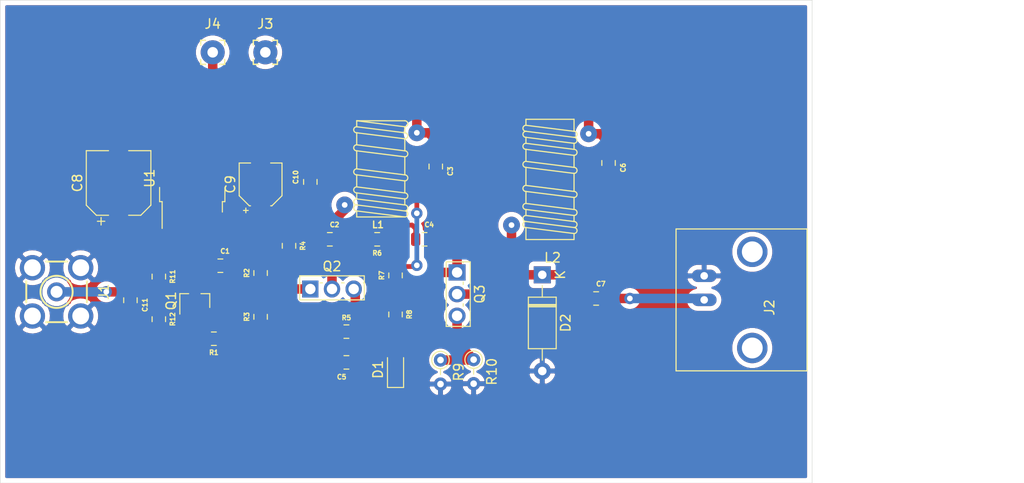
<source format=kicad_pcb>
(kicad_pcb (version 20171130) (host pcbnew "(5.1.5)-3")

  (general
    (thickness 1.6)
    (drawings 4)
    (tracks 131)
    (zones 0)
    (modules 35)
    (nets 16)
  )

  (page A4)
  (layers
    (0 F.Cu signal)
    (31 B.Cu signal)
    (32 B.Adhes user)
    (33 F.Adhes user)
    (34 B.Paste user)
    (35 F.Paste user)
    (36 B.SilkS user)
    (37 F.SilkS user)
    (38 B.Mask user)
    (39 F.Mask user)
    (40 Dwgs.User user)
    (41 Cmts.User user)
    (42 Eco1.User user)
    (43 Eco2.User user)
    (44 Edge.Cuts user)
    (45 Margin user)
    (46 B.CrtYd user)
    (47 F.CrtYd user)
    (48 B.Fab user)
    (49 F.Fab user)
  )

  (setup
    (last_trace_width 0.25)
    (user_trace_width 0.5)
    (user_trace_width 1)
    (trace_clearance 0.2)
    (zone_clearance 0.508)
    (zone_45_only no)
    (trace_min 0.2)
    (via_size 0.8)
    (via_drill 0.4)
    (via_min_size 0.4)
    (via_min_drill 0.3)
    (user_via 1.2 0.6)
    (uvia_size 0.3)
    (uvia_drill 0.1)
    (uvias_allowed no)
    (uvia_min_size 0.2)
    (uvia_min_drill 0.1)
    (edge_width 0.05)
    (segment_width 0.2)
    (pcb_text_width 0.3)
    (pcb_text_size 1.5 1.5)
    (mod_edge_width 0.12)
    (mod_text_size 1 1)
    (mod_text_width 0.15)
    (pad_size 1.524 1.524)
    (pad_drill 0.762)
    (pad_to_mask_clearance 0.051)
    (solder_mask_min_width 0.25)
    (aux_axis_origin 0 0)
    (visible_elements 7FFFFFFF)
    (pcbplotparams
      (layerselection 0x010fc_ffffffff)
      (usegerberextensions false)
      (usegerberattributes false)
      (usegerberadvancedattributes false)
      (creategerberjobfile false)
      (excludeedgelayer true)
      (linewidth 0.100000)
      (plotframeref false)
      (viasonmask false)
      (mode 1)
      (useauxorigin false)
      (hpglpennumber 1)
      (hpglpenspeed 20)
      (hpglpendiameter 15.000000)
      (psnegative false)
      (psa4output false)
      (plotreference true)
      (plotvalue true)
      (plotinvisibletext false)
      (padsonsilk false)
      (subtractmaskfromsilk false)
      (outputformat 1)
      (mirror false)
      (drillshape 1)
      (scaleselection 1)
      (outputdirectory ""))
  )

  (net 0 "")
  (net 1 "Net-(C1-Pad2)")
  (net 2 "Net-(C1-Pad1)")
  (net 3 "Net-(C2-Pad2)")
  (net 4 "Net-(C2-Pad1)")
  (net 5 GND)
  (net 6 +12V)
  (net 7 "Net-(C4-Pad2)")
  (net 8 "Net-(C5-Pad1)")
  (net 9 "Net-(C7-Pad2)")
  (net 10 "Net-(C7-Pad1)")
  (net 11 +5V)
  (net 12 "Net-(Q2-Pad3)")
  (net 13 "Net-(Q3-Pad3)")
  (net 14 "Net-(C11-Pad2)")
  (net 15 "Net-(C11-Pad1)")

  (net_class Default "This is the default net class."
    (clearance 0.2)
    (trace_width 0.25)
    (via_dia 0.8)
    (via_drill 0.4)
    (uvia_dia 0.3)
    (uvia_drill 0.1)
    (add_net +12V)
    (add_net +5V)
    (add_net GND)
    (add_net "Net-(C1-Pad1)")
    (add_net "Net-(C1-Pad2)")
    (add_net "Net-(C11-Pad1)")
    (add_net "Net-(C11-Pad2)")
    (add_net "Net-(C2-Pad1)")
    (add_net "Net-(C2-Pad2)")
    (add_net "Net-(C4-Pad2)")
    (add_net "Net-(C5-Pad1)")
    (add_net "Net-(C7-Pad1)")
    (add_net "Net-(C7-Pad2)")
    (add_net "Net-(Q2-Pad3)")
    (add_net "Net-(Q3-Pad3)")
  )

  (module "Xenir:Resistor 0805" (layer F.Cu) (tedit 5EAD64C3) (tstamp 5F4C6431)
    (at 98.21 108.1875 90)
    (path /5F4CA41C)
    (fp_text reference R12 (at 0 4 90) (layer F.SilkS)
      (effects (font (size 0.5 0.5) (thickness 0.125)))
    )
    (fp_text value 10k (at 0 1 90) (layer F.Fab)
      (effects (font (size 0.5 0.5) (thickness 0.125)))
    )
    (fp_text user %R (at 0 2.54 90) (layer F.Fab)
      (effects (font (size 0.5 0.5) (thickness 0.08)))
    )
    (fp_line (start 1 3.14) (end -1 3.14) (layer F.Fab) (width 0.1))
    (fp_line (start -1 1.94) (end 1 1.94) (layer F.Fab) (width 0.1))
    (fp_line (start -0.258578 1.83) (end 0.258578 1.83) (layer F.SilkS) (width 0.12))
    (fp_line (start -1.68 1.59) (end 1.68 1.59) (layer F.CrtYd) (width 0.05))
    (fp_line (start -1 3.14) (end -1 1.94) (layer F.Fab) (width 0.1))
    (fp_line (start -1.68 3.49) (end -1.68 1.59) (layer F.CrtYd) (width 0.05))
    (fp_line (start 1 1.94) (end 1 3.14) (layer F.Fab) (width 0.1))
    (fp_line (start 1.68 1.59) (end 1.68 3.49) (layer F.CrtYd) (width 0.05))
    (fp_line (start 1.68 3.49) (end -1.68 3.49) (layer F.CrtYd) (width 0.05))
    (fp_line (start -0.258578 3.25) (end 0.258578 3.25) (layer F.SilkS) (width 0.12))
    (pad 2 smd roundrect (at 0.9375 2.54 90) (size 0.975 1.4) (layers F.Cu F.Paste F.Mask) (roundrect_rratio 0.25)
      (net 14 "Net-(C11-Pad2)"))
    (pad 1 smd roundrect (at -0.9375 2.54 90) (size 0.975 1.4) (layers F.Cu F.Paste F.Mask) (roundrect_rratio 0.25)
      (net 5 GND))
  )

  (module "Xenir:Resistor 0805" (layer F.Cu) (tedit 5EAD64C3) (tstamp 5F4C6420)
    (at 98.21 103.6875 90)
    (path /5F4C8B82)
    (fp_text reference R11 (at 0 4 90) (layer F.SilkS)
      (effects (font (size 0.5 0.5) (thickness 0.125)))
    )
    (fp_text value 10k (at 0 1 90) (layer F.Fab)
      (effects (font (size 0.5 0.5) (thickness 0.125)))
    )
    (fp_text user %R (at 0 2.54 90) (layer F.Fab)
      (effects (font (size 0.5 0.5) (thickness 0.08)))
    )
    (fp_line (start 1 3.14) (end -1 3.14) (layer F.Fab) (width 0.1))
    (fp_line (start -1 1.94) (end 1 1.94) (layer F.Fab) (width 0.1))
    (fp_line (start -0.258578 1.83) (end 0.258578 1.83) (layer F.SilkS) (width 0.12))
    (fp_line (start -1.68 1.59) (end 1.68 1.59) (layer F.CrtYd) (width 0.05))
    (fp_line (start -1 3.14) (end -1 1.94) (layer F.Fab) (width 0.1))
    (fp_line (start -1.68 3.49) (end -1.68 1.59) (layer F.CrtYd) (width 0.05))
    (fp_line (start 1 1.94) (end 1 3.14) (layer F.Fab) (width 0.1))
    (fp_line (start 1.68 1.59) (end 1.68 3.49) (layer F.CrtYd) (width 0.05))
    (fp_line (start 1.68 3.49) (end -1.68 3.49) (layer F.CrtYd) (width 0.05))
    (fp_line (start -0.258578 3.25) (end 0.258578 3.25) (layer F.SilkS) (width 0.12))
    (pad 2 smd roundrect (at 0.9375 2.54 90) (size 0.975 1.4) (layers F.Cu F.Paste F.Mask) (roundrect_rratio 0.25)
      (net 11 +5V))
    (pad 1 smd roundrect (at -0.9375 2.54 90) (size 0.975 1.4) (layers F.Cu F.Paste F.Mask) (roundrect_rratio 0.25)
      (net 14 "Net-(C11-Pad2)"))
  )

  (module Package_TO_SOT_SMD:SOT-23 (layer F.Cu) (tedit 5A02FF57) (tstamp 5F4C6287)
    (at 104.55 106.25 90)
    (descr "SOT-23, Standard")
    (tags SOT-23)
    (path /5F4C610F)
    (attr smd)
    (fp_text reference Q1 (at 0 -2.5 90) (layer F.SilkS)
      (effects (font (size 1 1) (thickness 0.15)))
    )
    (fp_text value 2N3904-SMD (at 0 2.5 90) (layer F.Fab)
      (effects (font (size 1 1) (thickness 0.15)))
    )
    (fp_line (start 0.76 1.58) (end -0.7 1.58) (layer F.SilkS) (width 0.12))
    (fp_line (start 0.76 -1.58) (end -1.4 -1.58) (layer F.SilkS) (width 0.12))
    (fp_line (start -1.7 1.75) (end -1.7 -1.75) (layer F.CrtYd) (width 0.05))
    (fp_line (start 1.7 1.75) (end -1.7 1.75) (layer F.CrtYd) (width 0.05))
    (fp_line (start 1.7 -1.75) (end 1.7 1.75) (layer F.CrtYd) (width 0.05))
    (fp_line (start -1.7 -1.75) (end 1.7 -1.75) (layer F.CrtYd) (width 0.05))
    (fp_line (start 0.76 -1.58) (end 0.76 -0.65) (layer F.SilkS) (width 0.12))
    (fp_line (start 0.76 1.58) (end 0.76 0.65) (layer F.SilkS) (width 0.12))
    (fp_line (start -0.7 1.52) (end 0.7 1.52) (layer F.Fab) (width 0.1))
    (fp_line (start 0.7 -1.52) (end 0.7 1.52) (layer F.Fab) (width 0.1))
    (fp_line (start -0.7 -0.95) (end -0.15 -1.52) (layer F.Fab) (width 0.1))
    (fp_line (start -0.15 -1.52) (end 0.7 -1.52) (layer F.Fab) (width 0.1))
    (fp_line (start -0.7 -0.95) (end -0.7 1.5) (layer F.Fab) (width 0.1))
    (fp_text user %R (at 0 0) (layer F.Fab)
      (effects (font (size 0.5 0.5) (thickness 0.075)))
    )
    (pad 3 smd rect (at 1 0 90) (size 0.9 0.8) (layers F.Cu F.Paste F.Mask)
      (net 11 +5V))
    (pad 2 smd rect (at -1 0.95 90) (size 0.9 0.8) (layers F.Cu F.Paste F.Mask)
      (net 2 "Net-(C1-Pad1)"))
    (pad 1 smd rect (at -1 -0.95 90) (size 0.9 0.8) (layers F.Cu F.Paste F.Mask)
      (net 14 "Net-(C11-Pad2)"))
    (model ${KISYS3DMOD}/Package_TO_SOT_SMD.3dshapes/SOT-23.wrl
      (at (xyz 0 0 0))
      (scale (xyz 1 1 1))
      (rotate (xyz 0 0 0))
    )
  )

  (module "Xenir:Capacitor 0805" (layer F.Cu) (tedit 5EAD6262) (tstamp 5F4C60B4)
    (at 100.29 106.1875 270)
    (path /5F4CB9B7)
    (fp_text reference C11 (at 0.5 1 90) (layer F.SilkS)
      (effects (font (size 0.5 0.5) (thickness 0.125)))
    )
    (fp_text value .1uF (at 0.5 4 90) (layer F.Fab)
      (effects (font (size 0.5 0.5) (thickness 0.125)))
    )
    (fp_text user %R (at 0 2.54 90) (layer F.Fab)
      (effects (font (size 0.5 0.5) (thickness 0.08)))
    )
    (fp_line (start -1 3.14) (end -1 1.94) (layer F.Fab) (width 0.1))
    (fp_line (start -1.68 1.59) (end 1.68 1.59) (layer F.CrtYd) (width 0.05))
    (fp_line (start 1.68 1.59) (end 1.68 3.49) (layer F.CrtYd) (width 0.05))
    (fp_line (start -1.68 3.49) (end -1.68 1.59) (layer F.CrtYd) (width 0.05))
    (fp_line (start 1 1.94) (end 1 3.14) (layer F.Fab) (width 0.1))
    (fp_line (start -0.258578 3.25) (end 0.258578 3.25) (layer F.SilkS) (width 0.12))
    (fp_line (start -1 1.94) (end 1 1.94) (layer F.Fab) (width 0.1))
    (fp_line (start 1 3.14) (end -1 3.14) (layer F.Fab) (width 0.1))
    (fp_line (start -0.258578 1.83) (end 0.258578 1.83) (layer F.SilkS) (width 0.12))
    (fp_line (start 1.68 3.49) (end -1.68 3.49) (layer F.CrtYd) (width 0.05))
    (pad 2 smd roundrect (at 0.9375 2.54 270) (size 0.975 1.4) (layers F.Cu F.Paste F.Mask) (roundrect_rratio 0.25)
      (net 14 "Net-(C11-Pad2)"))
    (pad 1 smd roundrect (at -0.9375 2.54 270) (size 0.975 1.4) (layers F.Cu F.Paste F.Mask) (roundrect_rratio 0.25)
      (net 15 "Net-(C11-Pad1)"))
  )

  (module Package_TO_SOT_THT:TO-251-3_Vertical (layer F.Cu) (tedit 5ACC4915) (tstamp 5F4C2D5C)
    (at 116.75 105)
    (descr "TO-251-3, Vertical, RM 2.29mm, IPAK, see https://www.diodes.com/assets/Package-Files/TO251.pdf")
    (tags "TO-251-3 Vertical RM 2.29mm IPAK")
    (path /5F4BFFA7)
    (fp_text reference Q2 (at 2.29 -2.39) (layer F.SilkS)
      (effects (font (size 1 1) (thickness 0.15)))
    )
    (fp_text value 2SC5706 (at 2.29 2.28) (layer F.Fab)
      (effects (font (size 1 1) (thickness 0.15)))
    )
    (fp_text user %R (at 2.29 -2.39) (layer F.Fab)
      (effects (font (size 1 1) (thickness 0.15)))
    )
    (fp_line (start 5.83 -1.52) (end -1.25 -1.52) (layer F.CrtYd) (width 0.05))
    (fp_line (start 5.83 1.28) (end 5.83 -1.52) (layer F.CrtYd) (width 0.05))
    (fp_line (start -1.25 1.28) (end 5.83 1.28) (layer F.CrtYd) (width 0.05))
    (fp_line (start -1.25 -1.52) (end -1.25 1.28) (layer F.CrtYd) (width 0.05))
    (fp_line (start 5.589 -0.651) (end 5.7 -0.651) (layer F.SilkS) (width 0.12))
    (fp_line (start 3.299 -0.651) (end 3.572 -0.651) (layer F.SilkS) (width 0.12))
    (fp_line (start 1.009 -0.651) (end 1.282 -0.651) (layer F.SilkS) (width 0.12))
    (fp_line (start -1.12 -0.651) (end -1.009 -0.651) (layer F.SilkS) (width 0.12))
    (fp_line (start 5.7 -1.39) (end 5.7 1.15) (layer F.SilkS) (width 0.12))
    (fp_line (start -1.12 -1.39) (end -1.12 1.15) (layer F.SilkS) (width 0.12))
    (fp_line (start -1.12 1.15) (end 5.7 1.15) (layer F.SilkS) (width 0.12))
    (fp_line (start -1.12 -1.39) (end 5.7 -1.39) (layer F.SilkS) (width 0.12))
    (fp_line (start -1 -0.77) (end 5.58 -0.77) (layer F.Fab) (width 0.1))
    (fp_line (start 5.58 -1.27) (end -1 -1.27) (layer F.Fab) (width 0.1))
    (fp_line (start 5.58 1.03) (end 5.58 -1.27) (layer F.Fab) (width 0.1))
    (fp_line (start -1 1.03) (end 5.58 1.03) (layer F.Fab) (width 0.1))
    (fp_line (start -1 -1.27) (end -1 1.03) (layer F.Fab) (width 0.1))
    (pad 3 thru_hole oval (at 4.58 0) (size 1.7175 1.8) (drill 1.1) (layers *.Cu *.Mask)
      (net 12 "Net-(Q2-Pad3)"))
    (pad 2 thru_hole oval (at 2.29 0) (size 1.7175 1.8) (drill 1.1) (layers *.Cu *.Mask)
      (net 3 "Net-(C2-Pad2)"))
    (pad 1 thru_hole rect (at 0 0) (size 1.7175 1.8) (drill 1.1) (layers *.Cu *.Mask)
      (net 1 "Net-(C1-Pad2)"))
    (model ${KISYS3DMOD}/Package_TO_SOT_THT.3dshapes/TO-251-3_Vertical.wrl
      (at (xyz 0 0 0))
      (scale (xyz 1 1 1))
      (rotate (xyz 0 0 0))
    )
  )

  (module Package_TO_SOT_THT:TO-251-3_Vertical (layer F.Cu) (tedit 5ACC4915) (tstamp 5F4C2D75)
    (at 132.25 103.25 270)
    (descr "TO-251-3, Vertical, RM 2.29mm, IPAK, see https://www.diodes.com/assets/Package-Files/TO251.pdf")
    (tags "TO-251-3 Vertical RM 2.29mm IPAK")
    (path /5F4C0D4E)
    (fp_text reference Q3 (at 2.29 -2.39 90) (layer F.SilkS)
      (effects (font (size 1 1) (thickness 0.15)))
    )
    (fp_text value 2SC5706 (at 2.29 2.28 90) (layer F.Fab)
      (effects (font (size 1 1) (thickness 0.15)))
    )
    (fp_text user %R (at 2.29 -2.39 90) (layer F.Fab)
      (effects (font (size 1 1) (thickness 0.15)))
    )
    (fp_line (start 5.83 -1.52) (end -1.25 -1.52) (layer F.CrtYd) (width 0.05))
    (fp_line (start 5.83 1.28) (end 5.83 -1.52) (layer F.CrtYd) (width 0.05))
    (fp_line (start -1.25 1.28) (end 5.83 1.28) (layer F.CrtYd) (width 0.05))
    (fp_line (start -1.25 -1.52) (end -1.25 1.28) (layer F.CrtYd) (width 0.05))
    (fp_line (start 5.589 -0.651) (end 5.7 -0.651) (layer F.SilkS) (width 0.12))
    (fp_line (start 3.299 -0.651) (end 3.572 -0.651) (layer F.SilkS) (width 0.12))
    (fp_line (start 1.009 -0.651) (end 1.282 -0.651) (layer F.SilkS) (width 0.12))
    (fp_line (start -1.12 -0.651) (end -1.009 -0.651) (layer F.SilkS) (width 0.12))
    (fp_line (start 5.7 -1.39) (end 5.7 1.15) (layer F.SilkS) (width 0.12))
    (fp_line (start -1.12 -1.39) (end -1.12 1.15) (layer F.SilkS) (width 0.12))
    (fp_line (start -1.12 1.15) (end 5.7 1.15) (layer F.SilkS) (width 0.12))
    (fp_line (start -1.12 -1.39) (end 5.7 -1.39) (layer F.SilkS) (width 0.12))
    (fp_line (start -1 -0.77) (end 5.58 -0.77) (layer F.Fab) (width 0.1))
    (fp_line (start 5.58 -1.27) (end -1 -1.27) (layer F.Fab) (width 0.1))
    (fp_line (start 5.58 1.03) (end 5.58 -1.27) (layer F.Fab) (width 0.1))
    (fp_line (start -1 1.03) (end 5.58 1.03) (layer F.Fab) (width 0.1))
    (fp_line (start -1 -1.27) (end -1 1.03) (layer F.Fab) (width 0.1))
    (pad 3 thru_hole oval (at 4.58 0 270) (size 1.7175 1.8) (drill 1.1) (layers *.Cu *.Mask)
      (net 13 "Net-(Q3-Pad3)"))
    (pad 2 thru_hole oval (at 2.29 0 270) (size 1.7175 1.8) (drill 1.1) (layers *.Cu *.Mask)
      (net 10 "Net-(C7-Pad1)"))
    (pad 1 thru_hole rect (at 0 0 270) (size 1.7175 1.8) (drill 1.1) (layers *.Cu *.Mask)
      (net 7 "Net-(C4-Pad2)"))
    (model ${KISYS3DMOD}/Package_TO_SOT_THT.3dshapes/TO-251-3_Vertical.wrl
      (at (xyz 0 0 0))
      (scale (xyz 1 1 1))
      (rotate (xyz 0 0 0))
    )
  )

  (module Xenir:Pad (layer F.Cu) (tedit 5EAAF59E) (tstamp 5F4BCBAC)
    (at 106.44 76.5)
    (path /5F547F81)
    (fp_text reference J4 (at 0 0.5) (layer F.SilkS)
      (effects (font (size 1 1) (thickness 0.15)))
    )
    (fp_text value Pad (at 0 -0.5) (layer F.Fab)
      (effects (font (size 1 1) (thickness 0.15)))
    )
    (fp_text user Val** (at 0 2.5) (layer F.Fab)
      (effects (font (size 0.02413 0.02413) (thickness 0.002032)) (justify left bottom))
    )
    (fp_line (start -1.27 2.23) (end -0.762 2.23) (layer F.SilkS) (width 0.1524))
    (fp_line (start -1.27 4.77) (end -0.762 4.77) (layer F.SilkS) (width 0.1524))
    (fp_line (start 1.27 4.77) (end 0.762 4.77) (layer F.SilkS) (width 0.1524))
    (fp_circle (center 0 3.5) (end 1.016 3.5) (layer F.Fab) (width 0.1524))
    (fp_line (start -1.27 4.77) (end -1.27 4.262) (layer F.SilkS) (width 0.1524))
    (fp_line (start 1.27 2.23) (end 1.27 2.738) (layer F.SilkS) (width 0.1524))
    (fp_line (start -1.27 2.23) (end -1.27 2.738) (layer F.SilkS) (width 0.1524))
    (fp_line (start 1.27 4.77) (end 1.27 4.262) (layer F.SilkS) (width 0.1524))
    (fp_line (start 1.27 2.23) (end 0.762 2.23) (layer F.SilkS) (width 0.1524))
    (pad 1 thru_hole circle (at 0 3.5) (size 2.54 2.54) (drill 1.1176) (layers *.Cu *.Mask)
      (net 6 +12V) (solder_mask_margin 0.1016))
  )

  (module Xenir:Pad (layer F.Cu) (tedit 5EAAF59E) (tstamp 5F4BCB9D)
    (at 112 76.5)
    (path /5F548EC0)
    (fp_text reference J3 (at 0 0.5) (layer F.SilkS)
      (effects (font (size 1 1) (thickness 0.15)))
    )
    (fp_text value Pad (at 0 -0.5) (layer F.Fab)
      (effects (font (size 1 1) (thickness 0.15)))
    )
    (fp_text user Val** (at 0 2.5) (layer F.Fab)
      (effects (font (size 0.02413 0.02413) (thickness 0.002032)) (justify left bottom))
    )
    (fp_line (start -1.27 2.23) (end -0.762 2.23) (layer F.SilkS) (width 0.1524))
    (fp_line (start -1.27 4.77) (end -0.762 4.77) (layer F.SilkS) (width 0.1524))
    (fp_line (start 1.27 4.77) (end 0.762 4.77) (layer F.SilkS) (width 0.1524))
    (fp_circle (center 0 3.5) (end 1.016 3.5) (layer F.Fab) (width 0.1524))
    (fp_line (start -1.27 4.77) (end -1.27 4.262) (layer F.SilkS) (width 0.1524))
    (fp_line (start 1.27 2.23) (end 1.27 2.738) (layer F.SilkS) (width 0.1524))
    (fp_line (start -1.27 2.23) (end -1.27 2.738) (layer F.SilkS) (width 0.1524))
    (fp_line (start 1.27 4.77) (end 1.27 4.262) (layer F.SilkS) (width 0.1524))
    (fp_line (start 1.27 2.23) (end 0.762 2.23) (layer F.SilkS) (width 0.1524))
    (pad 1 thru_hole circle (at 0 3.5) (size 2.54 2.54) (drill 1.1176) (layers *.Cu *.Mask)
      (net 5 GND) (solder_mask_margin 0.1016))
  )

  (module "Xenir:Capacitor 0805" (layer F.Cu) (tedit 5EAD6262) (tstamp 5F4B49DA)
    (at 114.21 93.6875 90)
    (path /5F51C48A)
    (fp_text reference C10 (at 0.5 1 90) (layer F.SilkS)
      (effects (font (size 0.5 0.5) (thickness 0.125)))
    )
    (fp_text value .1uF (at 0.5 4 90) (layer F.Fab)
      (effects (font (size 0.5 0.5) (thickness 0.125)))
    )
    (fp_text user %R (at 0 2.54 90) (layer F.Fab)
      (effects (font (size 0.5 0.5) (thickness 0.08)))
    )
    (fp_line (start -1 3.14) (end -1 1.94) (layer F.Fab) (width 0.1))
    (fp_line (start -1.68 1.59) (end 1.68 1.59) (layer F.CrtYd) (width 0.05))
    (fp_line (start 1.68 1.59) (end 1.68 3.49) (layer F.CrtYd) (width 0.05))
    (fp_line (start -1.68 3.49) (end -1.68 1.59) (layer F.CrtYd) (width 0.05))
    (fp_line (start 1 1.94) (end 1 3.14) (layer F.Fab) (width 0.1))
    (fp_line (start -0.258578 3.25) (end 0.258578 3.25) (layer F.SilkS) (width 0.12))
    (fp_line (start -1 1.94) (end 1 1.94) (layer F.Fab) (width 0.1))
    (fp_line (start 1 3.14) (end -1 3.14) (layer F.Fab) (width 0.1))
    (fp_line (start -0.258578 1.83) (end 0.258578 1.83) (layer F.SilkS) (width 0.12))
    (fp_line (start 1.68 3.49) (end -1.68 3.49) (layer F.CrtYd) (width 0.05))
    (pad 2 smd roundrect (at 0.9375 2.54 90) (size 0.975 1.4) (layers F.Cu F.Paste F.Mask) (roundrect_rratio 0.25)
      (net 5 GND))
    (pad 1 smd roundrect (at -0.9375 2.54 90) (size 0.975 1.4) (layers F.Cu F.Paste F.Mask) (roundrect_rratio 0.25)
      (net 11 +5V))
  )

  (module Capacitor_SMD:CP_Elec_4x5.4 (layer F.Cu) (tedit 5BCA39CF) (tstamp 5F4B49C9)
    (at 111.5 93.95 90)
    (descr "SMD capacitor, aluminum electrolytic, Panasonic A5 / Nichicon, 4.0x5.4mm")
    (tags "capacitor electrolytic")
    (path /5F51D3B9)
    (attr smd)
    (fp_text reference C9 (at 0 -3.2 90) (layer F.SilkS)
      (effects (font (size 1 1) (thickness 0.15)))
    )
    (fp_text value 22uF (at 0 3.2 90) (layer F.Fab)
      (effects (font (size 1 1) (thickness 0.15)))
    )
    (fp_text user %R (at 0 0 90) (layer F.Fab)
      (effects (font (size 0.8 0.8) (thickness 0.12)))
    )
    (fp_line (start -3.35 1.05) (end -2.4 1.05) (layer F.CrtYd) (width 0.05))
    (fp_line (start -3.35 -1.05) (end -3.35 1.05) (layer F.CrtYd) (width 0.05))
    (fp_line (start -2.4 -1.05) (end -3.35 -1.05) (layer F.CrtYd) (width 0.05))
    (fp_line (start -2.4 1.05) (end -2.4 1.25) (layer F.CrtYd) (width 0.05))
    (fp_line (start -2.4 -1.25) (end -2.4 -1.05) (layer F.CrtYd) (width 0.05))
    (fp_line (start -2.4 -1.25) (end -1.25 -2.4) (layer F.CrtYd) (width 0.05))
    (fp_line (start -2.4 1.25) (end -1.25 2.4) (layer F.CrtYd) (width 0.05))
    (fp_line (start -1.25 -2.4) (end 2.4 -2.4) (layer F.CrtYd) (width 0.05))
    (fp_line (start -1.25 2.4) (end 2.4 2.4) (layer F.CrtYd) (width 0.05))
    (fp_line (start 2.4 1.05) (end 2.4 2.4) (layer F.CrtYd) (width 0.05))
    (fp_line (start 3.35 1.05) (end 2.4 1.05) (layer F.CrtYd) (width 0.05))
    (fp_line (start 3.35 -1.05) (end 3.35 1.05) (layer F.CrtYd) (width 0.05))
    (fp_line (start 2.4 -1.05) (end 3.35 -1.05) (layer F.CrtYd) (width 0.05))
    (fp_line (start 2.4 -2.4) (end 2.4 -1.05) (layer F.CrtYd) (width 0.05))
    (fp_line (start -2.75 -1.81) (end -2.75 -1.31) (layer F.SilkS) (width 0.12))
    (fp_line (start -3 -1.56) (end -2.5 -1.56) (layer F.SilkS) (width 0.12))
    (fp_line (start -2.26 1.195563) (end -1.195563 2.26) (layer F.SilkS) (width 0.12))
    (fp_line (start -2.26 -1.195563) (end -1.195563 -2.26) (layer F.SilkS) (width 0.12))
    (fp_line (start -2.26 -1.195563) (end -2.26 -1.06) (layer F.SilkS) (width 0.12))
    (fp_line (start -2.26 1.195563) (end -2.26 1.06) (layer F.SilkS) (width 0.12))
    (fp_line (start -1.195563 2.26) (end 2.26 2.26) (layer F.SilkS) (width 0.12))
    (fp_line (start -1.195563 -2.26) (end 2.26 -2.26) (layer F.SilkS) (width 0.12))
    (fp_line (start 2.26 -2.26) (end 2.26 -1.06) (layer F.SilkS) (width 0.12))
    (fp_line (start 2.26 2.26) (end 2.26 1.06) (layer F.SilkS) (width 0.12))
    (fp_line (start -1.374773 -1.2) (end -1.374773 -0.8) (layer F.Fab) (width 0.1))
    (fp_line (start -1.574773 -1) (end -1.174773 -1) (layer F.Fab) (width 0.1))
    (fp_line (start -2.15 1.15) (end -1.15 2.15) (layer F.Fab) (width 0.1))
    (fp_line (start -2.15 -1.15) (end -1.15 -2.15) (layer F.Fab) (width 0.1))
    (fp_line (start -2.15 -1.15) (end -2.15 1.15) (layer F.Fab) (width 0.1))
    (fp_line (start -1.15 2.15) (end 2.15 2.15) (layer F.Fab) (width 0.1))
    (fp_line (start -1.15 -2.15) (end 2.15 -2.15) (layer F.Fab) (width 0.1))
    (fp_line (start 2.15 -2.15) (end 2.15 2.15) (layer F.Fab) (width 0.1))
    (fp_circle (center 0 0) (end 2 0) (layer F.Fab) (width 0.1))
    (pad 2 smd roundrect (at 1.8 0 90) (size 2.6 1.6) (layers F.Cu F.Paste F.Mask) (roundrect_rratio 0.15625)
      (net 5 GND))
    (pad 1 smd roundrect (at -1.8 0 90) (size 2.6 1.6) (layers F.Cu F.Paste F.Mask) (roundrect_rratio 0.15625)
      (net 11 +5V))
    (model ${KISYS3DMOD}/Capacitor_SMD.3dshapes/CP_Elec_4x5.4.wrl
      (at (xyz 0 0 0))
      (scale (xyz 1 1 1))
      (rotate (xyz 0 0 0))
    )
  )

  (module Capacitor_SMD:CP_Elec_6.3x5.4 (layer F.Cu) (tedit 5BCA39D0) (tstamp 5F4B49A1)
    (at 96.5 93.8 90)
    (descr "SMD capacitor, aluminum electrolytic, Panasonic C55, 6.3x5.4mm")
    (tags "capacitor electrolytic")
    (path /5F51E232)
    (attr smd)
    (fp_text reference C8 (at 0 -4.35 90) (layer F.SilkS)
      (effects (font (size 1 1) (thickness 0.15)))
    )
    (fp_text value 100uF (at 0 4.35 90) (layer F.Fab)
      (effects (font (size 1 1) (thickness 0.15)))
    )
    (fp_text user %R (at 0 0 90) (layer F.Fab)
      (effects (font (size 1 1) (thickness 0.15)))
    )
    (fp_line (start -4.8 1.05) (end -3.55 1.05) (layer F.CrtYd) (width 0.05))
    (fp_line (start -4.8 -1.05) (end -4.8 1.05) (layer F.CrtYd) (width 0.05))
    (fp_line (start -3.55 -1.05) (end -4.8 -1.05) (layer F.CrtYd) (width 0.05))
    (fp_line (start -3.55 1.05) (end -3.55 2.4) (layer F.CrtYd) (width 0.05))
    (fp_line (start -3.55 -2.4) (end -3.55 -1.05) (layer F.CrtYd) (width 0.05))
    (fp_line (start -3.55 -2.4) (end -2.4 -3.55) (layer F.CrtYd) (width 0.05))
    (fp_line (start -3.55 2.4) (end -2.4 3.55) (layer F.CrtYd) (width 0.05))
    (fp_line (start -2.4 -3.55) (end 3.55 -3.55) (layer F.CrtYd) (width 0.05))
    (fp_line (start -2.4 3.55) (end 3.55 3.55) (layer F.CrtYd) (width 0.05))
    (fp_line (start 3.55 1.05) (end 3.55 3.55) (layer F.CrtYd) (width 0.05))
    (fp_line (start 4.8 1.05) (end 3.55 1.05) (layer F.CrtYd) (width 0.05))
    (fp_line (start 4.8 -1.05) (end 4.8 1.05) (layer F.CrtYd) (width 0.05))
    (fp_line (start 3.55 -1.05) (end 4.8 -1.05) (layer F.CrtYd) (width 0.05))
    (fp_line (start 3.55 -3.55) (end 3.55 -1.05) (layer F.CrtYd) (width 0.05))
    (fp_line (start -4.04375 -2.24125) (end -4.04375 -1.45375) (layer F.SilkS) (width 0.12))
    (fp_line (start -4.4375 -1.8475) (end -3.65 -1.8475) (layer F.SilkS) (width 0.12))
    (fp_line (start -3.41 2.345563) (end -2.345563 3.41) (layer F.SilkS) (width 0.12))
    (fp_line (start -3.41 -2.345563) (end -2.345563 -3.41) (layer F.SilkS) (width 0.12))
    (fp_line (start -3.41 -2.345563) (end -3.41 -1.06) (layer F.SilkS) (width 0.12))
    (fp_line (start -3.41 2.345563) (end -3.41 1.06) (layer F.SilkS) (width 0.12))
    (fp_line (start -2.345563 3.41) (end 3.41 3.41) (layer F.SilkS) (width 0.12))
    (fp_line (start -2.345563 -3.41) (end 3.41 -3.41) (layer F.SilkS) (width 0.12))
    (fp_line (start 3.41 -3.41) (end 3.41 -1.06) (layer F.SilkS) (width 0.12))
    (fp_line (start 3.41 3.41) (end 3.41 1.06) (layer F.SilkS) (width 0.12))
    (fp_line (start -2.389838 -1.645) (end -2.389838 -1.015) (layer F.Fab) (width 0.1))
    (fp_line (start -2.704838 -1.33) (end -2.074838 -1.33) (layer F.Fab) (width 0.1))
    (fp_line (start -3.3 2.3) (end -2.3 3.3) (layer F.Fab) (width 0.1))
    (fp_line (start -3.3 -2.3) (end -2.3 -3.3) (layer F.Fab) (width 0.1))
    (fp_line (start -3.3 -2.3) (end -3.3 2.3) (layer F.Fab) (width 0.1))
    (fp_line (start -2.3 3.3) (end 3.3 3.3) (layer F.Fab) (width 0.1))
    (fp_line (start -2.3 -3.3) (end 3.3 -3.3) (layer F.Fab) (width 0.1))
    (fp_line (start 3.3 -3.3) (end 3.3 3.3) (layer F.Fab) (width 0.1))
    (fp_circle (center 0 0) (end 3.15 0) (layer F.Fab) (width 0.1))
    (pad 2 smd roundrect (at 2.8 0 90) (size 3.5 1.6) (layers F.Cu F.Paste F.Mask) (roundrect_rratio 0.15625)
      (net 5 GND))
    (pad 1 smd roundrect (at -2.8 0 90) (size 3.5 1.6) (layers F.Cu F.Paste F.Mask) (roundrect_rratio 0.15625)
      (net 6 +12V))
    (model ${KISYS3DMOD}/Capacitor_SMD.3dshapes/CP_Elec_6.3x5.4.wrl
      (at (xyz 0 0 0))
      (scale (xyz 1 1 1))
      (rotate (xyz 0 0 0))
    )
  )

  (module Package_TO_SOT_SMD:TO-252-3_TabPin2 (layer F.Cu) (tedit 5A70F30B) (tstamp 5F4B3B03)
    (at 104.28 93.3 90)
    (descr "TO-252 / DPAK SMD package, http://www.infineon.com/cms/en/product/packages/PG-TO252/PG-TO252-3-1/")
    (tags "DPAK TO-252 DPAK-3 TO-252-3 SOT-428")
    (path /5F516C86)
    (attr smd)
    (fp_text reference U1 (at 0 -4.5 90) (layer F.SilkS)
      (effects (font (size 1 1) (thickness 0.15)))
    )
    (fp_text value MCP1703A-5002_SOT223 (at 0 4.5 90) (layer F.Fab)
      (effects (font (size 1 1) (thickness 0.15)))
    )
    (fp_text user %R (at 0 0 90) (layer F.Fab)
      (effects (font (size 1 1) (thickness 0.15)))
    )
    (fp_line (start 5.55 -3.5) (end -5.55 -3.5) (layer F.CrtYd) (width 0.05))
    (fp_line (start 5.55 3.5) (end 5.55 -3.5) (layer F.CrtYd) (width 0.05))
    (fp_line (start -5.55 3.5) (end 5.55 3.5) (layer F.CrtYd) (width 0.05))
    (fp_line (start -5.55 -3.5) (end -5.55 3.5) (layer F.CrtYd) (width 0.05))
    (fp_line (start -2.47 3.18) (end -3.57 3.18) (layer F.SilkS) (width 0.12))
    (fp_line (start -2.47 3.45) (end -2.47 3.18) (layer F.SilkS) (width 0.12))
    (fp_line (start -0.97 3.45) (end -2.47 3.45) (layer F.SilkS) (width 0.12))
    (fp_line (start -2.47 -3.18) (end -5.3 -3.18) (layer F.SilkS) (width 0.12))
    (fp_line (start -2.47 -3.45) (end -2.47 -3.18) (layer F.SilkS) (width 0.12))
    (fp_line (start -0.97 -3.45) (end -2.47 -3.45) (layer F.SilkS) (width 0.12))
    (fp_line (start -4.97 2.655) (end -2.27 2.655) (layer F.Fab) (width 0.1))
    (fp_line (start -4.97 1.905) (end -4.97 2.655) (layer F.Fab) (width 0.1))
    (fp_line (start -2.27 1.905) (end -4.97 1.905) (layer F.Fab) (width 0.1))
    (fp_line (start -4.97 0.375) (end -2.27 0.375) (layer F.Fab) (width 0.1))
    (fp_line (start -4.97 -0.375) (end -4.97 0.375) (layer F.Fab) (width 0.1))
    (fp_line (start -2.27 -0.375) (end -4.97 -0.375) (layer F.Fab) (width 0.1))
    (fp_line (start -4.97 -1.905) (end -2.27 -1.905) (layer F.Fab) (width 0.1))
    (fp_line (start -4.97 -2.655) (end -4.97 -1.905) (layer F.Fab) (width 0.1))
    (fp_line (start -1.865 -2.655) (end -4.97 -2.655) (layer F.Fab) (width 0.1))
    (fp_line (start -1.27 -3.25) (end 3.95 -3.25) (layer F.Fab) (width 0.1))
    (fp_line (start -2.27 -2.25) (end -1.27 -3.25) (layer F.Fab) (width 0.1))
    (fp_line (start -2.27 3.25) (end -2.27 -2.25) (layer F.Fab) (width 0.1))
    (fp_line (start 3.95 3.25) (end -2.27 3.25) (layer F.Fab) (width 0.1))
    (fp_line (start 3.95 -3.25) (end 3.95 3.25) (layer F.Fab) (width 0.1))
    (fp_line (start 4.95 2.7) (end 3.95 2.7) (layer F.Fab) (width 0.1))
    (fp_line (start 4.95 -2.7) (end 4.95 2.7) (layer F.Fab) (width 0.1))
    (fp_line (start 3.95 -2.7) (end 4.95 -2.7) (layer F.Fab) (width 0.1))
    (pad "" smd rect (at 0.425 1.525 90) (size 3.05 2.75) (layers F.Paste))
    (pad "" smd rect (at 3.775 -1.525 90) (size 3.05 2.75) (layers F.Paste))
    (pad "" smd rect (at 0.425 -1.525 90) (size 3.05 2.75) (layers F.Paste))
    (pad "" smd rect (at 3.775 1.525 90) (size 3.05 2.75) (layers F.Paste))
    (pad 2 smd rect (at 2.1 0 90) (size 6.4 5.8) (layers F.Cu F.Mask)
      (net 5 GND))
    (pad 3 smd rect (at -4.2 2.28 90) (size 2.2 1.2) (layers F.Cu F.Paste F.Mask)
      (net 11 +5V))
    (pad 2 smd rect (at -4.2 0 90) (size 2.2 1.2) (layers F.Cu F.Paste F.Mask)
      (net 5 GND))
    (pad 1 smd rect (at -4.2 -2.28 90) (size 2.2 1.2) (layers F.Cu F.Paste F.Mask)
      (net 6 +12V))
    (model ${KISYS3DMOD}/Package_TO_SOT_SMD.3dshapes/TO-252-3_TabPin2.wrl
      (at (xyz 0 0 0))
      (scale (xyz 1 1 1))
      (rotate (xyz 0 0 0))
    )
  )

  (module Xenir:T50_Inductor (layer F.Cu) (tedit 5F4AAB6F) (tstamp 5F4B2D4C)
    (at 142.334 102.194 180)
    (path /5F50104B)
    (fp_text reference L2 (at 0 0.5) (layer F.SilkS)
      (effects (font (size 1 1) (thickness 0.15)))
    )
    (fp_text value Inductor (at 0 -0.5) (layer F.Fab)
      (effects (font (size 1 1) (thickness 0.15)))
    )
    (fp_line (start 2.81 10.04) (end 2.81 8.135) (layer F.SilkS) (width 0.127))
    (fp_line (start 2.81 7.5) (end 2.81 6.23) (layer F.SilkS) (width 0.127))
    (fp_line (start -2.27 7.5) (end -2.27 9.405) (layer F.SilkS) (width 0.127))
    (fp_line (start 2.81 5.595) (end 2.81 4.96) (layer F.SilkS) (width 0.127))
    (fp_line (start 2.81 15.12) (end 2.81 14.485) (layer F.SilkS) (width 0.127))
    (fp_arc (start -2.27 7.1825) (end -2.27 7.5) (angle 180) (layer F.SilkS) (width 0.127))
    (fp_arc (start 2.81 4.0075) (end 2.81 3.69) (angle 180) (layer F.SilkS) (width 0.127))
    (fp_arc (start 2.81 10.3575) (end 2.81 10.04) (angle 180) (layer F.SilkS) (width 0.127))
    (fp_arc (start -2.27 9.7225) (end -2.27 10.04) (angle 180) (layer F.SilkS) (width 0.127))
    (fp_arc (start 2.81 13.5325) (end 2.81 13.215) (angle 180) (layer F.SilkS) (width 0.127))
    (fp_arc (start -2.27 3.3725) (end -2.27 3.69) (angle 180) (layer F.SilkS) (width 0.127))
    (fp_arc (start 2.81 14.1675) (end 2.81 13.85) (angle 180) (layer F.SilkS) (width 0.127))
    (fp_line (start -2.27 3.055) (end 2.81 3.69) (layer F.SilkS) (width 0.127))
    (fp_line (start -2.27 3.69) (end 2.81 4.325) (layer F.SilkS) (width 0.127))
    (fp_line (start -2.27 4.325) (end 2.81 4.96) (layer F.SilkS) (width 0.127))
    (fp_line (start -2.27 6.865) (end 2.81 7.5) (layer F.SilkS) (width 0.127))
    (fp_arc (start -2.27 13.5325) (end -2.27 13.85) (angle 180) (layer F.SilkS) (width 0.127))
    (fp_arc (start -2.27 12.8975) (end -2.27 13.215) (angle 180) (layer F.SilkS) (width 0.127))
    (fp_line (start 2.81 2.42) (end -2.27 2.42) (layer F.SilkS) (width 0.127))
    (fp_arc (start -2.27 4.0075) (end -2.27 4.325) (angle 180) (layer F.SilkS) (width 0.127))
    (fp_arc (start 2.81 4.6425) (end 2.81 4.325) (angle 180) (layer F.SilkS) (width 0.127))
    (fp_arc (start -2.27 11.6275) (end -2.27 11.945) (angle 180) (layer F.SilkS) (width 0.127))
    (fp_line (start 2.81 11.945) (end 2.81 10.675) (layer F.SilkS) (width 0.127))
    (fp_line (start -2.27 7.5) (end 2.81 8.135) (layer F.SilkS) (width 0.127))
    (fp_line (start -2.27 9.405) (end 2.81 10.04) (layer F.SilkS) (width 0.127))
    (fp_arc (start -2.27 5.2775) (end -2.27 5.595) (angle 180) (layer F.SilkS) (width 0.127))
    (fp_line (start -2.27 5.595) (end 2.81 6.23) (layer F.SilkS) (width 0.127))
    (fp_line (start -2.27 2.42) (end -2.27 3.055) (layer F.SilkS) (width 0.127))
    (fp_line (start 2.81 13.215) (end 2.81 12.58) (layer F.SilkS) (width 0.127))
    (fp_line (start -2.27 11.945) (end -2.27 12.58) (layer F.SilkS) (width 0.127))
    (fp_arc (start 2.81 5.9125) (end 2.81 5.595) (angle 180) (layer F.SilkS) (width 0.127))
    (fp_arc (start 2.81 12.2625) (end 2.81 11.945) (angle 180) (layer F.SilkS) (width 0.127))
    (fp_line (start -2.27 5.595) (end -2.27 6.865) (layer F.SilkS) (width 0.127))
    (fp_line (start -2.27 15.12) (end 2.81 15.12) (layer F.SilkS) (width 0.127))
    (fp_line (start 2.81 3.69) (end 2.81 2.42) (layer F.SilkS) (width 0.127))
    (fp_arc (start 2.81 7.8175) (end 2.81 7.5) (angle 180) (layer F.SilkS) (width 0.127))
    (fp_line (start -2.27 4.96) (end 2.81 5.595) (layer F.SilkS) (width 0.127))
    (fp_line (start -2.27 10.04) (end -2.27 11.31) (layer F.SilkS) (width 0.127))
    (fp_line (start -2.27 13.85) (end -2.27 15.12) (layer F.SilkS) (width 0.127))
    (fp_line (start -2.27 4.325) (end -2.27 4.96) (layer F.SilkS) (width 0.127))
    (fp_line (start -2.27 10.04) (end 2.81 10.675) (layer F.SilkS) (width 0.127))
    (fp_line (start -2.27 11.31) (end 2.81 11.945) (layer F.SilkS) (width 0.127))
    (fp_line (start -2.27 11.945) (end 2.81 12.58) (layer F.SilkS) (width 0.127))
    (fp_line (start -2.27 12.58) (end 2.81 13.215) (layer F.SilkS) (width 0.127))
    (fp_line (start -2.27 13.215) (end 2.81 13.85) (layer F.SilkS) (width 0.127))
    (fp_circle (center 5.1278 2.6739) (end 5.2866 2.6739) (layer F.Fab) (width 0.4064))
    (fp_line (start -2.27 13.85) (end 2.81 14.485) (layer F.SilkS) (width 0.127))
    (pad 1 thru_hole circle (at -3.81 13.589 180) (size 1.778 1.778) (drill 0.6) (layers *.Cu *.Mask)
      (net 6 +12V) (solder_mask_margin 0.1016))
    (pad 2 thru_hole circle (at 4.334 3.944 180) (size 1.778 1.778) (drill 0.6) (layers *.Cu *.Mask)
      (net 10 "Net-(C7-Pad1)") (solder_mask_margin 0.1016))
  )

  (module Xenir:BNC (layer F.Cu) (tedit 5EBEE1FA) (tstamp 5F4B1275)
    (at 162.25 106.25 270)
    (path /5F509493)
    (fp_text reference J2 (at 0.7 -3 90) (layer F.SilkS)
      (effects (font (size 1 1) (thickness 0.15)))
    )
    (fp_text value BNC (at 0.1 -1.1 90) (layer F.Fab)
      (effects (font (size 1 1) (thickness 0.15)))
    )
    (fp_line (start 7.393 -6.9712) (end -7.593 -6.9712) (layer F.SilkS) (width 0.127))
    (fp_line (start -7.212 -15.9882) (end -6.704 -15.9882) (layer F.Fab) (width 0.127))
    (fp_line (start 7.393 6.8718) (end 7.393 -6.9712) (layer F.SilkS) (width 0.127))
    (fp_line (start 6.504 -15.9882) (end 6.504 -29.8312) (layer F.Fab) (width 0.127))
    (fp_line (start -6.704 -29.8312) (end -6.704 -15.9882) (layer F.Fab) (width 0.127))
    (fp_line (start -7.1866 -12.5846) (end 6.9866 -13.4482) (layer F.Fab) (width 0.127))
    (fp_line (start -7.1866 -7.5046) (end 6.9866 -8.3682) (layer F.Fab) (width 0.127))
    (fp_line (start -7.212 -6.9712) (end -7.212 -15.9882) (layer F.Fab) (width 0.127))
    (fp_line (start 7.012 -15.9882) (end 7.012 -6.9712) (layer F.Fab) (width 0.127))
    (fp_line (start -7.1866 -13.8546) (end 6.9866 -14.7182) (layer F.Fab) (width 0.127))
    (fp_line (start -7.593 -6.9712) (end -7.593 6.8718) (layer F.SilkS) (width 0.127))
    (fp_line (start -7.1866 -10.0446) (end 6.9866 -10.9082) (layer F.Fab) (width 0.127))
    (fp_line (start -7.1866 -8.7746) (end 6.9866 -9.6382) (layer F.Fab) (width 0.127))
    (fp_line (start 6.504 -29.8312) (end -6.704 -29.8312) (layer F.Fab) (width 0.127))
    (fp_line (start -7.1866 -11.3146) (end 6.9866 -12.1782) (layer F.Fab) (width 0.127))
    (fp_line (start -7.1866 -15.1246) (end 6.9866 -15.9882) (layer F.Fab) (width 0.127))
    (fp_circle (center -0.1 -26.58) (end 0.7179 -26.58) (layer F.Fab) (width 0.127))
    (fp_line (start -6.704 -15.9882) (end 6.504 -15.9882) (layer F.Fab) (width 0.127))
    (fp_line (start 6.504 -15.9882) (end 6.9866 -15.9882) (layer F.Fab) (width 0.127))
    (fp_line (start 6.9866 -15.9882) (end 7.012 -15.9882) (layer F.Fab) (width 0.127))
    (fp_line (start -7.593 6.8718) (end 7.393 6.8718) (layer F.SilkS) (width 0.127))
    (pad S thru_hole oval (at -0.1 3.9) (size 2.616 1.308) (drill 0.8) (layers *.Cu *.Mask)
      (net 9 "Net-(C7-Pad2)") (solder_mask_margin 0.1016))
    (pad GND thru_hole oval (at -2.64 3.9) (size 2.616 1.308) (drill 0.8) (layers *.Cu *.Mask)
      (net 5 GND) (solder_mask_margin 0.1016))
    (pad 3 thru_hole circle (at -5.18 -1.18 270) (size 3.216 3.216) (drill 2.2) (layers *.Cu *.Mask)
      (solder_mask_margin 0.1016))
    (pad 4 thru_hole circle (at 4.98 -1.18 270) (size 3.216 3.216) (drill 2.2) (layers *.Cu *.Mask)
      (solder_mask_margin 0.1016))
  )

  (module Diode_THT:D_A-405_P10.16mm_Horizontal (layer F.Cu) (tedit 5AE50CD5) (tstamp 5F4B1234)
    (at 141.25 103.5 270)
    (descr "Diode, A-405 series, Axial, Horizontal, pin pitch=10.16mm, , length*diameter=5.2*2.7mm^2, , http://www.diodes.com/_files/packages/A-405.pdf")
    (tags "Diode A-405 series Axial Horizontal pin pitch 10.16mm  length 5.2mm diameter 2.7mm")
    (path /5F505933)
    (fp_text reference D2 (at 5.08 -2.47 90) (layer F.SilkS)
      (effects (font (size 1 1) (thickness 0.15)))
    )
    (fp_text value D_Zener (at 5.08 2.47 90) (layer F.Fab)
      (effects (font (size 1 1) (thickness 0.15)))
    )
    (fp_text user K (at 0 -1.9 90) (layer F.SilkS)
      (effects (font (size 1 1) (thickness 0.15)))
    )
    (fp_text user K (at 0 -1.9 90) (layer F.Fab)
      (effects (font (size 1 1) (thickness 0.15)))
    )
    (fp_text user %R (at 5.47 0 90) (layer F.Fab)
      (effects (font (size 1 1) (thickness 0.15)))
    )
    (fp_line (start 11.31 -1.6) (end -1.15 -1.6) (layer F.CrtYd) (width 0.05))
    (fp_line (start 11.31 1.6) (end 11.31 -1.6) (layer F.CrtYd) (width 0.05))
    (fp_line (start -1.15 1.6) (end 11.31 1.6) (layer F.CrtYd) (width 0.05))
    (fp_line (start -1.15 -1.6) (end -1.15 1.6) (layer F.CrtYd) (width 0.05))
    (fp_line (start 3.14 -1.47) (end 3.14 1.47) (layer F.SilkS) (width 0.12))
    (fp_line (start 3.38 -1.47) (end 3.38 1.47) (layer F.SilkS) (width 0.12))
    (fp_line (start 3.26 -1.47) (end 3.26 1.47) (layer F.SilkS) (width 0.12))
    (fp_line (start 9.02 0) (end 7.8 0) (layer F.SilkS) (width 0.12))
    (fp_line (start 1.14 0) (end 2.36 0) (layer F.SilkS) (width 0.12))
    (fp_line (start 7.8 -1.47) (end 2.36 -1.47) (layer F.SilkS) (width 0.12))
    (fp_line (start 7.8 1.47) (end 7.8 -1.47) (layer F.SilkS) (width 0.12))
    (fp_line (start 2.36 1.47) (end 7.8 1.47) (layer F.SilkS) (width 0.12))
    (fp_line (start 2.36 -1.47) (end 2.36 1.47) (layer F.SilkS) (width 0.12))
    (fp_line (start 3.16 -1.35) (end 3.16 1.35) (layer F.Fab) (width 0.1))
    (fp_line (start 3.36 -1.35) (end 3.36 1.35) (layer F.Fab) (width 0.1))
    (fp_line (start 3.26 -1.35) (end 3.26 1.35) (layer F.Fab) (width 0.1))
    (fp_line (start 10.16 0) (end 7.68 0) (layer F.Fab) (width 0.1))
    (fp_line (start 0 0) (end 2.48 0) (layer F.Fab) (width 0.1))
    (fp_line (start 7.68 -1.35) (end 2.48 -1.35) (layer F.Fab) (width 0.1))
    (fp_line (start 7.68 1.35) (end 7.68 -1.35) (layer F.Fab) (width 0.1))
    (fp_line (start 2.48 1.35) (end 7.68 1.35) (layer F.Fab) (width 0.1))
    (fp_line (start 2.48 -1.35) (end 2.48 1.35) (layer F.Fab) (width 0.1))
    (pad 2 thru_hole oval (at 10.16 0 270) (size 1.8 1.8) (drill 0.9) (layers *.Cu *.Mask)
      (net 5 GND))
    (pad 1 thru_hole rect (at 0 0 270) (size 1.8 1.8) (drill 0.9) (layers *.Cu *.Mask)
      (net 10 "Net-(C7-Pad1)"))
    (model ${KISYS3DMOD}/Diode_THT.3dshapes/D_A-405_P10.16mm_Horizontal.wrl
      (at (xyz 0 0 0))
      (scale (xyz 1 1 1))
      (rotate (xyz 0 0 0))
    )
  )

  (module "Xenir:Capacitor 0805" (layer F.Cu) (tedit 5EAD6262) (tstamp 5F4B11E7)
    (at 146.9375 103.46)
    (path /5F50BF24)
    (fp_text reference C7 (at 0.5 1) (layer F.SilkS)
      (effects (font (size 0.5 0.5) (thickness 0.125)))
    )
    (fp_text value .1uF (at 0.5 4) (layer F.Fab)
      (effects (font (size 0.5 0.5) (thickness 0.125)))
    )
    (fp_text user %R (at 0 2.54) (layer F.Fab)
      (effects (font (size 0.5 0.5) (thickness 0.08)))
    )
    (fp_line (start -1 3.14) (end -1 1.94) (layer F.Fab) (width 0.1))
    (fp_line (start -1.68 1.59) (end 1.68 1.59) (layer F.CrtYd) (width 0.05))
    (fp_line (start 1.68 1.59) (end 1.68 3.49) (layer F.CrtYd) (width 0.05))
    (fp_line (start -1.68 3.49) (end -1.68 1.59) (layer F.CrtYd) (width 0.05))
    (fp_line (start 1 1.94) (end 1 3.14) (layer F.Fab) (width 0.1))
    (fp_line (start -0.258578 3.25) (end 0.258578 3.25) (layer F.SilkS) (width 0.12))
    (fp_line (start -1 1.94) (end 1 1.94) (layer F.Fab) (width 0.1))
    (fp_line (start 1 3.14) (end -1 3.14) (layer F.Fab) (width 0.1))
    (fp_line (start -0.258578 1.83) (end 0.258578 1.83) (layer F.SilkS) (width 0.12))
    (fp_line (start 1.68 3.49) (end -1.68 3.49) (layer F.CrtYd) (width 0.05))
    (pad 2 smd roundrect (at 0.9375 2.54) (size 0.975 1.4) (layers F.Cu F.Paste F.Mask) (roundrect_rratio 0.25)
      (net 9 "Net-(C7-Pad2)"))
    (pad 1 smd roundrect (at -0.9375 2.54) (size 0.975 1.4) (layers F.Cu F.Paste F.Mask) (roundrect_rratio 0.25)
      (net 10 "Net-(C7-Pad1)"))
  )

  (module "Xenir:Capacitor 0805" (layer F.Cu) (tedit 5EAD6262) (tstamp 5F4B11D6)
    (at 150.79 91.6875 270)
    (path /5F502D55)
    (fp_text reference C6 (at 0.5 1 90) (layer F.SilkS)
      (effects (font (size 0.5 0.5) (thickness 0.125)))
    )
    (fp_text value .1uF (at 0.5 4 90) (layer F.Fab)
      (effects (font (size 0.5 0.5) (thickness 0.125)))
    )
    (fp_text user %R (at 0 2.54 90) (layer F.Fab)
      (effects (font (size 0.5 0.5) (thickness 0.08)))
    )
    (fp_line (start -1 3.14) (end -1 1.94) (layer F.Fab) (width 0.1))
    (fp_line (start -1.68 1.59) (end 1.68 1.59) (layer F.CrtYd) (width 0.05))
    (fp_line (start 1.68 1.59) (end 1.68 3.49) (layer F.CrtYd) (width 0.05))
    (fp_line (start -1.68 3.49) (end -1.68 1.59) (layer F.CrtYd) (width 0.05))
    (fp_line (start 1 1.94) (end 1 3.14) (layer F.Fab) (width 0.1))
    (fp_line (start -0.258578 3.25) (end 0.258578 3.25) (layer F.SilkS) (width 0.12))
    (fp_line (start -1 1.94) (end 1 1.94) (layer F.Fab) (width 0.1))
    (fp_line (start 1 3.14) (end -1 3.14) (layer F.Fab) (width 0.1))
    (fp_line (start -0.258578 1.83) (end 0.258578 1.83) (layer F.SilkS) (width 0.12))
    (fp_line (start 1.68 3.49) (end -1.68 3.49) (layer F.CrtYd) (width 0.05))
    (pad 2 smd roundrect (at 0.9375 2.54 270) (size 0.975 1.4) (layers F.Cu F.Paste F.Mask) (roundrect_rratio 0.25)
      (net 5 GND))
    (pad 1 smd roundrect (at -0.9375 2.54 270) (size 0.975 1.4) (layers F.Cu F.Paste F.Mask) (roundrect_rratio 0.25)
      (net 6 +12V))
  )

  (module Resistor_THT:R_Axial_DIN0204_L3.6mm_D1.6mm_P2.54mm_Vertical (layer F.Cu) (tedit 5AE5139B) (tstamp 5F4B0893)
    (at 134 112.46 270)
    (descr "Resistor, Axial_DIN0204 series, Axial, Vertical, pin pitch=2.54mm, 0.167W, length*diameter=3.6*1.6mm^2, http://cdn-reichelt.de/documents/datenblatt/B400/1_4W%23YAG.pdf")
    (tags "Resistor Axial_DIN0204 series Axial Vertical pin pitch 2.54mm 0.167W length 3.6mm diameter 1.6mm")
    (path /5F4E1E97)
    (fp_text reference R10 (at 1.27 -1.92 90) (layer F.SilkS)
      (effects (font (size 1 1) (thickness 0.15)))
    )
    (fp_text value 1 (at 1.27 1.92 90) (layer F.Fab)
      (effects (font (size 1 1) (thickness 0.15)))
    )
    (fp_text user %R (at 1.27 -1.92 90) (layer F.Fab)
      (effects (font (size 1 1) (thickness 0.15)))
    )
    (fp_line (start 3.49 -1.05) (end -1.05 -1.05) (layer F.CrtYd) (width 0.05))
    (fp_line (start 3.49 1.05) (end 3.49 -1.05) (layer F.CrtYd) (width 0.05))
    (fp_line (start -1.05 1.05) (end 3.49 1.05) (layer F.CrtYd) (width 0.05))
    (fp_line (start -1.05 -1.05) (end -1.05 1.05) (layer F.CrtYd) (width 0.05))
    (fp_line (start 0.92 0) (end 1.54 0) (layer F.SilkS) (width 0.12))
    (fp_line (start 0 0) (end 2.54 0) (layer F.Fab) (width 0.1))
    (fp_circle (center 0 0) (end 0.92 0) (layer F.SilkS) (width 0.12))
    (fp_circle (center 0 0) (end 0.8 0) (layer F.Fab) (width 0.1))
    (pad 2 thru_hole oval (at 2.54 0 270) (size 1.4 1.4) (drill 0.7) (layers *.Cu *.Mask)
      (net 5 GND))
    (pad 1 thru_hole circle (at 0 0 270) (size 1.4 1.4) (drill 0.7) (layers *.Cu *.Mask)
      (net 13 "Net-(Q3-Pad3)"))
    (model ${KISYS3DMOD}/Resistor_THT.3dshapes/R_Axial_DIN0204_L3.6mm_D1.6mm_P2.54mm_Vertical.wrl
      (at (xyz 0 0 0))
      (scale (xyz 1 1 1))
      (rotate (xyz 0 0 0))
    )
  )

  (module Resistor_THT:R_Axial_DIN0204_L3.6mm_D1.6mm_P2.54mm_Vertical (layer F.Cu) (tedit 5AE5139B) (tstamp 5F4B0884)
    (at 130.5 112.5 270)
    (descr "Resistor, Axial_DIN0204 series, Axial, Vertical, pin pitch=2.54mm, 0.167W, length*diameter=3.6*1.6mm^2, http://cdn-reichelt.de/documents/datenblatt/B400/1_4W%23YAG.pdf")
    (tags "Resistor Axial_DIN0204 series Axial Vertical pin pitch 2.54mm 0.167W length 3.6mm diameter 1.6mm")
    (path /5F4E1667)
    (fp_text reference R9 (at 1.27 -1.92 90) (layer F.SilkS)
      (effects (font (size 1 1) (thickness 0.15)))
    )
    (fp_text value 1 (at 1.27 1.92 90) (layer F.Fab)
      (effects (font (size 1 1) (thickness 0.15)))
    )
    (fp_text user %R (at 1.27 -1.92 90) (layer F.Fab)
      (effects (font (size 1 1) (thickness 0.15)))
    )
    (fp_line (start 3.49 -1.05) (end -1.05 -1.05) (layer F.CrtYd) (width 0.05))
    (fp_line (start 3.49 1.05) (end 3.49 -1.05) (layer F.CrtYd) (width 0.05))
    (fp_line (start -1.05 1.05) (end 3.49 1.05) (layer F.CrtYd) (width 0.05))
    (fp_line (start -1.05 -1.05) (end -1.05 1.05) (layer F.CrtYd) (width 0.05))
    (fp_line (start 0.92 0) (end 1.54 0) (layer F.SilkS) (width 0.12))
    (fp_line (start 0 0) (end 2.54 0) (layer F.Fab) (width 0.1))
    (fp_circle (center 0 0) (end 0.92 0) (layer F.SilkS) (width 0.12))
    (fp_circle (center 0 0) (end 0.8 0) (layer F.Fab) (width 0.1))
    (pad 2 thru_hole oval (at 2.54 0 270) (size 1.4 1.4) (drill 0.7) (layers *.Cu *.Mask)
      (net 5 GND))
    (pad 1 thru_hole circle (at 0 0 270) (size 1.4 1.4) (drill 0.7) (layers *.Cu *.Mask)
      (net 13 "Net-(Q3-Pad3)"))
    (model ${KISYS3DMOD}/Resistor_THT.3dshapes/R_Axial_DIN0204_L3.6mm_D1.6mm_P2.54mm_Vertical.wrl
      (at (xyz 0 0 0))
      (scale (xyz 1 1 1))
      (rotate (xyz 0 0 0))
    )
  )

  (module "Xenir:Resistor 0805" (layer F.Cu) (tedit 5EAD64C3) (tstamp 5F4B0875)
    (at 123.21 107.6875 90)
    (path /5F4DCA6D)
    (fp_text reference R8 (at 0 4 90) (layer F.SilkS)
      (effects (font (size 0.5 0.5) (thickness 0.125)))
    )
    (fp_text value 100 (at 0 1 90) (layer F.Fab)
      (effects (font (size 0.5 0.5) (thickness 0.125)))
    )
    (fp_text user %R (at 0 2.54 90) (layer F.Fab)
      (effects (font (size 0.5 0.5) (thickness 0.08)))
    )
    (fp_line (start 1 3.14) (end -1 3.14) (layer F.Fab) (width 0.1))
    (fp_line (start -1 1.94) (end 1 1.94) (layer F.Fab) (width 0.1))
    (fp_line (start -0.258578 1.83) (end 0.258578 1.83) (layer F.SilkS) (width 0.12))
    (fp_line (start -1.68 1.59) (end 1.68 1.59) (layer F.CrtYd) (width 0.05))
    (fp_line (start -1 3.14) (end -1 1.94) (layer F.Fab) (width 0.1))
    (fp_line (start -1.68 3.49) (end -1.68 1.59) (layer F.CrtYd) (width 0.05))
    (fp_line (start 1 1.94) (end 1 3.14) (layer F.Fab) (width 0.1))
    (fp_line (start 1.68 1.59) (end 1.68 3.49) (layer F.CrtYd) (width 0.05))
    (fp_line (start 1.68 3.49) (end -1.68 3.49) (layer F.CrtYd) (width 0.05))
    (fp_line (start -0.258578 3.25) (end 0.258578 3.25) (layer F.SilkS) (width 0.12))
    (pad 2 smd roundrect (at 0.9375 2.54 90) (size 0.975 1.4) (layers F.Cu F.Paste F.Mask) (roundrect_rratio 0.25)
      (net 7 "Net-(C4-Pad2)"))
    (pad 1 smd roundrect (at -0.9375 2.54 90) (size 0.975 1.4) (layers F.Cu F.Paste F.Mask) (roundrect_rratio 0.25)
      (net 8 "Net-(C5-Pad1)"))
  )

  (module "Xenir:Resistor 0805" (layer F.Cu) (tedit 5EAD64C3) (tstamp 5F4B0864)
    (at 128.29 103.5625 270)
    (path /5F4DC0FD)
    (fp_text reference R7 (at 0 4 90) (layer F.SilkS)
      (effects (font (size 0.5 0.5) (thickness 0.125)))
    )
    (fp_text value 1k (at 0 1 90) (layer F.Fab)
      (effects (font (size 0.5 0.5) (thickness 0.125)))
    )
    (fp_text user %R (at 0 2.54 90) (layer F.Fab)
      (effects (font (size 0.5 0.5) (thickness 0.08)))
    )
    (fp_line (start 1 3.14) (end -1 3.14) (layer F.Fab) (width 0.1))
    (fp_line (start -1 1.94) (end 1 1.94) (layer F.Fab) (width 0.1))
    (fp_line (start -0.258578 1.83) (end 0.258578 1.83) (layer F.SilkS) (width 0.12))
    (fp_line (start -1.68 1.59) (end 1.68 1.59) (layer F.CrtYd) (width 0.05))
    (fp_line (start -1 3.14) (end -1 1.94) (layer F.Fab) (width 0.1))
    (fp_line (start -1.68 3.49) (end -1.68 1.59) (layer F.CrtYd) (width 0.05))
    (fp_line (start 1 1.94) (end 1 3.14) (layer F.Fab) (width 0.1))
    (fp_line (start 1.68 1.59) (end 1.68 3.49) (layer F.CrtYd) (width 0.05))
    (fp_line (start 1.68 3.49) (end -1.68 3.49) (layer F.CrtYd) (width 0.05))
    (fp_line (start -0.258578 3.25) (end 0.258578 3.25) (layer F.SilkS) (width 0.12))
    (pad 2 smd roundrect (at 0.9375 2.54 270) (size 0.975 1.4) (layers F.Cu F.Paste F.Mask) (roundrect_rratio 0.25)
      (net 8 "Net-(C5-Pad1)"))
    (pad 1 smd roundrect (at -0.9375 2.54 270) (size 0.975 1.4) (layers F.Cu F.Paste F.Mask) (roundrect_rratio 0.25)
      (net 6 +12V))
  )

  (module Diode_SMD:D_SOD-323_HandSoldering (layer F.Cu) (tedit 58641869) (tstamp 5F4B06A6)
    (at 125.75 113.5 90)
    (descr SOD-323)
    (tags SOD-323)
    (path /5F4D11B9)
    (attr smd)
    (fp_text reference D1 (at 0 -1.85 90) (layer F.SilkS)
      (effects (font (size 1 1) (thickness 0.15)))
    )
    (fp_text value 1N914 (at 0.1 1.9 90) (layer F.Fab)
      (effects (font (size 1 1) (thickness 0.15)))
    )
    (fp_line (start -1.9 -0.85) (end 1.25 -0.85) (layer F.SilkS) (width 0.12))
    (fp_line (start -1.9 0.85) (end 1.25 0.85) (layer F.SilkS) (width 0.12))
    (fp_line (start -2 -0.95) (end -2 0.95) (layer F.CrtYd) (width 0.05))
    (fp_line (start -2 0.95) (end 2 0.95) (layer F.CrtYd) (width 0.05))
    (fp_line (start 2 -0.95) (end 2 0.95) (layer F.CrtYd) (width 0.05))
    (fp_line (start -2 -0.95) (end 2 -0.95) (layer F.CrtYd) (width 0.05))
    (fp_line (start -0.9 -0.7) (end 0.9 -0.7) (layer F.Fab) (width 0.1))
    (fp_line (start 0.9 -0.7) (end 0.9 0.7) (layer F.Fab) (width 0.1))
    (fp_line (start 0.9 0.7) (end -0.9 0.7) (layer F.Fab) (width 0.1))
    (fp_line (start -0.9 0.7) (end -0.9 -0.7) (layer F.Fab) (width 0.1))
    (fp_line (start -0.3 -0.35) (end -0.3 0.35) (layer F.Fab) (width 0.1))
    (fp_line (start -0.3 0) (end -0.5 0) (layer F.Fab) (width 0.1))
    (fp_line (start -0.3 0) (end 0.2 -0.35) (layer F.Fab) (width 0.1))
    (fp_line (start 0.2 -0.35) (end 0.2 0.35) (layer F.Fab) (width 0.1))
    (fp_line (start 0.2 0.35) (end -0.3 0) (layer F.Fab) (width 0.1))
    (fp_line (start 0.2 0) (end 0.45 0) (layer F.Fab) (width 0.1))
    (fp_line (start -1.9 -0.85) (end -1.9 0.85) (layer F.SilkS) (width 0.12))
    (fp_text user %R (at 0 -1.85 90) (layer F.Fab)
      (effects (font (size 1 1) (thickness 0.15)))
    )
    (pad 2 smd rect (at 1.25 0 90) (size 1 1) (layers F.Cu F.Paste F.Mask)
      (net 8 "Net-(C5-Pad1)"))
    (pad 1 smd rect (at -1.25 0 90) (size 1 1) (layers F.Cu F.Paste F.Mask)
      (net 5 GND))
    (model ${KISYS3DMOD}/Diode_SMD.3dshapes/D_SOD-323.wrl
      (at (xyz 0 0 0))
      (scale (xyz 1 1 1))
      (rotate (xyz 0 0 0))
    )
  )

  (module "Xenir:Capacitor 0805" (layer F.Cu) (tedit 5EAD6262) (tstamp 5F4B068E)
    (at 120.5625 115.29 180)
    (path /5F4D4248)
    (fp_text reference C5 (at 0.5 1) (layer F.SilkS)
      (effects (font (size 0.5 0.5) (thickness 0.125)))
    )
    (fp_text value .1uF (at 0.5 4) (layer F.Fab)
      (effects (font (size 0.5 0.5) (thickness 0.125)))
    )
    (fp_text user %R (at 0 2.54) (layer F.Fab)
      (effects (font (size 0.5 0.5) (thickness 0.08)))
    )
    (fp_line (start -1 3.14) (end -1 1.94) (layer F.Fab) (width 0.1))
    (fp_line (start -1.68 1.59) (end 1.68 1.59) (layer F.CrtYd) (width 0.05))
    (fp_line (start 1.68 1.59) (end 1.68 3.49) (layer F.CrtYd) (width 0.05))
    (fp_line (start -1.68 3.49) (end -1.68 1.59) (layer F.CrtYd) (width 0.05))
    (fp_line (start 1 1.94) (end 1 3.14) (layer F.Fab) (width 0.1))
    (fp_line (start -0.258578 3.25) (end 0.258578 3.25) (layer F.SilkS) (width 0.12))
    (fp_line (start -1 1.94) (end 1 1.94) (layer F.Fab) (width 0.1))
    (fp_line (start 1 3.14) (end -1 3.14) (layer F.Fab) (width 0.1))
    (fp_line (start -0.258578 1.83) (end 0.258578 1.83) (layer F.SilkS) (width 0.12))
    (fp_line (start 1.68 3.49) (end -1.68 3.49) (layer F.CrtYd) (width 0.05))
    (pad 2 smd roundrect (at 0.9375 2.54 180) (size 0.975 1.4) (layers F.Cu F.Paste F.Mask) (roundrect_rratio 0.25)
      (net 5 GND))
    (pad 1 smd roundrect (at -0.9375 2.54 180) (size 0.975 1.4) (layers F.Cu F.Paste F.Mask) (roundrect_rratio 0.25)
      (net 8 "Net-(C5-Pad1)"))
  )

  (module "Xenir:Capacitor 0805" (layer F.Cu) (tedit 5EAD6262) (tstamp 5F4B067D)
    (at 128.8125 97.21)
    (path /5F4CFD12)
    (fp_text reference C4 (at 0.5 1) (layer F.SilkS)
      (effects (font (size 0.5 0.5) (thickness 0.125)))
    )
    (fp_text value 150pF (at 0.5 4) (layer F.Fab)
      (effects (font (size 0.5 0.5) (thickness 0.125)))
    )
    (fp_text user %R (at 0 2.54) (layer F.Fab)
      (effects (font (size 0.5 0.5) (thickness 0.08)))
    )
    (fp_line (start -1 3.14) (end -1 1.94) (layer F.Fab) (width 0.1))
    (fp_line (start -1.68 1.59) (end 1.68 1.59) (layer F.CrtYd) (width 0.05))
    (fp_line (start 1.68 1.59) (end 1.68 3.49) (layer F.CrtYd) (width 0.05))
    (fp_line (start -1.68 3.49) (end -1.68 1.59) (layer F.CrtYd) (width 0.05))
    (fp_line (start 1 1.94) (end 1 3.14) (layer F.Fab) (width 0.1))
    (fp_line (start -0.258578 3.25) (end 0.258578 3.25) (layer F.SilkS) (width 0.12))
    (fp_line (start -1 1.94) (end 1 1.94) (layer F.Fab) (width 0.1))
    (fp_line (start 1 3.14) (end -1 3.14) (layer F.Fab) (width 0.1))
    (fp_line (start -0.258578 1.83) (end 0.258578 1.83) (layer F.SilkS) (width 0.12))
    (fp_line (start 1.68 3.49) (end -1.68 3.49) (layer F.CrtYd) (width 0.05))
    (pad 2 smd roundrect (at 0.9375 2.54) (size 0.975 1.4) (layers F.Cu F.Paste F.Mask) (roundrect_rratio 0.25)
      (net 7 "Net-(C4-Pad2)"))
    (pad 1 smd roundrect (at -0.9375 2.54) (size 0.975 1.4) (layers F.Cu F.Paste F.Mask) (roundrect_rratio 0.25)
      (net 3 "Net-(C2-Pad2)"))
  )

  (module "Xenir:Resistor 0805" (layer F.Cu) (tedit 5EAD64C3) (tstamp 5F4AFBF2)
    (at 123.8125 97.21)
    (path /5F4C8BE8)
    (fp_text reference R6 (at 0 4) (layer F.SilkS)
      (effects (font (size 0.5 0.5) (thickness 0.125)))
    )
    (fp_text value 1k (at 0 1) (layer F.Fab)
      (effects (font (size 0.5 0.5) (thickness 0.125)))
    )
    (fp_text user %R (at 0 2.54) (layer F.Fab)
      (effects (font (size 0.5 0.5) (thickness 0.08)))
    )
    (fp_line (start 1 3.14) (end -1 3.14) (layer F.Fab) (width 0.1))
    (fp_line (start -1 1.94) (end 1 1.94) (layer F.Fab) (width 0.1))
    (fp_line (start -0.258578 1.83) (end 0.258578 1.83) (layer F.SilkS) (width 0.12))
    (fp_line (start -1.68 1.59) (end 1.68 1.59) (layer F.CrtYd) (width 0.05))
    (fp_line (start -1 3.14) (end -1 1.94) (layer F.Fab) (width 0.1))
    (fp_line (start -1.68 3.49) (end -1.68 1.59) (layer F.CrtYd) (width 0.05))
    (fp_line (start 1 1.94) (end 1 3.14) (layer F.Fab) (width 0.1))
    (fp_line (start 1.68 1.59) (end 1.68 3.49) (layer F.CrtYd) (width 0.05))
    (fp_line (start 1.68 3.49) (end -1.68 3.49) (layer F.CrtYd) (width 0.05))
    (fp_line (start -0.258578 3.25) (end 0.258578 3.25) (layer F.SilkS) (width 0.12))
    (pad 2 smd roundrect (at 0.9375 2.54) (size 0.975 1.4) (layers F.Cu F.Paste F.Mask) (roundrect_rratio 0.25)
      (net 6 +12V))
    (pad 1 smd roundrect (at -0.9375 2.54) (size 0.975 1.4) (layers F.Cu F.Paste F.Mask) (roundrect_rratio 0.25)
      (net 3 "Net-(C2-Pad2)"))
  )

  (module "Xenir:Resistor 0805" (layer F.Cu) (tedit 5EAD64C3) (tstamp 5F4AFBE1)
    (at 120.5625 112.04 180)
    (path /5F4C304C)
    (fp_text reference R5 (at 0 4) (layer F.SilkS)
      (effects (font (size 0.5 0.5) (thickness 0.125)))
    )
    (fp_text value 10 (at 0 1) (layer F.Fab)
      (effects (font (size 0.5 0.5) (thickness 0.125)))
    )
    (fp_text user %R (at 0 2.54) (layer F.Fab)
      (effects (font (size 0.5 0.5) (thickness 0.08)))
    )
    (fp_line (start 1 3.14) (end -1 3.14) (layer F.Fab) (width 0.1))
    (fp_line (start -1 1.94) (end 1 1.94) (layer F.Fab) (width 0.1))
    (fp_line (start -0.258578 1.83) (end 0.258578 1.83) (layer F.SilkS) (width 0.12))
    (fp_line (start -1.68 1.59) (end 1.68 1.59) (layer F.CrtYd) (width 0.05))
    (fp_line (start -1 3.14) (end -1 1.94) (layer F.Fab) (width 0.1))
    (fp_line (start -1.68 3.49) (end -1.68 1.59) (layer F.CrtYd) (width 0.05))
    (fp_line (start 1 1.94) (end 1 3.14) (layer F.Fab) (width 0.1))
    (fp_line (start 1.68 1.59) (end 1.68 3.49) (layer F.CrtYd) (width 0.05))
    (fp_line (start 1.68 3.49) (end -1.68 3.49) (layer F.CrtYd) (width 0.05))
    (fp_line (start -0.258578 3.25) (end 0.258578 3.25) (layer F.SilkS) (width 0.12))
    (pad 2 smd roundrect (at 0.9375 2.54 180) (size 0.975 1.4) (layers F.Cu F.Paste F.Mask) (roundrect_rratio 0.25)
      (net 5 GND))
    (pad 1 smd roundrect (at -0.9375 2.54 180) (size 0.975 1.4) (layers F.Cu F.Paste F.Mask) (roundrect_rratio 0.25)
      (net 12 "Net-(Q2-Pad3)"))
  )

  (module "Xenir:Resistor 0805" (layer F.Cu) (tedit 5EAD64C3) (tstamp 5F4AFBD0)
    (at 111.96 100.4375 90)
    (path /5F4BFB3E)
    (fp_text reference R4 (at 0 4 90) (layer F.SilkS)
      (effects (font (size 0.5 0.5) (thickness 0.125)))
    )
    (fp_text value 10k (at 0 1 90) (layer F.Fab)
      (effects (font (size 0.5 0.5) (thickness 0.125)))
    )
    (fp_text user %R (at 0 2.54 90) (layer F.Fab)
      (effects (font (size 0.5 0.5) (thickness 0.08)))
    )
    (fp_line (start 1 3.14) (end -1 3.14) (layer F.Fab) (width 0.1))
    (fp_line (start -1 1.94) (end 1 1.94) (layer F.Fab) (width 0.1))
    (fp_line (start -0.258578 1.83) (end 0.258578 1.83) (layer F.SilkS) (width 0.12))
    (fp_line (start -1.68 1.59) (end 1.68 1.59) (layer F.CrtYd) (width 0.05))
    (fp_line (start -1 3.14) (end -1 1.94) (layer F.Fab) (width 0.1))
    (fp_line (start -1.68 3.49) (end -1.68 1.59) (layer F.CrtYd) (width 0.05))
    (fp_line (start 1 1.94) (end 1 3.14) (layer F.Fab) (width 0.1))
    (fp_line (start 1.68 1.59) (end 1.68 3.49) (layer F.CrtYd) (width 0.05))
    (fp_line (start 1.68 3.49) (end -1.68 3.49) (layer F.CrtYd) (width 0.05))
    (fp_line (start -0.258578 3.25) (end 0.258578 3.25) (layer F.SilkS) (width 0.12))
    (pad 2 smd roundrect (at 0.9375 2.54 90) (size 0.975 1.4) (layers F.Cu F.Paste F.Mask) (roundrect_rratio 0.25)
      (net 4 "Net-(C2-Pad1)"))
    (pad 1 smd roundrect (at -0.9375 2.54 90) (size 0.975 1.4) (layers F.Cu F.Paste F.Mask) (roundrect_rratio 0.25)
      (net 3 "Net-(C2-Pad2)"))
  )

  (module "Xenir:Resistor 0805" (layer F.Cu) (tedit 5EAD64C3) (tstamp 5F4AFBBF)
    (at 114.04 107.9375 270)
    (path /5F4BEDE0)
    (fp_text reference R3 (at 0 4 90) (layer F.SilkS)
      (effects (font (size 0.5 0.5) (thickness 0.125)))
    )
    (fp_text value 1k (at 0 1 90) (layer F.Fab)
      (effects (font (size 0.5 0.5) (thickness 0.125)))
    )
    (fp_text user %R (at 0 2.54 90) (layer F.Fab)
      (effects (font (size 0.5 0.5) (thickness 0.08)))
    )
    (fp_line (start 1 3.14) (end -1 3.14) (layer F.Fab) (width 0.1))
    (fp_line (start -1 1.94) (end 1 1.94) (layer F.Fab) (width 0.1))
    (fp_line (start -0.258578 1.83) (end 0.258578 1.83) (layer F.SilkS) (width 0.12))
    (fp_line (start -1.68 1.59) (end 1.68 1.59) (layer F.CrtYd) (width 0.05))
    (fp_line (start -1 3.14) (end -1 1.94) (layer F.Fab) (width 0.1))
    (fp_line (start -1.68 3.49) (end -1.68 1.59) (layer F.CrtYd) (width 0.05))
    (fp_line (start 1 1.94) (end 1 3.14) (layer F.Fab) (width 0.1))
    (fp_line (start 1.68 1.59) (end 1.68 3.49) (layer F.CrtYd) (width 0.05))
    (fp_line (start 1.68 3.49) (end -1.68 3.49) (layer F.CrtYd) (width 0.05))
    (fp_line (start -0.258578 3.25) (end 0.258578 3.25) (layer F.SilkS) (width 0.12))
    (pad 2 smd roundrect (at 0.9375 2.54 270) (size 0.975 1.4) (layers F.Cu F.Paste F.Mask) (roundrect_rratio 0.25)
      (net 5 GND))
    (pad 1 smd roundrect (at -0.9375 2.54 270) (size 0.975 1.4) (layers F.Cu F.Paste F.Mask) (roundrect_rratio 0.25)
      (net 1 "Net-(C1-Pad2)"))
  )

  (module "Xenir:Resistor 0805" (layer F.Cu) (tedit 5EAD64C3) (tstamp 5F4AFBAE)
    (at 114.04 103.3125 270)
    (path /5F4BD990)
    (fp_text reference R2 (at 0 4 90) (layer F.SilkS)
      (effects (font (size 0.5 0.5) (thickness 0.125)))
    )
    (fp_text value 1k (at 0 1 90) (layer F.Fab)
      (effects (font (size 0.5 0.5) (thickness 0.125)))
    )
    (fp_text user %R (at 0 2.54 90) (layer F.Fab)
      (effects (font (size 0.5 0.5) (thickness 0.08)))
    )
    (fp_line (start 1 3.14) (end -1 3.14) (layer F.Fab) (width 0.1))
    (fp_line (start -1 1.94) (end 1 1.94) (layer F.Fab) (width 0.1))
    (fp_line (start -0.258578 1.83) (end 0.258578 1.83) (layer F.SilkS) (width 0.12))
    (fp_line (start -1.68 1.59) (end 1.68 1.59) (layer F.CrtYd) (width 0.05))
    (fp_line (start -1 3.14) (end -1 1.94) (layer F.Fab) (width 0.1))
    (fp_line (start -1.68 3.49) (end -1.68 1.59) (layer F.CrtYd) (width 0.05))
    (fp_line (start 1 1.94) (end 1 3.14) (layer F.Fab) (width 0.1))
    (fp_line (start 1.68 1.59) (end 1.68 3.49) (layer F.CrtYd) (width 0.05))
    (fp_line (start 1.68 3.49) (end -1.68 3.49) (layer F.CrtYd) (width 0.05))
    (fp_line (start -0.258578 3.25) (end 0.258578 3.25) (layer F.SilkS) (width 0.12))
    (pad 2 smd roundrect (at 0.9375 2.54 270) (size 0.975 1.4) (layers F.Cu F.Paste F.Mask) (roundrect_rratio 0.25)
      (net 1 "Net-(C1-Pad2)"))
    (pad 1 smd roundrect (at -0.9375 2.54 270) (size 0.975 1.4) (layers F.Cu F.Paste F.Mask) (roundrect_rratio 0.25)
      (net 4 "Net-(C2-Pad1)"))
  )

  (module "Xenir:Resistor 0805" (layer F.Cu) (tedit 5EAD64C3) (tstamp 5F4AFB9D)
    (at 106.5625 107.71)
    (path /5F4B8C95)
    (fp_text reference R1 (at 0 4) (layer F.SilkS)
      (effects (font (size 0.5 0.5) (thickness 0.125)))
    )
    (fp_text value 100 (at 0 1) (layer F.Fab)
      (effects (font (size 0.5 0.5) (thickness 0.125)))
    )
    (fp_text user %R (at 0 2.54) (layer F.Fab)
      (effects (font (size 0.5 0.5) (thickness 0.08)))
    )
    (fp_line (start 1 3.14) (end -1 3.14) (layer F.Fab) (width 0.1))
    (fp_line (start -1 1.94) (end 1 1.94) (layer F.Fab) (width 0.1))
    (fp_line (start -0.258578 1.83) (end 0.258578 1.83) (layer F.SilkS) (width 0.12))
    (fp_line (start -1.68 1.59) (end 1.68 1.59) (layer F.CrtYd) (width 0.05))
    (fp_line (start -1 3.14) (end -1 1.94) (layer F.Fab) (width 0.1))
    (fp_line (start -1.68 3.49) (end -1.68 1.59) (layer F.CrtYd) (width 0.05))
    (fp_line (start 1 1.94) (end 1 3.14) (layer F.Fab) (width 0.1))
    (fp_line (start 1.68 1.59) (end 1.68 3.49) (layer F.CrtYd) (width 0.05))
    (fp_line (start 1.68 3.49) (end -1.68 3.49) (layer F.CrtYd) (width 0.05))
    (fp_line (start -0.258578 3.25) (end 0.258578 3.25) (layer F.SilkS) (width 0.12))
    (pad 2 smd roundrect (at 0.9375 2.54) (size 0.975 1.4) (layers F.Cu F.Paste F.Mask) (roundrect_rratio 0.25)
      (net 5 GND))
    (pad 1 smd roundrect (at -0.9375 2.54) (size 0.975 1.4) (layers F.Cu F.Paste F.Mask) (roundrect_rratio 0.25)
      (net 2 "Net-(C1-Pad1)"))
  )

  (module Xenir:T37_Inductor (layer F.Cu) (tedit 5F4AA3ED) (tstamp 5F4AFB65)
    (at 124.19 99.31 180)
    (path /5F4C7A1C)
    (fp_text reference L1 (at 0.3 1.1) (layer F.SilkS)
      (effects (font (size 0.7 0.7) (thickness 0.15)))
    )
    (fp_text value Inductor (at 0 -0.1) (layer F.Fab)
      (effects (font (size 0.7 0.7) (thickness 0.15)))
    )
    (fp_arc (start 2.54 6.6825) (end 2.54 6.365) (angle 180) (layer F.SilkS) (width 0.127))
    (fp_line (start 2.54 2.555) (end 2.54 1.92) (layer F.SilkS) (width 0.127))
    (fp_arc (start -2.54 6.0475) (end -2.54 6.365) (angle 180) (layer F.SilkS) (width 0.127))
    (fp_arc (start 2.54 3.5075) (end 2.54 3.19) (angle 180) (layer F.SilkS) (width 0.127))
    (fp_arc (start 2.54 9.2225) (end 2.54 8.905) (angle 180) (layer F.SilkS) (width 0.127))
    (fp_line (start -2.54 4.46) (end -2.54 5.73) (layer F.SilkS) (width 0.127))
    (fp_line (start -2.54 8.905) (end -2.54 10.175) (layer F.SilkS) (width 0.127))
    (fp_line (start -2.54 12.08) (end 2.54 12.08) (layer F.SilkS) (width 0.127))
    (fp_arc (start 2.54 11.1275) (end 2.54 10.81) (angle 180) (layer F.SilkS) (width 0.127))
    (fp_arc (start -2.54 11.7625) (end -2.54 12.08) (angle 180) (layer F.SilkS) (width 0.127))
    (fp_line (start 2.54 6.365) (end 2.54 5.095) (layer F.SilkS) (width 0.127))
    (fp_arc (start -2.54 2.2375) (end -2.54 2.555) (angle 180) (layer F.SilkS) (width 0.127))
    (fp_line (start -2.54 1.92) (end 2.54 2.555) (layer F.SilkS) (width 0.127))
    (fp_line (start -2.54 6.365) (end -2.54 8.27) (layer F.SilkS) (width 0.127))
    (fp_arc (start -2.54 2.8725) (end -2.54 3.19) (angle 180) (layer F.SilkS) (width 0.127))
    (fp_line (start 2.54 12.08) (end 2.54 11.445) (layer F.SilkS) (width 0.127))
    (fp_line (start 2.54 4.46) (end 2.54 3.825) (layer F.SilkS) (width 0.127))
    (fp_arc (start 2.54 2.8725) (end 2.54 2.555) (angle 180) (layer F.SilkS) (width 0.127))
    (fp_line (start 2.54 1.92) (end -2.54 1.92) (layer F.SilkS) (width 0.127))
    (fp_line (start -2.54 3.19) (end -2.54 3.825) (layer F.SilkS) (width 0.127))
    (fp_line (start -2.54 10.81) (end -2.54 11.445) (layer F.SilkS) (width 0.127))
    (fp_line (start 2.54 10.81) (end 2.54 9.54) (layer F.SilkS) (width 0.127))
    (fp_line (start 2.54 8.905) (end 2.54 7) (layer F.SilkS) (width 0.127))
    (fp_arc (start -2.54 4.1425) (end -2.54 4.46) (angle 180) (layer F.SilkS) (width 0.127))
    (fp_arc (start -2.54 8.5875) (end -2.54 8.905) (angle 180) (layer F.SilkS) (width 0.127))
    (fp_arc (start -2.54 10.4925) (end -2.54 10.81) (angle 180) (layer F.SilkS) (width 0.127))
    (fp_arc (start 2.54 4.7775) (end 2.54 4.46) (angle 180) (layer F.SilkS) (width 0.127))
    (fp_line (start -2.54 8.905) (end 2.54 9.54) (layer F.SilkS) (width 0.127))
    (fp_line (start -2.54 3.19) (end 2.54 3.825) (layer F.SilkS) (width 0.127))
    (fp_line (start -2.54 11.445) (end 2.54 12.08) (layer F.SilkS) (width 0.127))
    (fp_line (start -2.54 5.73) (end 2.54 6.365) (layer F.SilkS) (width 0.127))
    (fp_line (start -2.54 6.365) (end 2.54 7) (layer F.SilkS) (width 0.127))
    (fp_line (start -2.54 2.555) (end 2.54 3.19) (layer F.SilkS) (width 0.127))
    (fp_line (start -2.54 8.27) (end 2.54 8.905) (layer F.SilkS) (width 0.127))
    (fp_line (start -2.54 10.175) (end 2.54 10.81) (layer F.SilkS) (width 0.127))
    (fp_line (start -2.54 4.46) (end 2.54 5.095) (layer F.SilkS) (width 0.127))
    (fp_line (start -2.54 10.81) (end 2.54 11.445) (layer F.SilkS) (width 0.127))
    (fp_line (start -2.54 3.825) (end 2.54 4.46) (layer F.SilkS) (width 0.127))
    (fp_circle (center 4.7625 1.92) (end 4.9869 1.92) (layer F.Fab) (width 0.4064))
    (pad 1 thru_hole circle (at -3.81 10.81 180) (size 1.778 1.778) (drill 0.6) (layers *.Cu *.Mask)
      (net 6 +12V) (solder_mask_margin 0.1016))
    (pad 2 thru_hole circle (at 3.81 3.19 180) (size 1.778 1.778) (drill 0.6) (layers *.Cu *.Mask)
      (net 3 "Net-(C2-Pad2)") (solder_mask_margin 0.1016))
  )

  (module "Xenir:PCB SMA" (layer F.Cu) (tedit 5E9C9EDA) (tstamp 5F4AFB38)
    (at 95.4501 105.2999 270)
    (path /5F4BBF58)
    (fp_text reference J1 (at 0 0.5 90) (layer F.SilkS)
      (effects (font (size 1 1) (thickness 0.15)))
    )
    (fp_text value PCB_SMA (at 0 -0.5 90) (layer F.Fab)
      (effects (font (size 1 1) (thickness 0.15)))
    )
    (fp_line (start 1.1 8.7) (end -1.1 8.7) (layer F.SilkS) (width 0.2032))
    (fp_line (start 3.2 2.3) (end 3.1999 8.6999) (layer F.Fab) (width 0.2032))
    (fp_line (start 3.1999 8.6999) (end -3.2 8.7) (layer F.Fab) (width 0.2032))
    (fp_circle (center 0 5.5) (end 3.1999 5.5) (layer F.Fab) (width 0.2032))
    (fp_line (start -3.1999 2.3001) (end 3.2 2.3) (layer F.Fab) (width 0.2032))
    (fp_line (start 3.2 4.4) (end 3.2 6.6) (layer F.SilkS) (width 0.2032))
    (fp_line (start -3.2 6.6) (end -3.2 4.4) (layer F.SilkS) (width 0.2032))
    (fp_line (start -3.2 8.7) (end -3.1999 2.3001) (layer F.Fab) (width 0.2032))
    (fp_line (start -1.1 2.3) (end 1.1 2.3) (layer F.SilkS) (width 0.2032))
    (fp_circle (center 0 5.5) (end 1.7 5.5) (layer F.SilkS) (width 0.2032))
    (pad 3 thru_hole circle (at 2.5499 2.9501 270) (size 2.667 2.667) (drill 1.778) (layers *.Cu *.Mask)
      (net 5 GND) (solder_mask_margin 0.1016))
    (pad 2 thru_hole circle (at -2.5499 2.9501 270) (size 2.667 2.667) (drill 1.778) (layers *.Cu *.Mask)
      (net 5 GND) (solder_mask_margin 0.1016))
    (pad 5 thru_hole circle (at -2.5499 8.0499 270) (size 2.667 2.667) (drill 1.778) (layers *.Cu *.Mask)
      (net 5 GND) (solder_mask_margin 0.1016))
    (pad 4 thru_hole circle (at 2.5499 8.0499 270) (size 2.667 2.667) (drill 1.778) (layers *.Cu *.Mask)
      (net 5 GND) (solder_mask_margin 0.1016))
    (pad 1 thru_hole circle (at 0 5.5 270) (size 2 2) (drill 1.27) (layers *.Cu *.Mask)
      (net 15 "Net-(C11-Pad1)") (solder_mask_margin 0.1016))
  )

  (module "Xenir:Capacitor 0805" (layer F.Cu) (tedit 5EAD6262) (tstamp 5F4AFB25)
    (at 132.54 92.0625 270)
    (path /5F4CB444)
    (fp_text reference C3 (at 0.5 1 90) (layer F.SilkS)
      (effects (font (size 0.5 0.5) (thickness 0.125)))
    )
    (fp_text value .1uF (at 0.5 4 90) (layer F.Fab)
      (effects (font (size 0.5 0.5) (thickness 0.125)))
    )
    (fp_text user %R (at 0 2.54 90) (layer F.Fab)
      (effects (font (size 0.5 0.5) (thickness 0.08)))
    )
    (fp_line (start -1 3.14) (end -1 1.94) (layer F.Fab) (width 0.1))
    (fp_line (start -1.68 1.59) (end 1.68 1.59) (layer F.CrtYd) (width 0.05))
    (fp_line (start 1.68 1.59) (end 1.68 3.49) (layer F.CrtYd) (width 0.05))
    (fp_line (start -1.68 3.49) (end -1.68 1.59) (layer F.CrtYd) (width 0.05))
    (fp_line (start 1 1.94) (end 1 3.14) (layer F.Fab) (width 0.1))
    (fp_line (start -0.258578 3.25) (end 0.258578 3.25) (layer F.SilkS) (width 0.12))
    (fp_line (start -1 1.94) (end 1 1.94) (layer F.Fab) (width 0.1))
    (fp_line (start 1 3.14) (end -1 3.14) (layer F.Fab) (width 0.1))
    (fp_line (start -0.258578 1.83) (end 0.258578 1.83) (layer F.SilkS) (width 0.12))
    (fp_line (start 1.68 3.49) (end -1.68 3.49) (layer F.CrtYd) (width 0.05))
    (pad 2 smd roundrect (at 0.9375 2.54 270) (size 0.975 1.4) (layers F.Cu F.Paste F.Mask) (roundrect_rratio 0.25)
      (net 5 GND))
    (pad 1 smd roundrect (at -0.9375 2.54 270) (size 0.975 1.4) (layers F.Cu F.Paste F.Mask) (roundrect_rratio 0.25)
      (net 6 +12V))
  )

  (module "Xenir:Capacitor 0805" (layer F.Cu) (tedit 5EAD6262) (tstamp 5F4AFB14)
    (at 118.8125 97.21)
    (path /5F4C0F3A)
    (fp_text reference C2 (at 0.5 1) (layer F.SilkS)
      (effects (font (size 0.5 0.5) (thickness 0.125)))
    )
    (fp_text value .1uF (at 0.5 4) (layer F.Fab)
      (effects (font (size 0.5 0.5) (thickness 0.125)))
    )
    (fp_text user %R (at 0 2.54) (layer F.Fab)
      (effects (font (size 0.5 0.5) (thickness 0.08)))
    )
    (fp_line (start -1 3.14) (end -1 1.94) (layer F.Fab) (width 0.1))
    (fp_line (start -1.68 1.59) (end 1.68 1.59) (layer F.CrtYd) (width 0.05))
    (fp_line (start 1.68 1.59) (end 1.68 3.49) (layer F.CrtYd) (width 0.05))
    (fp_line (start -1.68 3.49) (end -1.68 1.59) (layer F.CrtYd) (width 0.05))
    (fp_line (start 1 1.94) (end 1 3.14) (layer F.Fab) (width 0.1))
    (fp_line (start -0.258578 3.25) (end 0.258578 3.25) (layer F.SilkS) (width 0.12))
    (fp_line (start -1 1.94) (end 1 1.94) (layer F.Fab) (width 0.1))
    (fp_line (start 1 3.14) (end -1 3.14) (layer F.Fab) (width 0.1))
    (fp_line (start -0.258578 1.83) (end 0.258578 1.83) (layer F.SilkS) (width 0.12))
    (fp_line (start 1.68 3.49) (end -1.68 3.49) (layer F.CrtYd) (width 0.05))
    (pad 2 smd roundrect (at 0.9375 2.54) (size 0.975 1.4) (layers F.Cu F.Paste F.Mask) (roundrect_rratio 0.25)
      (net 3 "Net-(C2-Pad2)"))
    (pad 1 smd roundrect (at -0.9375 2.54) (size 0.975 1.4) (layers F.Cu F.Paste F.Mask) (roundrect_rratio 0.25)
      (net 4 "Net-(C2-Pad1)"))
  )

  (module "Xenir:Capacitor 0805" (layer F.Cu) (tedit 5EAD6262) (tstamp 5F4AFB03)
    (at 107.25 100)
    (path /5F4BA127)
    (fp_text reference C1 (at 0.5 1) (layer F.SilkS)
      (effects (font (size 0.5 0.5) (thickness 0.125)))
    )
    (fp_text value .1uF (at 0.5 4) (layer F.Fab)
      (effects (font (size 0.5 0.5) (thickness 0.125)))
    )
    (fp_text user %R (at 0 2.54) (layer F.Fab)
      (effects (font (size 0.5 0.5) (thickness 0.08)))
    )
    (fp_line (start -1 3.14) (end -1 1.94) (layer F.Fab) (width 0.1))
    (fp_line (start -1.68 1.59) (end 1.68 1.59) (layer F.CrtYd) (width 0.05))
    (fp_line (start 1.68 1.59) (end 1.68 3.49) (layer F.CrtYd) (width 0.05))
    (fp_line (start -1.68 3.49) (end -1.68 1.59) (layer F.CrtYd) (width 0.05))
    (fp_line (start 1 1.94) (end 1 3.14) (layer F.Fab) (width 0.1))
    (fp_line (start -0.258578 3.25) (end 0.258578 3.25) (layer F.SilkS) (width 0.12))
    (fp_line (start -1 1.94) (end 1 1.94) (layer F.Fab) (width 0.1))
    (fp_line (start 1 3.14) (end -1 3.14) (layer F.Fab) (width 0.1))
    (fp_line (start -0.258578 1.83) (end 0.258578 1.83) (layer F.SilkS) (width 0.12))
    (fp_line (start 1.68 3.49) (end -1.68 3.49) (layer F.CrtYd) (width 0.05))
    (pad 2 smd roundrect (at 0.9375 2.54) (size 0.975 1.4) (layers F.Cu F.Paste F.Mask) (roundrect_rratio 0.25)
      (net 1 "Net-(C1-Pad2)"))
    (pad 1 smd roundrect (at -0.9375 2.54) (size 0.975 1.4) (layers F.Cu F.Paste F.Mask) (roundrect_rratio 0.25)
      (net 2 "Net-(C1-Pad1)"))
  )

  (gr_line (start 84 125.5) (end 84 74.5) (layer Edge.Cuts) (width 0.05))
  (gr_line (start 169.75 125.5) (end 84 125.5) (layer Edge.Cuts) (width 0.05))
  (gr_line (start 169.75 74.5) (end 169.75 125.5) (layer Edge.Cuts) (width 0.05))
  (gr_line (start 84 74.5) (end 169.75 74.5) (layer Edge.Cuts) (width 0.05))

  (segment (start 114.5 105) (end 116.75 105) (width 1) (layer F.Cu) (net 1))
  (segment (start 113.5 105) (end 114.5 105) (width 0.5) (layer F.Cu) (net 1))
  (segment (start 108.1875 103.24) (end 109.1975 104.25) (width 0.5) (layer F.Cu) (net 1))
  (segment (start 108.1875 102.54) (end 108.1875 103.24) (width 0.5) (layer F.Cu) (net 1))
  (segment (start 109.1975 104.25) (end 111.5 104.25) (width 0.5) (layer F.Cu) (net 1))
  (segment (start 113.5 105) (end 111.5 105) (width 0.5) (layer F.Cu) (net 1))
  (segment (start 111.5 107) (end 111.5 105) (width 0.5) (layer F.Cu) (net 1))
  (segment (start 111.5 105) (end 111.5 104.25) (width 0.5) (layer F.Cu) (net 1))
  (segment (start 106.3125 102.54) (end 106.3125 103.24) (width 0.5) (layer F.Cu) (net 2))
  (segment (start 106.3125 103.24) (end 106.25 103.3025) (width 0.5) (layer F.Cu) (net 2))
  (segment (start 106.3125 102.54) (end 106.3125 106.4375) (width 0.5) (layer F.Cu) (net 2))
  (segment (start 106.3125 106.4375) (end 105.5 107.25) (width 0.5) (layer F.Cu) (net 2))
  (segment (start 105.5 110.125) (end 105.625 110.25) (width 0.5) (layer F.Cu) (net 2))
  (segment (start 105.5 107.25) (end 105.5 110.125) (width 0.5) (layer F.Cu) (net 2))
  (segment (start 119.75 99.75) (end 122.875 99.75) (width 0.5) (layer F.Cu) (net 3))
  (segment (start 127.875 98.625) (end 127.875 99.75) (width 0.5) (layer F.Cu) (net 3))
  (segment (start 127.5 98.25) (end 127.875 98.625) (width 0.5) (layer F.Cu) (net 3))
  (segment (start 122.875 99.75) (end 122.875 99.05) (width 0.5) (layer F.Cu) (net 3))
  (segment (start 123.675 98.25) (end 127.5 98.25) (width 0.5) (layer F.Cu) (net 3))
  (segment (start 122.875 99.05) (end 123.675 98.25) (width 0.5) (layer F.Cu) (net 3))
  (segment (start 116.325 102.5) (end 119 102.5) (width 0.5) (layer F.Cu) (net 3))
  (segment (start 114.5 101.375) (end 115.2 101.375) (width 0.5) (layer F.Cu) (net 3))
  (segment (start 115.2 101.375) (end 116.325 102.5) (width 0.5) (layer F.Cu) (net 3))
  (segment (start 119.04 102.54) (end 119.04 105) (width 1) (layer F.Cu) (net 3))
  (segment (start 119 102.5) (end 119.04 102.54) (width 1) (layer F.Cu) (net 3))
  (segment (start 120.38 96.12) (end 120.38 96.62) (width 1) (layer F.Cu) (net 3))
  (segment (start 120.38 96.62) (end 119.75 97.25) (width 1) (layer F.Cu) (net 3))
  (segment (start 119.75 97.25) (end 119.75 99.75) (width 1) (layer F.Cu) (net 3))
  (segment (start 119.75 101.75) (end 119.75 99.75) (width 1) (layer F.Cu) (net 3))
  (segment (start 119 102.5) (end 119.75 101.75) (width 1) (layer F.Cu) (net 3))
  (segment (start 117.625 99.5) (end 117.875 99.75) (width 0.5) (layer F.Cu) (net 4))
  (segment (start 114.5 99.5) (end 117.625 99.5) (width 0.5) (layer F.Cu) (net 4))
  (segment (start 111.5 101.25) (end 111.5 102.375) (width 0.5) (layer F.Cu) (net 4))
  (segment (start 114.5 99.5) (end 113.25 99.5) (width 0.5) (layer F.Cu) (net 4))
  (segment (start 113.25 99.5) (end 111.5 101.25) (width 0.5) (layer F.Cu) (net 4))
  (segment (start 146.144 85.894) (end 146.144 88.605) (width 1) (layer F.Cu) (net 6))
  (segment (start 144.75 84.5) (end 146.144 85.894) (width 1) (layer F.Cu) (net 6))
  (segment (start 95.7 97.4) (end 92.15 97.4) (width 1) (layer F.Cu) (net 6))
  (segment (start 96.5 96.6) (end 95.7 97.4) (width 1) (layer F.Cu) (net 6))
  (segment (start 92.15 97.4) (end 91.25 96.5) (width 1) (layer F.Cu) (net 6))
  (segment (start 91.25 96.5) (end 91.25 88.25) (width 1) (layer F.Cu) (net 6))
  (segment (start 91.25 88.25) (end 95 84.5) (width 1) (layer F.Cu) (net 6))
  (segment (start 148.25 90.2625) (end 148.25 90.75) (width 1) (layer F.Cu) (net 6))
  (segment (start 148.25 89.453765) (end 148.25 90.2625) (width 1) (layer F.Cu) (net 6))
  (segment (start 147.401235 88.605) (end 148.25 89.453765) (width 1) (layer F.Cu) (net 6))
  (segment (start 146.144 88.605) (end 147.401235 88.605) (width 1) (layer F.Cu) (net 6))
  (segment (start 128 84.5) (end 128 88.5) (width 1) (layer F.Cu) (net 6))
  (segment (start 128 84.5) (end 144.75 84.5) (width 1) (layer F.Cu) (net 6))
  (segment (start 130 89.242765) (end 130 91.125) (width 1) (layer F.Cu) (net 6))
  (segment (start 128 88.5) (end 129.257235 88.5) (width 1) (layer F.Cu) (net 6))
  (segment (start 129.257235 88.5) (end 130 89.242765) (width 1) (layer F.Cu) (net 6))
  (segment (start 128 92.425) (end 128 97) (width 0.5) (layer F.Cu) (net 6))
  (segment (start 130 91.125) (end 129.3 91.125) (width 0.5) (layer F.Cu) (net 6))
  (segment (start 129.3 91.125) (end 128 92.425) (width 0.5) (layer F.Cu) (net 6))
  (segment (start 101.1 96.6) (end 102 97.5) (width 1) (layer F.Cu) (net 6))
  (segment (start 96.5 96.6) (end 101.1 96.6) (width 1) (layer F.Cu) (net 6))
  (segment (start 128 97) (end 128 97.25) (width 0.5) (layer F.Cu) (net 6) (tstamp 5F4B68F0))
  (via (at 128 97) (size 1.2) (drill 0.6) (layers F.Cu B.Cu) (net 6))
  (segment (start 128 97) (end 128 102.5) (width 0.5) (layer B.Cu) (net 6))
  (segment (start 128 102.5) (end 128 102.5) (width 0.5) (layer B.Cu) (net 6) (tstamp 5F4B6916))
  (via (at 128 102.5) (size 1.2) (drill 0.6) (layers F.Cu B.Cu) (net 6))
  (segment (start 127.875 102.625) (end 128 102.5) (width 0.5) (layer F.Cu) (net 6))
  (segment (start 125.75 102.625) (end 127.875 102.625) (width 0.5) (layer F.Cu) (net 6))
  (segment (start 124.75 101.625) (end 125.75 102.625) (width 0.5) (layer F.Cu) (net 6))
  (segment (start 124.75 99.75) (end 124.75 101.625) (width 0.5) (layer F.Cu) (net 6))
  (segment (start 106.5 81.856051) (end 106.5 84.5) (width 1) (layer F.Cu) (net 6))
  (segment (start 106.44 80) (end 106.44 81.796051) (width 1) (layer F.Cu) (net 6))
  (segment (start 95 84.5) (end 106.5 84.5) (width 1) (layer F.Cu) (net 6))
  (segment (start 106.44 81.796051) (end 106.5 81.856051) (width 1) (layer F.Cu) (net 6))
  (segment (start 106.5 84.5) (end 128 84.5) (width 1) (layer F.Cu) (net 6))
  (segment (start 132.25 101.39125) (end 132.25 103.25) (width 1) (layer F.Cu) (net 7))
  (segment (start 130.60875 99.75) (end 132.25 101.39125) (width 1) (layer F.Cu) (net 7))
  (segment (start 129.75 99.75) (end 130.60875 99.75) (width 1) (layer F.Cu) (net 7))
  (segment (start 125.75 106.75) (end 127 106.75) (width 1) (layer F.Cu) (net 7))
  (segment (start 130.35 103.25) (end 132.25 103.25) (width 1) (layer F.Cu) (net 7))
  (segment (start 127 106.6) (end 130.35 103.25) (width 1) (layer F.Cu) (net 7))
  (segment (start 127 106.75) (end 127 106.6) (width 1) (layer F.Cu) (net 7))
  (segment (start 125.75 108.625) (end 125.75 112.25) (width 0.5) (layer F.Cu) (net 8))
  (segment (start 125.264473 104.985527) (end 124.514473 104.985527) (width 0.5) (layer F.Cu) (net 8))
  (segment (start 124.625 108.625) (end 125.75 108.625) (width 0.5) (layer F.Cu) (net 8))
  (segment (start 124 108) (end 124.625 108.625) (width 0.5) (layer F.Cu) (net 8))
  (segment (start 124.514473 104.985527) (end 124 105.5) (width 0.5) (layer F.Cu) (net 8))
  (segment (start 125.75 104.5) (end 125.264473 104.985527) (width 0.5) (layer F.Cu) (net 8))
  (segment (start 124 105.5) (end 124 108) (width 0.5) (layer F.Cu) (net 8))
  (segment (start 124.25 112.25) (end 125.75 112.25) (width 0.5) (layer F.Cu) (net 8))
  (segment (start 124.235527 112.264473) (end 124.25 112.25) (width 0.5) (layer F.Cu) (net 8))
  (segment (start 121.985527 112.264473) (end 124.235527 112.264473) (width 0.5) (layer F.Cu) (net 8))
  (segment (start 121.5 112.75) (end 121.985527 112.264473) (width 0.5) (layer F.Cu) (net 8))
  (segment (start 158.2 106) (end 158.35 106.15) (width 1) (layer F.Cu) (net 9))
  (segment (start 147.875 106) (end 150.5 106) (width 1) (layer F.Cu) (net 9))
  (segment (start 150.5 106) (end 150.5 106) (width 1) (layer F.Cu) (net 9) (tstamp 5F4BCF96))
  (via (at 150.5 106) (size 1.2) (drill 0.6) (layers F.Cu B.Cu) (net 9))
  (segment (start 158.2 106) (end 158.35 106.15) (width 1) (layer B.Cu) (net 9))
  (segment (start 150.5 106) (end 158.2 106) (width 1) (layer B.Cu) (net 9))
  (segment (start 138 98.25) (end 138 103.5) (width 1) (layer F.Cu) (net 10))
  (segment (start 138 103.5) (end 141.25 103.5) (width 1) (layer F.Cu) (net 10))
  (segment (start 141.25 103.5) (end 144.75 103.5) (width 1) (layer F.Cu) (net 10))
  (segment (start 144.75 104.75) (end 146 106) (width 1) (layer F.Cu) (net 10))
  (segment (start 144.75 103.5) (end 144.75 104.75) (width 1) (layer F.Cu) (net 10))
  (segment (start 135.21 105.54) (end 137.25 103.5) (width 1) (layer F.Cu) (net 10))
  (segment (start 132.25 105.54) (end 135.21 105.54) (width 1) (layer F.Cu) (net 10))
  (segment (start 137.25 103.5) (end 138 103.5) (width 1) (layer F.Cu) (net 10))
  (segment (start 106.56 97.5) (end 108.25 97.5) (width 1) (layer F.Cu) (net 11))
  (segment (start 110 95.75) (end 111.5 95.75) (width 1) (layer F.Cu) (net 11))
  (segment (start 108.25 97.5) (end 110 95.75) (width 1) (layer F.Cu) (net 11))
  (segment (start 115.625 95.75) (end 116.75 94.625) (width 0.5) (layer F.Cu) (net 11))
  (segment (start 111.5 95.75) (end 115.625 95.75) (width 0.5) (layer F.Cu) (net 11))
  (segment (start 106.56 97.5) (end 106.56 99.1) (width 0.5) (layer F.Cu) (net 11))
  (segment (start 106.56 99.1) (end 104.5 101.16) (width 0.5) (layer F.Cu) (net 11))
  (segment (start 104.5 101.16) (end 101.09 101.16) (width 0.5) (layer F.Cu) (net 11))
  (segment (start 100.75 101.5) (end 100.75 102.75) (width 0.5) (layer F.Cu) (net 11))
  (segment (start 101.09 101.16) (end 100.75 101.5) (width 0.5) (layer F.Cu) (net 11))
  (segment (start 104.55 101.21) (end 104.55 105.25) (width 0.5) (layer F.Cu) (net 11))
  (segment (start 104.5 101.16) (end 104.55 101.21) (width 0.5) (layer F.Cu) (net 11))
  (segment (start 121.5 105.17) (end 121.33 105) (width 1) (layer F.Cu) (net 12))
  (segment (start 121.5 109.5) (end 121.5 105.17) (width 1) (layer F.Cu) (net 12))
  (segment (start 133.75 112.21) (end 134 112.46) (width 0.5) (layer F.Cu) (net 13))
  (segment (start 133.5 111.96) (end 134 112.46) (width 1) (layer F.Cu) (net 13))
  (segment (start 133.96 112.5) (end 134 112.46) (width 1) (layer F.Cu) (net 13))
  (segment (start 130.5 112.5) (end 133.96 112.5) (width 1) (layer F.Cu) (net 13))
  (segment (start 132.25 110.71) (end 134 112.46) (width 1) (layer F.Cu) (net 13))
  (segment (start 132.25 107.83) (end 132.25 110.71) (width 1) (layer F.Cu) (net 13))
  (segment (start 100.625 107.125) (end 100.75 107.25) (width 0.5) (layer F.Cu) (net 14))
  (segment (start 97.75 107.125) (end 100.625 107.125) (width 0.5) (layer F.Cu) (net 14))
  (segment (start 100.75 104.625) (end 100.75 107.25) (width 0.5) (layer F.Cu) (net 14))
  (segment (start 100.75 107.25) (end 103.6 107.25) (width 0.5) (layer F.Cu) (net 14))
  (segment (start 89.9501 105.2999) (end 95.2001 105.2999) (width 1) (layer B.Cu) (net 15))
  (segment (start 95.2001 105.2999) (end 95.2001 105.2999) (width 1) (layer B.Cu) (net 15) (tstamp 5F4C67E9))
  (via (at 95.2001 105.2999) (size 1.2) (drill 0.6) (layers F.Cu B.Cu) (net 15))
  (segment (start 97.7001 105.2999) (end 97.75 105.25) (width 1) (layer F.Cu) (net 15))
  (segment (start 95.2001 105.2999) (end 97.7001 105.2999) (width 1) (layer F.Cu) (net 15))

  (zone (net 5) (net_name GND) (layer F.Cu) (tstamp 5F4C6DA3) (hatch edge 0.508)
    (connect_pads (clearance 0.508))
    (min_thickness 0.254)
    (fill yes (arc_segments 32) (thermal_gap 0.508) (thermal_bridge_width 0.508))
    (polygon
      (pts
        (xy 169.25 125) (xy 84.5 125) (xy 84.5 75) (xy 169.25 75)
      )
    )
    (filled_polygon
      (pts
        (xy 169.090001 124.84) (xy 84.66 124.84) (xy 84.66 115.25) (xy 124.611928 115.25) (xy 124.624188 115.374482)
        (xy 124.660498 115.49418) (xy 124.719463 115.604494) (xy 124.798815 115.701185) (xy 124.895506 115.780537) (xy 125.00582 115.839502)
        (xy 125.125518 115.875812) (xy 125.25 115.888072) (xy 125.46425 115.885) (xy 125.623 115.72625) (xy 125.623 114.877)
        (xy 125.877 114.877) (xy 125.877 115.72625) (xy 126.03575 115.885) (xy 126.25 115.888072) (xy 126.374482 115.875812)
        (xy 126.49418 115.839502) (xy 126.604494 115.780537) (xy 126.701185 115.701185) (xy 126.780537 115.604494) (xy 126.839502 115.49418)
        (xy 126.875812 115.374482) (xy 126.875925 115.37333) (xy 129.207278 115.37333) (xy 129.297147 115.619123) (xy 129.433241 115.84266)
        (xy 129.61033 116.035351) (xy 129.821608 116.189792) (xy 130.058956 116.300047) (xy 130.166671 116.332716) (xy 130.373 116.209374)
        (xy 130.373 115.167) (xy 130.627 115.167) (xy 130.627 116.209374) (xy 130.833329 116.332716) (xy 130.941044 116.300047)
        (xy 131.178392 116.189792) (xy 131.38967 116.035351) (xy 131.566759 115.84266) (xy 131.702853 115.619123) (xy 131.792722 115.37333)
        (xy 131.76897 115.33333) (xy 132.707278 115.33333) (xy 132.797147 115.579123) (xy 132.933241 115.80266) (xy 133.11033 115.995351)
        (xy 133.321608 116.149792) (xy 133.558956 116.260047) (xy 133.666671 116.292716) (xy 133.873 116.169374) (xy 133.873 115.127)
        (xy 134.127 115.127) (xy 134.127 116.169374) (xy 134.333329 116.292716) (xy 134.441044 116.260047) (xy 134.678392 116.149792)
        (xy 134.88967 115.995351) (xy 135.066759 115.80266) (xy 135.202853 115.579123) (xy 135.292722 115.33333) (xy 135.170201 115.127)
        (xy 134.127 115.127) (xy 133.873 115.127) (xy 132.829799 115.127) (xy 132.707278 115.33333) (xy 131.76897 115.33333)
        (xy 131.670201 115.167) (xy 130.627 115.167) (xy 130.373 115.167) (xy 129.329799 115.167) (xy 129.207278 115.37333)
        (xy 126.875925 115.37333) (xy 126.888072 115.25) (xy 126.885 115.03575) (xy 126.72625 114.877) (xy 125.877 114.877)
        (xy 125.623 114.877) (xy 124.77375 114.877) (xy 124.615 115.03575) (xy 124.611928 115.25) (xy 84.66 115.25)
        (xy 84.66 114.25) (xy 124.611928 114.25) (xy 124.615 114.46425) (xy 124.77375 114.623) (xy 125.623 114.623)
        (xy 125.623 113.77375) (xy 125.877 113.77375) (xy 125.877 114.623) (xy 126.72625 114.623) (xy 126.885 114.46425)
        (xy 126.888072 114.25) (xy 126.875812 114.125518) (xy 126.839502 114.00582) (xy 126.780537 113.895506) (xy 126.701185 113.798815)
        (xy 126.604494 113.719463) (xy 126.49418 113.660498) (xy 126.374482 113.624188) (xy 126.25 113.611928) (xy 126.03575 113.615)
        (xy 125.877 113.77375) (xy 125.623 113.77375) (xy 125.46425 113.615) (xy 125.25 113.611928) (xy 125.125518 113.624188)
        (xy 125.00582 113.660498) (xy 124.895506 113.719463) (xy 124.798815 113.798815) (xy 124.719463 113.895506) (xy 124.660498 114.00582)
        (xy 124.624188 114.125518) (xy 124.611928 114.25) (xy 84.66 114.25) (xy 84.66 113.45) (xy 118.499428 113.45)
        (xy 118.511688 113.574482) (xy 118.547998 113.69418) (xy 118.606963 113.804494) (xy 118.686315 113.901185) (xy 118.783006 113.980537)
        (xy 118.89332 114.039502) (xy 119.013018 114.075812) (xy 119.1375 114.088072) (xy 119.33925 114.085) (xy 119.498 113.92625)
        (xy 119.498 112.877) (xy 118.66125 112.877) (xy 118.5025 113.03575) (xy 118.499428 113.45) (xy 84.66 113.45)
        (xy 84.66 112.05) (xy 118.499428 112.05) (xy 118.5025 112.46425) (xy 118.66125 112.623) (xy 119.498 112.623)
        (xy 119.498 111.57375) (xy 119.33925 111.415) (xy 119.1375 111.411928) (xy 119.013018 111.424188) (xy 118.89332 111.460498)
        (xy 118.783006 111.519463) (xy 118.686315 111.598815) (xy 118.606963 111.695506) (xy 118.547998 111.80582) (xy 118.511688 111.925518)
        (xy 118.499428 112.05) (xy 84.66 112.05) (xy 84.66 109.222886) (xy 86.206719 109.222886) (xy 86.34269 109.521403)
        (xy 86.689124 109.695593) (xy 87.062883 109.798851) (xy 87.449606 109.827207) (xy 87.834429 109.779573) (xy 88.202565 109.657779)
        (xy 88.45771 109.521403) (xy 88.593681 109.222886) (xy 91.306519 109.222886) (xy 91.44249 109.521403) (xy 91.788924 109.695593)
        (xy 92.162683 109.798851) (xy 92.549406 109.827207) (xy 92.934229 109.779573) (xy 93.302365 109.657779) (xy 93.387077 109.6125)
        (xy 99.411928 109.6125) (xy 99.424188 109.736982) (xy 99.460498 109.85668) (xy 99.519463 109.966994) (xy 99.598815 110.063685)
        (xy 99.695506 110.143037) (xy 99.80582 110.202002) (xy 99.925518 110.238312) (xy 100.05 110.250572) (xy 100.46425 110.2475)
        (xy 100.623 110.08875) (xy 100.623 109.252) (xy 100.877 109.252) (xy 100.877 110.08875) (xy 101.03575 110.2475)
        (xy 101.45 110.250572) (xy 101.574482 110.238312) (xy 101.69418 110.202002) (xy 101.804494 110.143037) (xy 101.901185 110.063685)
        (xy 101.980537 109.966994) (xy 102.039502 109.85668) (xy 102.075812 109.736982) (xy 102.088072 109.6125) (xy 102.085 109.41075)
        (xy 101.92625 109.252) (xy 100.877 109.252) (xy 100.623 109.252) (xy 99.57375 109.252) (xy 99.415 109.41075)
        (xy 99.411928 109.6125) (xy 93.387077 109.6125) (xy 93.55751 109.521403) (xy 93.693481 109.222886) (xy 92.5 108.029405)
        (xy 91.306519 109.222886) (xy 88.593681 109.222886) (xy 87.4002 108.029405) (xy 86.206719 109.222886) (xy 84.66 109.222886)
        (xy 84.66 107.899206) (xy 85.422793 107.899206) (xy 85.470427 108.284029) (xy 85.592221 108.652165) (xy 85.728597 108.90731)
        (xy 86.027114 109.043281) (xy 87.220595 107.8498) (xy 86.027114 106.656319) (xy 85.728597 106.79229) (xy 85.554407 107.138724)
        (xy 85.451149 107.512483) (xy 85.422793 107.899206) (xy 84.66 107.899206) (xy 84.66 104.123086) (xy 86.206719 104.123086)
        (xy 86.34269 104.421603) (xy 86.689124 104.595793) (xy 87.062883 104.699051) (xy 87.449606 104.727407) (xy 87.834429 104.679773)
        (xy 88.202565 104.557979) (xy 88.45771 104.421603) (xy 88.59368 104.123088) (xy 88.704177 104.233585) (xy 88.680113 104.257648)
        (xy 88.501182 104.525437) (xy 88.377932 104.822988) (xy 88.3151 105.138867) (xy 88.3151 105.460933) (xy 88.377932 105.776812)
        (xy 88.501182 106.074363) (xy 88.680113 106.342152) (xy 88.704177 106.366216) (xy 88.59368 106.476712) (xy 88.45771 106.178197)
        (xy 88.111276 106.004007) (xy 87.737517 105.900749) (xy 87.350794 105.872393) (xy 86.965971 105.920027) (xy 86.597835 106.041821)
        (xy 86.34269 106.178197) (xy 86.206719 106.476714) (xy 87.4002 107.670195) (xy 87.414343 107.656053) (xy 87.593948 107.835658)
        (xy 87.579805 107.8498) (xy 88.773286 109.043281) (xy 89.071803 108.90731) (xy 89.245993 108.560876) (xy 89.349251 108.187117)
        (xy 89.377607 107.800394) (xy 89.329973 107.415571) (xy 89.208179 107.047435) (xy 89.071803 106.79229) (xy 88.773288 106.65632)
        (xy 88.883785 106.545824) (xy 88.907848 106.569887) (xy 89.175637 106.748818) (xy 89.473188 106.872068) (xy 89.789067 106.9349)
        (xy 90.111133 106.9349) (xy 90.427012 106.872068) (xy 90.724563 106.748818) (xy 90.992352 106.569887) (xy 91.016416 106.545824)
        (xy 91.126912 106.65632) (xy 90.828397 106.79229) (xy 90.654207 107.138724) (xy 90.550949 107.512483) (xy 90.522593 107.899206)
        (xy 90.570227 108.284029) (xy 90.692021 108.652165) (xy 90.828397 108.90731) (xy 91.126914 109.043281) (xy 92.320395 107.8498)
        (xy 92.679605 107.8498) (xy 93.873086 109.043281) (xy 94.171603 108.90731) (xy 94.345793 108.560876) (xy 94.449051 108.187117)
        (xy 94.477407 107.800394) (xy 94.429773 107.415571) (xy 94.307979 107.047435) (xy 94.171603 106.79229) (xy 93.873086 106.656319)
        (xy 92.679605 107.8498) (xy 92.320395 107.8498) (xy 92.306253 107.835658) (xy 92.485858 107.656053) (xy 92.5 107.670195)
        (xy 93.693481 106.476714) (xy 93.55751 106.178197) (xy 93.211076 106.004007) (xy 92.837317 105.900749) (xy 92.450594 105.872393)
        (xy 92.065771 105.920027) (xy 91.697635 106.041821) (xy 91.44249 106.178197) (xy 91.30652 106.476712) (xy 91.196024 106.366216)
        (xy 91.220087 106.342152) (xy 91.399018 106.074363) (xy 91.522268 105.776812) (xy 91.5851 105.460933) (xy 91.5851 105.138867)
        (xy 91.522268 104.822988) (xy 91.399018 104.525437) (xy 91.220087 104.257648) (xy 91.196024 104.233585) (xy 91.30652 104.123088)
        (xy 91.44249 104.421603) (xy 91.788924 104.595793) (xy 92.162683 104.699051) (xy 92.549406 104.727407) (xy 92.934229 104.679773)
        (xy 93.302365 104.557979) (xy 93.55751 104.421603) (xy 93.693481 104.123086) (xy 92.5 102.929605) (xy 92.485858 102.943748)
        (xy 92.306253 102.764143) (xy 92.320395 102.75) (xy 92.679605 102.75) (xy 93.873086 103.943481) (xy 94.171603 103.80751)
        (xy 94.345793 103.461076) (xy 94.449051 103.087317) (xy 94.477407 102.700594) (xy 94.429773 102.315771) (xy 94.307979 101.947635)
        (xy 94.171603 101.69249) (xy 93.873086 101.556519) (xy 92.679605 102.75) (xy 92.320395 102.75) (xy 91.126914 101.556519)
        (xy 90.828397 101.69249) (xy 90.654207 102.038924) (xy 90.550949 102.412683) (xy 90.522593 102.799406) (xy 90.570227 103.184229)
        (xy 90.692021 103.552365) (xy 90.828397 103.80751) (xy 91.126912 103.94348) (xy 91.016416 104.053977) (xy 90.992352 104.029913)
        (xy 90.724563 103.850982) (xy 90.427012 103.727732) (xy 90.111133 103.6649) (xy 89.789067 103.6649) (xy 89.473188 103.727732)
        (xy 89.175637 103.850982) (xy 88.907848 104.029913) (xy 88.883785 104.053977) (xy 88.773288 103.94348) (xy 89.071803 103.80751)
        (xy 89.245993 103.461076) (xy 89.349251 103.087317) (xy 89.377607 102.700594) (xy 89.329973 102.315771) (xy 89.208179 101.947635)
        (xy 89.071803 101.69249) (xy 88.773286 101.556519) (xy 87.579805 102.75) (xy 87.593948 102.764143) (xy 87.414343 102.943748)
        (xy 87.4002 102.929605) (xy 86.206719 104.123086) (xy 84.66 104.123086) (xy 84.66 102.799406) (xy 85.422793 102.799406)
        (xy 85.470427 103.184229) (xy 85.592221 103.552365) (xy 85.728597 103.80751) (xy 86.027114 103.943481) (xy 87.220595 102.75)
        (xy 86.027114 101.556519) (xy 85.728597 101.69249) (xy 85.554407 102.038924) (xy 85.451149 102.412683) (xy 85.422793 102.799406)
        (xy 84.66 102.799406) (xy 84.66 101.376914) (xy 86.206719 101.376914) (xy 87.4002 102.570395) (xy 88.593681 101.376914)
        (xy 91.306519 101.376914) (xy 92.5 102.570395) (xy 93.693481 101.376914) (xy 93.55751 101.078397) (xy 93.211076 100.904207)
        (xy 92.837317 100.800949) (xy 92.450594 100.772593) (xy 92.065771 100.820227) (xy 91.697635 100.942021) (xy 91.44249 101.078397)
        (xy 91.306519 101.376914) (xy 88.593681 101.376914) (xy 88.45771 101.078397) (xy 88.111276 100.904207) (xy 87.737517 100.800949)
        (xy 87.350794 100.772593) (xy 86.965971 100.820227) (xy 86.597835 100.942021) (xy 86.34269 101.078397) (xy 86.206719 101.376914)
        (xy 84.66 101.376914) (xy 84.66 88.25) (xy 90.109509 88.25) (xy 90.115001 88.305761) (xy 90.115 96.444248)
        (xy 90.109509 96.5) (xy 90.115 96.555751) (xy 90.131423 96.722498) (xy 90.196324 96.936446) (xy 90.301716 97.133623)
        (xy 90.443551 97.306449) (xy 90.486864 97.341995) (xy 91.308008 98.16314) (xy 91.343551 98.206449) (xy 91.516377 98.348284)
        (xy 91.713553 98.453676) (xy 91.877705 98.503471) (xy 91.9275 98.518577) (xy 91.948493 98.520644) (xy 92.094248 98.535)
        (xy 92.094255 98.535) (xy 92.149999 98.54049) (xy 92.205743 98.535) (xy 95.180387 98.535) (xy 95.211595 98.593386)
        (xy 95.322038 98.727962) (xy 95.456614 98.838405) (xy 95.61015 98.920472) (xy 95.776746 98.971008) (xy 95.95 98.988072)
        (xy 97.05 98.988072) (xy 97.223254 98.971008) (xy 97.38985 98.920472) (xy 97.543386 98.838405) (xy 97.677962 98.727962)
        (xy 97.788405 98.593386) (xy 97.870472 98.43985) (xy 97.921008 98.273254) (xy 97.938072 98.1) (xy 97.938072 97.735)
        (xy 100.629869 97.735) (xy 100.761928 97.86706) (xy 100.761928 98.6) (xy 100.774188 98.724482) (xy 100.810498 98.84418)
        (xy 100.869463 98.954494) (xy 100.948815 99.051185) (xy 101.045506 99.130537) (xy 101.15582 99.189502) (xy 101.275518 99.225812)
        (xy 101.4 99.238072) (xy 102.6 99.238072) (xy 102.724482 99.225812) (xy 102.84418 99.189502) (xy 102.954494 99.130537)
        (xy 103.051185 99.051185) (xy 103.130537 98.954494) (xy 103.14 98.93679) (xy 103.149463 98.954494) (xy 103.228815 99.051185)
        (xy 103.325506 99.130537) (xy 103.43582 99.189502) (xy 103.555518 99.225812) (xy 103.68 99.238072) (xy 103.99425 99.235)
        (xy 104.153 99.07625) (xy 104.153 97.627) (xy 104.133 97.627) (xy 104.133 97.373) (xy 104.153 97.373)
        (xy 104.153 95.92375) (xy 103.99425 95.765) (xy 103.68 95.761928) (xy 103.555518 95.774188) (xy 103.43582 95.810498)
        (xy 103.325506 95.869463) (xy 103.228815 95.948815) (xy 103.149463 96.045506) (xy 103.14 96.06321) (xy 103.130537 96.045506)
        (xy 103.051185 95.948815) (xy 102.954494 95.869463) (xy 102.84418 95.810498) (xy 102.724482 95.774188) (xy 102.6 95.761928)
        (xy 101.867916 95.761928) (xy 101.733623 95.651716) (xy 101.536447 95.546324) (xy 101.322499 95.481423) (xy 101.155752 95.465)
        (xy 101.155751 95.465) (xy 101.1 95.459509) (xy 101.044249 95.465) (xy 97.938072 95.465) (xy 97.938072 95.1)
        (xy 97.921008 94.926746) (xy 97.870472 94.76015) (xy 97.788405 94.606614) (xy 97.677962 94.472038) (xy 97.590183 94.4)
        (xy 100.741928 94.4) (xy 100.754188 94.524482) (xy 100.790498 94.64418) (xy 100.849463 94.754494) (xy 100.928815 94.851185)
        (xy 101.025506 94.930537) (xy 101.13582 94.989502) (xy 101.255518 95.025812) (xy 101.38 95.038072) (xy 103.99425 95.035)
        (xy 104.153 94.87625) (xy 104.153 91.327) (xy 104.407 91.327) (xy 104.407 94.87625) (xy 104.56575 95.035)
        (xy 107.18 95.038072) (xy 107.304482 95.025812) (xy 107.42418 94.989502) (xy 107.534494 94.930537) (xy 107.631185 94.851185)
        (xy 107.710537 94.754494) (xy 107.769502 94.64418) (xy 107.805812 94.524482) (xy 107.818072 94.4) (xy 107.815819 92.2625)
        (xy 115.411928 92.2625) (xy 115.415 92.46425) (xy 115.57375 92.623) (xy 116.623 92.623) (xy 116.623 91.78625)
        (xy 116.877 91.78625) (xy 116.877 92.623) (xy 117.92625 92.623) (xy 118.085 92.46425) (xy 118.088072 92.2625)
        (xy 118.075812 92.138018) (xy 118.039502 92.01832) (xy 117.980537 91.908006) (xy 117.901185 91.811315) (xy 117.804494 91.731963)
        (xy 117.69418 91.672998) (xy 117.574482 91.636688) (xy 117.45 91.624428) (xy 117.03575 91.6275) (xy 116.877 91.78625)
        (xy 116.623 91.78625) (xy 116.46425 91.6275) (xy 116.05 91.624428) (xy 115.925518 91.636688) (xy 115.80582 91.672998)
        (xy 115.695506 91.731963) (xy 115.598815 91.811315) (xy 115.519463 91.908006) (xy 115.460498 92.01832) (xy 115.424188 92.138018)
        (xy 115.411928 92.2625) (xy 107.815819 92.2625) (xy 107.815 91.48575) (xy 107.65625 91.327) (xy 104.407 91.327)
        (xy 104.153 91.327) (xy 100.90375 91.327) (xy 100.745 91.48575) (xy 100.741928 94.4) (xy 97.590183 94.4)
        (xy 97.543386 94.361595) (xy 97.38985 94.279528) (xy 97.223254 94.228992) (xy 97.05 94.211928) (xy 95.95 94.211928)
        (xy 95.776746 94.228992) (xy 95.61015 94.279528) (xy 95.456614 94.361595) (xy 95.322038 94.472038) (xy 95.211595 94.606614)
        (xy 95.129528 94.76015) (xy 95.078992 94.926746) (xy 95.061928 95.1) (xy 95.061928 96.265) (xy 92.620132 96.265)
        (xy 92.385 96.029869) (xy 92.385 92.75) (xy 95.061928 92.75) (xy 95.074188 92.874482) (xy 95.110498 92.99418)
        (xy 95.169463 93.104494) (xy 95.248815 93.201185) (xy 95.345506 93.280537) (xy 95.45582 93.339502) (xy 95.575518 93.375812)
        (xy 95.7 93.388072) (xy 96.21425 93.385) (xy 96.373 93.22625) (xy 96.373 91.127) (xy 96.627 91.127)
        (xy 96.627 93.22625) (xy 96.78575 93.385) (xy 97.3 93.388072) (xy 97.424482 93.375812) (xy 97.54418 93.339502)
        (xy 97.654494 93.280537) (xy 97.751185 93.201185) (xy 97.830537 93.104494) (xy 97.889502 92.99418) (xy 97.925812 92.874482)
        (xy 97.938072 92.75) (xy 97.935 91.28575) (xy 97.77625 91.127) (xy 96.627 91.127) (xy 96.373 91.127)
        (xy 95.22375 91.127) (xy 95.065 91.28575) (xy 95.061928 92.75) (xy 92.385 92.75) (xy 92.385 89.25)
        (xy 95.061928 89.25) (xy 95.065 90.71425) (xy 95.22375 90.873) (xy 96.373 90.873) (xy 96.373 88.77375)
        (xy 96.627 88.77375) (xy 96.627 90.873) (xy 97.77625 90.873) (xy 97.935 90.71425) (xy 97.938072 89.25)
        (xy 97.925812 89.125518) (xy 97.889502 89.00582) (xy 97.830537 88.895506) (xy 97.751185 88.798815) (xy 97.654494 88.719463)
        (xy 97.54418 88.660498) (xy 97.424482 88.624188) (xy 97.3 88.611928) (xy 96.78575 88.615) (xy 96.627 88.77375)
        (xy 96.373 88.77375) (xy 96.21425 88.615) (xy 95.7 88.611928) (xy 95.575518 88.624188) (xy 95.45582 88.660498)
        (xy 95.345506 88.719463) (xy 95.248815 88.798815) (xy 95.169463 88.895506) (xy 95.110498 89.00582) (xy 95.074188 89.125518)
        (xy 95.061928 89.25) (xy 92.385 89.25) (xy 92.385 88.720131) (xy 93.105131 88) (xy 100.741928 88)
        (xy 100.745 90.91425) (xy 100.90375 91.073) (xy 104.153 91.073) (xy 104.153 87.52375) (xy 104.407 87.52375)
        (xy 104.407 91.073) (xy 107.65625 91.073) (xy 107.815 90.91425) (xy 107.815067 90.85) (xy 110.061928 90.85)
        (xy 110.065 91.86425) (xy 110.22375 92.023) (xy 111.373 92.023) (xy 111.373 90.37375) (xy 111.627 90.37375)
        (xy 111.627 92.023) (xy 112.77625 92.023) (xy 112.935 91.86425) (xy 112.938072 90.85) (xy 112.925812 90.725518)
        (xy 112.889502 90.60582) (xy 112.830537 90.495506) (xy 112.751185 90.398815) (xy 112.654494 90.319463) (xy 112.54418 90.260498)
        (xy 112.424482 90.224188) (xy 112.3 90.211928) (xy 111.78575 90.215) (xy 111.627 90.37375) (xy 111.373 90.37375)
        (xy 111.21425 90.215) (xy 110.7 90.211928) (xy 110.575518 90.224188) (xy 110.45582 90.260498) (xy 110.345506 90.319463)
        (xy 110.248815 90.398815) (xy 110.169463 90.495506) (xy 110.110498 90.60582) (xy 110.074188 90.725518) (xy 110.061928 90.85)
        (xy 107.815067 90.85) (xy 107.818072 88) (xy 107.805812 87.875518) (xy 107.769502 87.75582) (xy 107.710537 87.645506)
        (xy 107.631185 87.548815) (xy 107.534494 87.469463) (xy 107.42418 87.410498) (xy 107.304482 87.374188) (xy 107.18 87.361928)
        (xy 104.56575 87.365) (xy 104.407 87.52375) (xy 104.153 87.52375) (xy 103.99425 87.365) (xy 101.38 87.361928)
        (xy 101.255518 87.374188) (xy 101.13582 87.410498) (xy 101.025506 87.469463) (xy 100.928815 87.548815) (xy 100.849463 87.645506)
        (xy 100.790498 87.75582) (xy 100.754188 87.875518) (xy 100.741928 88) (xy 93.105131 88) (xy 95.470132 85.635)
        (xy 106.444249 85.635) (xy 106.5 85.640491) (xy 106.555752 85.635) (xy 126.865 85.635) (xy 126.865001 87.479738)
        (xy 126.816232 87.528507) (xy 126.649449 87.778115) (xy 126.534566 88.055466) (xy 126.476 88.349899) (xy 126.476 88.650101)
        (xy 126.534566 88.944534) (xy 126.649449 89.221885) (xy 126.816232 89.471493) (xy 127.028507 89.683768) (xy 127.278115 89.850551)
        (xy 127.555466 89.965434) (xy 127.849899 90.024) (xy 128.150101 90.024) (xy 128.444534 89.965434) (xy 128.721885 89.850551)
        (xy 128.865 89.754924) (xy 128.865001 90.324978) (xy 128.82254 90.376717) (xy 128.805941 90.385589) (xy 128.704953 90.468468)
        (xy 128.704951 90.46847) (xy 128.671183 90.496183) (xy 128.64347 90.529951) (xy 127.404956 91.768466) (xy 127.371183 91.796183)
        (xy 127.260589 91.930942) (xy 127.178411 92.084688) (xy 127.127805 92.251511) (xy 127.115 92.381524) (xy 127.115 92.381531)
        (xy 127.110719 92.425) (xy 127.115 92.468469) (xy 127.115001 96.138445) (xy 127.040713 96.212733) (xy 126.905557 96.415008)
        (xy 126.81246 96.639764) (xy 126.765 96.878363) (xy 126.765 97.121637) (xy 126.81246 97.360236) (xy 126.814433 97.365)
        (xy 123.718469 97.365) (xy 123.675 97.360719) (xy 123.631531 97.365) (xy 123.631523 97.365) (xy 123.50151 97.377805)
        (xy 123.334687 97.428411) (xy 123.306362 97.443551) (xy 123.180941 97.510589) (xy 123.079953 97.593468) (xy 123.079951 97.59347)
        (xy 123.046183 97.621183) (xy 123.01847 97.654951) (xy 122.279951 98.393471) (xy 122.246184 98.421183) (xy 122.218471 98.454951)
        (xy 122.218468 98.454954) (xy 122.166254 98.518577) (xy 122.13559 98.555941) (xy 122.126719 98.572538) (xy 122.007708 98.670208)
        (xy 121.898042 98.803836) (xy 121.865349 98.865) (xy 120.885 98.865) (xy 120.885 97.720132) (xy 121.14314 97.461992)
        (xy 121.186449 97.426449) (xy 121.208985 97.398989) (xy 121.351493 97.303768) (xy 121.563768 97.091493) (xy 121.730551 96.841885)
        (xy 121.845434 96.564534) (xy 121.904 96.270101) (xy 121.904 95.969899) (xy 121.845434 95.675466) (xy 121.730551 95.398115)
        (xy 121.563768 95.148507) (xy 121.351493 94.936232) (xy 121.101885 94.769449) (xy 120.824534 94.654566) (xy 120.530101 94.596)
        (xy 120.229899 94.596) (xy 119.935466 94.654566) (xy 119.658115 94.769449) (xy 119.408507 94.936232) (xy 119.196232 95.148507)
        (xy 119.029449 95.398115) (xy 118.914566 95.675466) (xy 118.856 95.969899) (xy 118.856 96.270101) (xy 118.900851 96.495581)
        (xy 118.801716 96.616377) (xy 118.72154 96.766378) (xy 118.696324 96.813554) (xy 118.631423 97.027502) (xy 118.609509 97.25)
        (xy 118.615 97.305752) (xy 118.615001 98.565742) (xy 118.608664 98.560542) (xy 118.456209 98.479053) (xy 118.290785 98.428872)
        (xy 118.11875 98.411928) (xy 117.63125 98.411928) (xy 117.459215 98.428872) (xy 117.293791 98.479053) (xy 117.141336 98.560542)
        (xy 117.074979 98.615) (xy 115.558215 98.615) (xy 115.446164 98.523042) (xy 115.293709 98.441553) (xy 115.128285 98.391372)
        (xy 114.95625 98.374428) (xy 114.04375 98.374428) (xy 113.871715 98.391372) (xy 113.706291 98.441553) (xy 113.553836 98.523042)
        (xy 113.441785 98.615) (xy 113.293469 98.615) (xy 113.25 98.610719) (xy 113.206531 98.615) (xy 113.206523 98.615)
        (xy 113.07651 98.627805) (xy 112.909687 98.678411) (xy 112.816983 98.727962) (xy 112.755941 98.760589) (xy 112.654953 98.843468)
        (xy 112.654951 98.84347) (xy 112.621183 98.871183) (xy 112.59347 98.904951) (xy 110.904956 100.593466) (xy 110.871183 100.621183)
        (xy 110.760589 100.755942) (xy 110.678411 100.909688) (xy 110.627805 101.076511) (xy 110.615 101.206524) (xy 110.615 101.206531)
        (xy 110.610719 101.25) (xy 110.615 101.29347) (xy 110.615 101.365349) (xy 110.553836 101.398042) (xy 110.420208 101.507708)
        (xy 110.310542 101.641336) (xy 110.229053 101.793791) (xy 110.178872 101.959215) (xy 110.161928 102.13125) (xy 110.161928 102.61875)
        (xy 110.178872 102.790785) (xy 110.229053 102.956209) (xy 110.310542 103.108664) (xy 110.420208 103.242292) (xy 110.505756 103.3125)
        (xy 110.441785 103.365) (xy 109.564079 103.365) (xy 109.302515 103.103437) (xy 109.313072 102.99625) (xy 109.313072 102.08375)
        (xy 109.296128 101.911715) (xy 109.245947 101.746291) (xy 109.164458 101.593836) (xy 109.054792 101.460208) (xy 108.921164 101.350542)
        (xy 108.768709 101.269053) (xy 108.603285 101.218872) (xy 108.43125 101.201928) (xy 107.94375 101.201928) (xy 107.771715 101.218872)
        (xy 107.606291 101.269053) (xy 107.453836 101.350542) (xy 107.320208 101.460208) (xy 107.25 101.545756) (xy 107.179792 101.460208)
        (xy 107.046164 101.350542) (xy 106.893709 101.269053) (xy 106.728285 101.218872) (xy 106.55625 101.201928) (xy 106.06875 101.201928)
        (xy 105.896715 101.218872) (xy 105.731291 101.269053) (xy 105.578836 101.350542) (xy 105.479572 101.432006) (xy 107.155049 99.75653)
        (xy 107.188817 99.728817) (xy 107.217188 99.694248) (xy 107.29941 99.59406) (xy 107.308791 99.57651) (xy 107.381589 99.440313)
        (xy 107.426049 99.29375) (xy 107.432195 99.273491) (xy 107.436891 99.225812) (xy 107.442483 99.169028) (xy 107.514494 99.130537)
        (xy 107.611185 99.051185) (xy 107.690537 98.954494) (xy 107.749502 98.84418) (xy 107.785812 98.724482) (xy 107.794625 98.635)
        (xy 108.194249 98.635) (xy 108.25 98.640491) (xy 108.305751 98.635) (xy 108.305752 98.635) (xy 108.472499 98.618577)
        (xy 108.686447 98.553676) (xy 108.883623 98.448284) (xy 109.056449 98.306449) (xy 109.091995 98.263136) (xy 110.159399 97.195734)
        (xy 110.211595 97.293386) (xy 110.322038 97.427962) (xy 110.456614 97.538405) (xy 110.61015 97.620472) (xy 110.776746 97.671008)
        (xy 110.95 97.688072) (xy 112.05 97.688072) (xy 112.223254 97.671008) (xy 112.38985 97.620472) (xy 112.543386 97.538405)
        (xy 112.677962 97.427962) (xy 112.788405 97.293386) (xy 112.870472 97.13985) (xy 112.921008 96.973254) (xy 112.938072 96.8)
        (xy 112.938072 96.635) (xy 115.581531 96.635) (xy 115.625 96.639281) (xy 115.668469 96.635) (xy 115.668477 96.635)
        (xy 115.79849 96.622195) (xy 115.965313 96.571589) (xy 116.119059 96.489411) (xy 116.253817 96.378817) (xy 116.281534 96.345044)
        (xy 116.876007 95.750572) (xy 117.20625 95.750572) (xy 117.378285 95.733628) (xy 117.543709 95.683447) (xy 117.696164 95.601958)
        (xy 117.829792 95.492292) (xy 117.939458 95.358664) (xy 118.020947 95.206209) (xy 118.071128 95.040785) (xy 118.088072 94.86875)
        (xy 118.088072 94.38125) (xy 118.071128 94.209215) (xy 118.020947 94.043791) (xy 117.939458 93.891336) (xy 117.829792 93.757708)
        (xy 117.823436 93.752492) (xy 117.901185 93.688685) (xy 117.980537 93.591994) (xy 118.039502 93.48168) (xy 118.075812 93.361982)
        (xy 118.088072 93.2375) (xy 118.085 93.03575) (xy 117.92625 92.877) (xy 116.877 92.877) (xy 116.877 92.897)
        (xy 116.623 92.897) (xy 116.623 92.877) (xy 115.57375 92.877) (xy 115.415 93.03575) (xy 115.411928 93.2375)
        (xy 115.424188 93.361982) (xy 115.460498 93.48168) (xy 115.519463 93.591994) (xy 115.598815 93.688685) (xy 115.676564 93.752492)
        (xy 115.670208 93.757708) (xy 115.560542 93.891336) (xy 115.479053 94.043791) (xy 115.428872 94.209215) (xy 115.411928 94.38125)
        (xy 115.411928 94.711494) (xy 115.258422 94.865) (xy 112.938072 94.865) (xy 112.938072 94.7) (xy 112.921008 94.526746)
        (xy 112.870472 94.36015) (xy 112.788405 94.206614) (xy 112.677962 94.072038) (xy 112.601187 94.009031) (xy 112.654494 93.980537)
        (xy 112.751185 93.901185) (xy 112.830537 93.804494) (xy 112.889502 93.69418) (xy 112.925812 93.574482) (xy 112.938072 93.45)
        (xy 112.935 92.43575) (xy 112.77625 92.277) (xy 111.627 92.277) (xy 111.627 92.297) (xy 111.373 92.297)
        (xy 111.373 92.277) (xy 110.22375 92.277) (xy 110.065 92.43575) (xy 110.061928 93.45) (xy 110.074188 93.574482)
        (xy 110.110498 93.69418) (xy 110.169463 93.804494) (xy 110.248815 93.901185) (xy 110.345506 93.980537) (xy 110.398813 94.009031)
        (xy 110.322038 94.072038) (xy 110.211595 94.206614) (xy 110.129528 94.36015) (xy 110.078992 94.526746) (xy 110.0703 94.615)
        (xy 110.055752 94.615) (xy 110 94.609509) (xy 109.777501 94.631423) (xy 109.563553 94.696324) (xy 109.366377 94.801716)
        (xy 109.236856 94.908011) (xy 109.236854 94.908013) (xy 109.193551 94.943551) (xy 109.158013 94.986854) (xy 107.793302 96.351567)
        (xy 107.785812 96.275518) (xy 107.749502 96.15582) (xy 107.690537 96.045506) (xy 107.611185 95.948815) (xy 107.514494 95.869463)
        (xy 107.40418 95.810498) (xy 107.284482 95.774188) (xy 107.16 95.761928) (xy 105.96 95.761928) (xy 105.835518 95.774188)
        (xy 105.71582 95.810498) (xy 105.605506 95.869463) (xy 105.508815 95.948815) (xy 105.429463 96.045506) (xy 105.42 96.06321)
        (xy 105.410537 96.045506) (xy 105.331185 95.948815) (xy 105.234494 95.869463) (xy 105.12418 95.810498) (xy 105.004482 95.774188)
        (xy 104.88 95.761928) (xy 104.56575 95.765) (xy 104.407 95.92375) (xy 104.407 97.373) (xy 104.427 97.373)
        (xy 104.427 97.627) (xy 104.407 97.627) (xy 104.407 99.07625) (xy 104.56575 99.235) (xy 104.88 99.238072)
        (xy 105.004482 99.225812) (xy 105.12418 99.189502) (xy 105.234494 99.130537) (xy 105.331185 99.051185) (xy 105.410537 98.954494)
        (xy 105.42 98.93679) (xy 105.429463 98.954494) (xy 105.44049 98.967931) (xy 104.133422 100.275) (xy 101.133469 100.275)
        (xy 101.09 100.270719) (xy 101.046531 100.275) (xy 101.046523 100.275) (xy 100.91651 100.287805) (xy 100.749687 100.338411)
        (xy 100.595941 100.420589) (xy 100.461183 100.531183) (xy 100.433468 100.564954) (xy 100.154956 100.843466) (xy 100.121183 100.871183)
        (xy 100.010589 101.005942) (xy 99.928411 101.159688) (xy 99.896048 101.266372) (xy 99.881736 101.313554) (xy 99.877805 101.326511)
        (xy 99.865 101.456524) (xy 99.865 101.456531) (xy 99.860719 101.5) (xy 99.865 101.54347) (xy 99.865 101.740349)
        (xy 99.803836 101.773042) (xy 99.670208 101.882708) (xy 99.560542 102.016336) (xy 99.479053 102.168791) (xy 99.428872 102.334215)
        (xy 99.411928 102.50625) (xy 99.411928 102.99375) (xy 99.428872 103.165785) (xy 99.479053 103.331209) (xy 99.560542 103.483664)
        (xy 99.670208 103.617292) (xy 99.755756 103.6875) (xy 99.670208 103.757708) (xy 99.560542 103.891336) (xy 99.479053 104.043791)
        (xy 99.428872 104.209215) (xy 99.411928 104.38125) (xy 99.411928 104.86875) (xy 99.428872 105.040785) (xy 99.479053 105.206209)
        (xy 99.560542 105.358664) (xy 99.670208 105.492292) (xy 99.803836 105.601958) (xy 99.865 105.634651) (xy 99.865001 106.24)
        (xy 98.808215 106.24) (xy 98.744244 106.1875) (xy 98.829792 106.117292) (xy 98.939458 105.983664) (xy 99.020947 105.831209)
        (xy 99.071128 105.665785) (xy 99.088072 105.49375) (xy 99.088072 105.00625) (xy 99.071128 104.834215) (xy 99.020947 104.668791)
        (xy 98.939458 104.516336) (xy 98.829792 104.382708) (xy 98.696164 104.273042) (xy 98.543709 104.191553) (xy 98.378285 104.141372)
        (xy 98.20625 104.124428) (xy 97.901466 104.124428) (xy 97.749999 104.10951) (xy 97.598533 104.124428) (xy 97.29375 104.124428)
        (xy 97.121715 104.141372) (xy 97.044154 104.1649) (xy 95.687179 104.1649) (xy 95.560336 104.11236) (xy 95.321737 104.0649)
        (xy 95.078463 104.0649) (xy 94.839864 104.11236) (xy 94.615108 104.205457) (xy 94.412833 104.340613) (xy 94.240813 104.512633)
        (xy 94.105657 104.714908) (xy 94.01256 104.939664) (xy 93.9651 105.178263) (xy 93.9651 105.421537) (xy 94.01256 105.660136)
        (xy 94.105657 105.884892) (xy 94.240813 106.087167) (xy 94.412833 106.259187) (xy 94.615108 106.394343) (xy 94.839864 106.48744)
        (xy 95.078463 106.5349) (xy 95.321737 106.5349) (xy 95.560336 106.48744) (xy 95.687179 106.4349) (xy 96.537257 106.4349)
        (xy 96.479053 106.543791) (xy 96.428872 106.709215) (xy 96.411928 106.88125) (xy 96.411928 107.36875) (xy 96.428872 107.540785)
        (xy 96.479053 107.706209) (xy 96.560542 107.858664) (xy 96.670208 107.992292) (xy 96.803836 108.101958) (xy 96.956291 108.183447)
        (xy 97.121715 108.233628) (xy 97.29375 108.250572) (xy 98.20625 108.250572) (xy 98.378285 108.233628) (xy 98.543709 108.183447)
        (xy 98.696164 108.101958) (xy 98.808215 108.01) (xy 99.582155 108.01) (xy 99.670208 108.117292) (xy 99.676564 108.122508)
        (xy 99.598815 108.186315) (xy 99.519463 108.283006) (xy 99.460498 108.39332) (xy 99.424188 108.513018) (xy 99.411928 108.6375)
        (xy 99.415 108.83925) (xy 99.57375 108.998) (xy 100.623 108.998) (xy 100.623 108.978) (xy 100.877 108.978)
        (xy 100.877 108.998) (xy 101.92625 108.998) (xy 102.085 108.83925) (xy 102.088072 108.6375) (xy 102.075812 108.513018)
        (xy 102.039502 108.39332) (xy 101.980537 108.283006) (xy 101.901185 108.186315) (xy 101.838657 108.135) (xy 102.735532 108.135)
        (xy 102.748815 108.151185) (xy 102.845506 108.230537) (xy 102.95582 108.289502) (xy 103.075518 108.325812) (xy 103.2 108.338072)
        (xy 104 108.338072) (xy 104.124482 108.325812) (xy 104.24418 108.289502) (xy 104.354494 108.230537) (xy 104.451185 108.151185)
        (xy 104.530537 108.054494) (xy 104.55 108.018082) (xy 104.569463 108.054494) (xy 104.615 108.109982) (xy 104.615001 109.365652)
        (xy 104.566553 109.456291) (xy 104.516372 109.621715) (xy 104.499428 109.79375) (xy 104.499428 110.70625) (xy 104.516372 110.878285)
        (xy 104.566553 111.043709) (xy 104.648042 111.196164) (xy 104.757708 111.329792) (xy 104.891336 111.439458) (xy 105.043791 111.520947)
        (xy 105.209215 111.571128) (xy 105.38125 111.588072) (xy 105.86875 111.588072) (xy 106.040785 111.571128) (xy 106.206209 111.520947)
        (xy 106.358664 111.439458) (xy 106.492292 111.329792) (xy 106.497508 111.323436) (xy 106.561315 111.401185) (xy 106.658006 111.480537)
        (xy 106.76832 111.539502) (xy 106.888018 111.575812) (xy 107.0125 111.588072) (xy 107.21425 111.585) (xy 107.373 111.42625)
        (xy 107.373 110.377) (xy 107.627 110.377) (xy 107.627 111.42625) (xy 107.78575 111.585) (xy 107.9875 111.588072)
        (xy 108.111982 111.575812) (xy 108.23168 111.539502) (xy 108.341994 111.480537) (xy 108.438685 111.401185) (xy 108.518037 111.304494)
        (xy 108.577002 111.19418) (xy 108.613312 111.074482) (xy 108.625572 110.95) (xy 108.6225 110.53575) (xy 108.46375 110.377)
        (xy 107.627 110.377) (xy 107.373 110.377) (xy 107.353 110.377) (xy 107.353 110.2) (xy 118.499428 110.2)
        (xy 118.511688 110.324482) (xy 118.547998 110.44418) (xy 118.606963 110.554494) (xy 118.686315 110.651185) (xy 118.783006 110.730537)
        (xy 118.89332 110.789502) (xy 119.013018 110.825812) (xy 119.1375 110.838072) (xy 119.33925 110.835) (xy 119.498 110.67625)
        (xy 119.498 109.627) (xy 118.66125 109.627) (xy 118.5025 109.78575) (xy 118.499428 110.2) (xy 107.353 110.2)
        (xy 107.353 110.123) (xy 107.373 110.123) (xy 107.373 109.07375) (xy 107.627 109.07375) (xy 107.627 110.123)
        (xy 108.46375 110.123) (xy 108.6225 109.96425) (xy 108.625572 109.55) (xy 108.613312 109.425518) (xy 108.594196 109.3625)
        (xy 110.161928 109.3625) (xy 110.174188 109.486982) (xy 110.210498 109.60668) (xy 110.269463 109.716994) (xy 110.348815 109.813685)
        (xy 110.445506 109.893037) (xy 110.55582 109.952002) (xy 110.675518 109.988312) (xy 110.8 110.000572) (xy 111.21425 109.9975)
        (xy 111.373 109.83875) (xy 111.373 109.002) (xy 111.627 109.002) (xy 111.627 109.83875) (xy 111.78575 109.9975)
        (xy 112.2 110.000572) (xy 112.324482 109.988312) (xy 112.44418 109.952002) (xy 112.554494 109.893037) (xy 112.651185 109.813685)
        (xy 112.730537 109.716994) (xy 112.789502 109.60668) (xy 112.825812 109.486982) (xy 112.838072 109.3625) (xy 112.835 109.16075)
        (xy 112.67625 109.002) (xy 111.627 109.002) (xy 111.373 109.002) (xy 110.32375 109.002) (xy 110.165 109.16075)
        (xy 110.161928 109.3625) (xy 108.594196 109.3625) (xy 108.577002 109.30582) (xy 108.518037 109.195506) (xy 108.438685 109.098815)
        (xy 108.341994 109.019463) (xy 108.23168 108.960498) (xy 108.111982 108.924188) (xy 107.9875 108.911928) (xy 107.78575 108.915)
        (xy 107.627 109.07375) (xy 107.373 109.07375) (xy 107.21425 108.915) (xy 107.0125 108.911928) (xy 106.888018 108.924188)
        (xy 106.76832 108.960498) (xy 106.658006 109.019463) (xy 106.561315 109.098815) (xy 106.497508 109.176564) (xy 106.492292 109.170208)
        (xy 106.385 109.082155) (xy 106.385 108.8) (xy 118.499428 108.8) (xy 118.5025 109.21425) (xy 118.66125 109.373)
        (xy 119.498 109.373) (xy 119.498 108.32375) (xy 119.33925 108.165) (xy 119.1375 108.161928) (xy 119.013018 108.174188)
        (xy 118.89332 108.210498) (xy 118.783006 108.269463) (xy 118.686315 108.348815) (xy 118.606963 108.445506) (xy 118.547998 108.55582)
        (xy 118.511688 108.675518) (xy 118.499428 108.8) (xy 106.385 108.8) (xy 106.385 108.109981) (xy 106.430537 108.054494)
        (xy 106.489502 107.94418) (xy 106.525812 107.824482) (xy 106.538072 107.7) (xy 106.538072 107.463507) (xy 106.907549 107.09403)
        (xy 106.941317 107.066317) (xy 106.976415 107.023551) (xy 107.051911 106.931559) (xy 107.134089 106.777814) (xy 107.184695 106.61099)
        (xy 107.187112 106.586446) (xy 107.1975 106.480977) (xy 107.1975 106.480969) (xy 107.201781 106.4375) (xy 107.1975 106.394031)
        (xy 107.1975 103.598215) (xy 107.25 103.534244) (xy 107.320208 103.619792) (xy 107.439219 103.717462) (xy 107.44809 103.734059)
        (xy 107.530968 103.835046) (xy 107.530971 103.835049) (xy 107.558684 103.868817) (xy 107.592451 103.896529) (xy 108.54097 104.845049)
        (xy 108.568683 104.878817) (xy 108.602451 104.90653) (xy 108.602453 104.906532) (xy 108.663367 104.956523) (xy 108.703441 104.989411)
        (xy 108.857187 105.071589) (xy 109.02401 105.122195) (xy 109.154023 105.135) (xy 109.154031 105.135) (xy 109.1975 105.139281)
        (xy 109.240969 105.135) (xy 110.441785 105.135) (xy 110.553836 105.226958) (xy 110.615001 105.259651) (xy 110.615001 105.990349)
        (xy 110.553836 106.023042) (xy 110.420208 106.132708) (xy 110.310542 106.266336) (xy 110.229053 106.418791) (xy 110.178872 106.584215)
        (xy 110.161928 106.75625) (xy 110.161928 107.24375) (xy 110.178872 107.415785) (xy 110.229053 107.581209) (xy 110.310542 107.733664)
        (xy 110.420208 107.867292) (xy 110.426564 107.872508) (xy 110.348815 107.936315) (xy 110.269463 108.033006) (xy 110.210498 108.14332)
        (xy 110.174188 108.263018) (xy 110.161928 108.3875) (xy 110.165 108.58925) (xy 110.32375 108.748) (xy 111.373 108.748)
        (xy 111.373 108.728) (xy 111.627 108.728) (xy 111.627 108.748) (xy 112.67625 108.748) (xy 112.835 108.58925)
        (xy 112.838072 108.3875) (xy 112.825812 108.263018) (xy 112.789502 108.14332) (xy 112.730537 108.033006) (xy 112.651185 107.936315)
        (xy 112.573436 107.872508) (xy 112.579792 107.867292) (xy 112.689458 107.733664) (xy 112.770947 107.581209) (xy 112.821128 107.415785)
        (xy 112.838072 107.24375) (xy 112.838072 106.75625) (xy 112.821128 106.584215) (xy 112.770947 106.418791) (xy 112.689458 106.266336)
        (xy 112.579792 106.132708) (xy 112.446164 106.023042) (xy 112.385 105.990349) (xy 112.385 105.885) (xy 113.789265 105.885)
        (xy 113.866377 105.948284) (xy 114.063553 106.053676) (xy 114.277501 106.118577) (xy 114.444248 106.135) (xy 115.298963 106.135)
        (xy 115.301748 106.14418) (xy 115.360713 106.254494) (xy 115.440065 106.351185) (xy 115.536756 106.430537) (xy 115.64707 106.489502)
        (xy 115.766768 106.525812) (xy 115.89125 106.538072) (xy 117.60875 106.538072) (xy 117.733232 106.525812) (xy 117.85293 106.489502)
        (xy 117.963244 106.430537) (xy 118.059935 106.351185) (xy 118.139287 106.254494) (xy 118.146741 106.24055) (xy 118.206103 106.289267)
        (xy 118.465602 106.427972) (xy 118.747175 106.513386) (xy 119.04 106.542227) (xy 119.332826 106.513386) (xy 119.614399 106.427972)
        (xy 119.873898 106.289267) (xy 120.101351 106.102601) (xy 120.185 106.000674) (xy 120.268649 106.102601) (xy 120.365001 106.181675)
        (xy 120.365 108.214945) (xy 120.35668 108.210498) (xy 120.236982 108.174188) (xy 120.1125 108.161928) (xy 119.91075 108.165)
        (xy 119.752 108.32375) (xy 119.752 109.373) (xy 119.772 109.373) (xy 119.772 109.627) (xy 119.752 109.627)
        (xy 119.752 110.67625) (xy 119.91075 110.835) (xy 120.1125 110.838072) (xy 120.236982 110.825812) (xy 120.35668 110.789502)
        (xy 120.466994 110.730537) (xy 120.563685 110.651185) (xy 120.627492 110.573436) (xy 120.632708 110.579792) (xy 120.766336 110.689458)
        (xy 120.918791 110.770947) (xy 121.084215 110.821128) (xy 121.25625 110.838072) (xy 121.74375 110.838072) (xy 121.915785 110.821128)
        (xy 122.081209 110.770947) (xy 122.233664 110.689458) (xy 122.367292 110.579792) (xy 122.476958 110.446164) (xy 122.558447 110.293709)
        (xy 122.608628 110.128285) (xy 122.625572 109.95625) (xy 122.625572 109.651477) (xy 122.635 109.555752) (xy 122.635 105.768539)
        (xy 122.716722 105.615648) (xy 122.802136 105.334075) (xy 122.82375 105.114626) (xy 122.82375 104.885373) (xy 122.802136 104.665924)
        (xy 122.716722 104.384351) (xy 122.578017 104.124852) (xy 122.391351 103.897399) (xy 122.163897 103.710733) (xy 121.904398 103.572028)
        (xy 121.622825 103.486614) (xy 121.33 103.457773) (xy 121.037174 103.486614) (xy 120.755601 103.572028) (xy 120.496102 103.710733)
        (xy 120.268649 103.897399) (xy 120.185 103.999326) (xy 120.175 103.98714) (xy 120.175 102.930131) (xy 120.513135 102.591996)
        (xy 120.556449 102.556449) (xy 120.698284 102.383623) (xy 120.803676 102.186447) (xy 120.859077 102.003817) (xy 120.868577 101.9725)
        (xy 120.874239 101.915008) (xy 120.885 101.805752) (xy 120.885 101.805745) (xy 120.89049 101.750001) (xy 120.885 101.694257)
        (xy 120.885 100.635) (xy 121.865349 100.635) (xy 121.898042 100.696164) (xy 122.007708 100.829792) (xy 122.141336 100.939458)
        (xy 122.293791 101.020947) (xy 122.459215 101.071128) (xy 122.63125 101.088072) (xy 123.11875 101.088072) (xy 123.290785 101.071128)
        (xy 123.456209 101.020947) (xy 123.608664 100.939458) (xy 123.742292 100.829792) (xy 123.8125 100.744244) (xy 123.865001 100.808215)
        (xy 123.865001 101.581521) (xy 123.860719 101.625) (xy 123.877805 101.79849) (xy 123.928412 101.965313) (xy 124.01059 102.119059)
        (xy 124.093468 102.220046) (xy 124.093471 102.220049) (xy 124.121184 102.253817) (xy 124.154951 102.281529) (xy 124.411928 102.538506)
        (xy 124.411928 102.86875) (xy 124.428872 103.040785) (xy 124.479053 103.206209) (xy 124.560542 103.358664) (xy 124.670208 103.492292)
        (xy 124.755756 103.5625) (xy 124.670208 103.632708) (xy 124.560542 103.766336) (xy 124.479053 103.918791) (xy 124.428872 104.084215)
        (xy 124.426837 104.104876) (xy 124.340983 104.113332) (xy 124.17416 104.163938) (xy 124.020414 104.246116) (xy 123.885656 104.35671)
        (xy 123.857941 104.390481) (xy 123.404956 104.843466) (xy 123.371183 104.871183) (xy 123.260589 105.005942) (xy 123.178411 105.159688)
        (xy 123.143157 105.275904) (xy 123.128009 105.32584) (xy 123.127805 105.326511) (xy 123.115 105.456524) (xy 123.115 105.456531)
        (xy 123.110719 105.5) (xy 123.115 105.543469) (xy 123.115001 107.956521) (xy 123.110719 108) (xy 123.127805 108.17349)
        (xy 123.178412 108.340313) (xy 123.26059 108.494059) (xy 123.343468 108.595046) (xy 123.343471 108.595049) (xy 123.371184 108.628817)
        (xy 123.404951 108.656529) (xy 123.96847 109.220049) (xy 123.996183 109.253817) (xy 124.029951 109.28153) (xy 124.029953 109.281532)
        (xy 124.059548 109.30582) (xy 124.130941 109.364411) (xy 124.284687 109.446589) (xy 124.45151 109.497195) (xy 124.581523 109.51)
        (xy 124.581533 109.51) (xy 124.624999 109.514281) (xy 124.668465 109.51) (xy 124.691785 109.51) (xy 124.803836 109.601958)
        (xy 124.865 109.634651) (xy 124.865001 111.244498) (xy 124.798815 111.298815) (xy 124.744499 111.365) (xy 124.293469 111.365)
        (xy 124.25 111.360719) (xy 124.206531 111.365) (xy 124.206523 111.365) (xy 124.07651 111.377805) (xy 124.071011 111.379473)
        (xy 122.028996 111.379473) (xy 121.985527 111.375192) (xy 121.942058 111.379473) (xy 121.94205 111.379473) (xy 121.812037 111.392278)
        (xy 121.7464 111.412189) (xy 121.74375 111.411928) (xy 121.25625 111.411928) (xy 121.084215 111.428872) (xy 120.918791 111.479053)
        (xy 120.766336 111.560542) (xy 120.632708 111.670208) (xy 120.627492 111.676564) (xy 120.563685 111.598815) (xy 120.466994 111.519463)
        (xy 120.35668 111.460498) (xy 120.236982 111.424188) (xy 120.1125 111.411928) (xy 119.91075 111.415) (xy 119.752 111.57375)
        (xy 119.752 112.623) (xy 119.772 112.623) (xy 119.772 112.877) (xy 119.752 112.877) (xy 119.752 113.92625)
        (xy 119.91075 114.085) (xy 120.1125 114.088072) (xy 120.236982 114.075812) (xy 120.35668 114.039502) (xy 120.466994 113.980537)
        (xy 120.563685 113.901185) (xy 120.627492 113.823436) (xy 120.632708 113.829792) (xy 120.766336 113.939458) (xy 120.918791 114.020947)
        (xy 121.084215 114.071128) (xy 121.25625 114.088072) (xy 121.74375 114.088072) (xy 121.915785 114.071128) (xy 122.081209 114.020947)
        (xy 122.233664 113.939458) (xy 122.367292 113.829792) (xy 122.476958 113.696164) (xy 122.558447 113.543709) (xy 122.608628 113.378285)
        (xy 122.625572 113.20625) (xy 122.625572 113.149473) (xy 124.192058 113.149473) (xy 124.235527 113.153754) (xy 124.278996 113.149473)
        (xy 124.279004 113.149473) (xy 124.409017 113.136668) (xy 124.414516 113.135) (xy 124.744499 113.135) (xy 124.798815 113.201185)
        (xy 124.895506 113.280537) (xy 125.00582 113.339502) (xy 125.125518 113.375812) (xy 125.25 113.388072) (xy 126.25 113.388072)
        (xy 126.374482 113.375812) (xy 126.49418 113.339502) (xy 126.604494 113.280537) (xy 126.701185 113.201185) (xy 126.780537 113.104494)
        (xy 126.839502 112.99418) (xy 126.875812 112.874482) (xy 126.888072 112.75) (xy 126.888072 111.75) (xy 126.875812 111.625518)
        (xy 126.839502 111.50582) (xy 126.780537 111.395506) (xy 126.701185 111.298815) (xy 126.635 111.244499) (xy 126.635 109.634651)
        (xy 126.696164 109.601958) (xy 126.829792 109.492292) (xy 126.939458 109.358664) (xy 127.020947 109.206209) (xy 127.071128 109.040785)
        (xy 127.088072 108.86875) (xy 127.088072 108.38125) (xy 127.071128 108.209215) (xy 127.020947 108.043791) (xy 126.939458 107.891336)
        (xy 126.934258 107.885) (xy 126.944248 107.885) (xy 127 107.890491) (xy 127.055751 107.885) (xy 127.055752 107.885)
        (xy 127.222499 107.868577) (xy 127.436447 107.803676) (xy 127.633623 107.698284) (xy 127.806449 107.556449) (xy 127.948284 107.383623)
        (xy 128.053676 107.186447) (xy 128.068913 107.136218) (xy 130.792441 104.412691) (xy 130.819463 104.463244) (xy 130.898815 104.559935)
        (xy 130.995506 104.639287) (xy 131.00945 104.64674) (xy 130.960733 104.706102) (xy 130.822028 104.965601) (xy 130.736614 105.247174)
        (xy 130.707773 105.54) (xy 130.736614 105.832826) (xy 130.822028 106.114399) (xy 130.960733 106.373898) (xy 131.147399 106.601351)
        (xy 131.249326 106.685) (xy 131.147399 106.768649) (xy 130.960733 106.996102) (xy 130.822028 107.255601) (xy 130.736614 107.537174)
        (xy 130.707773 107.83) (xy 130.736614 108.122826) (xy 130.822028 108.404399) (xy 130.960733 108.663898) (xy 131.115 108.851873)
        (xy 131.115001 110.654239) (xy 131.109509 110.71) (xy 131.131423 110.932498) (xy 131.196324 111.146446) (xy 131.245384 111.23823)
        (xy 131.301717 111.343623) (xy 131.319261 111.365) (xy 131.204288 111.365) (xy 131.132359 111.316939) (xy 130.889405 111.216304)
        (xy 130.631486 111.165) (xy 130.368514 111.165) (xy 130.110595 111.216304) (xy 129.867641 111.316939) (xy 129.648987 111.463038)
        (xy 129.463038 111.648987) (xy 129.316939 111.867641) (xy 129.216304 112.110595) (xy 129.165 112.368514) (xy 129.165 112.631486)
        (xy 129.216304 112.889405) (xy 129.316939 113.132359) (xy 129.463038 113.351013) (xy 129.648987 113.536962) (xy 129.867641 113.683061)
        (xy 130.08355 113.772494) (xy 130.058956 113.779953) (xy 129.821608 113.890208) (xy 129.61033 114.044649) (xy 129.433241 114.23734)
        (xy 129.297147 114.460877) (xy 129.207278 114.70667) (xy 129.329799 114.913) (xy 130.373 114.913) (xy 130.373 114.893)
        (xy 130.627 114.893) (xy 130.627 114.913) (xy 131.670201 114.913) (xy 131.792722 114.70667) (xy 131.702853 114.460877)
        (xy 131.566759 114.23734) (xy 131.38967 114.044649) (xy 131.178392 113.890208) (xy 130.941044 113.779953) (xy 130.91645 113.772494)
        (xy 131.132359 113.683061) (xy 131.204288 113.635) (xy 133.355577 113.635) (xy 133.367641 113.643061) (xy 133.58355 113.732494)
        (xy 133.558956 113.739953) (xy 133.321608 113.850208) (xy 133.11033 114.004649) (xy 132.933241 114.19734) (xy 132.797147 114.420877)
        (xy 132.707278 114.66667) (xy 132.829799 114.873) (xy 133.873 114.873) (xy 133.873 114.853) (xy 134.127 114.853)
        (xy 134.127 114.873) (xy 135.170201 114.873) (xy 135.292722 114.66667) (xy 135.202853 114.420877) (xy 135.066759 114.19734)
        (xy 134.908136 114.024741) (xy 139.758959 114.024741) (xy 139.858766 114.30862) (xy 140.012038 114.567573) (xy 140.212884 114.791649)
        (xy 140.453586 114.972236) (xy 140.724893 115.102394) (xy 140.88526 115.151036) (xy 141.123 115.030378) (xy 141.123 113.787)
        (xy 141.377 113.787) (xy 141.377 115.030378) (xy 141.61474 115.151036) (xy 141.775107 115.102394) (xy 142.046414 114.972236)
        (xy 142.287116 114.791649) (xy 142.487962 114.567573) (xy 142.641234 114.30862) (xy 142.741041 114.024741) (xy 142.620992 113.787)
        (xy 141.377 113.787) (xy 141.123 113.787) (xy 139.879008 113.787) (xy 139.758959 114.024741) (xy 134.908136 114.024741)
        (xy 134.88967 114.004649) (xy 134.678392 113.850208) (xy 134.441044 113.739953) (xy 134.41645 113.732494) (xy 134.632359 113.643061)
        (xy 134.851013 113.496962) (xy 135.036962 113.311013) (xy 135.047488 113.295259) (xy 139.758959 113.295259) (xy 139.879008 113.533)
        (xy 141.123 113.533) (xy 141.123 112.289622) (xy 141.377 112.289622) (xy 141.377 113.533) (xy 142.620992 113.533)
        (xy 142.741041 113.295259) (xy 142.641234 113.01138) (xy 142.487962 112.752427) (xy 142.287116 112.528351) (xy 142.046414 112.347764)
        (xy 141.775107 112.217606) (xy 141.61474 112.168964) (xy 141.377 112.289622) (xy 141.123 112.289622) (xy 140.88526 112.168964)
        (xy 140.724893 112.217606) (xy 140.453586 112.347764) (xy 140.212884 112.528351) (xy 140.012038 112.752427) (xy 139.858766 113.01138)
        (xy 139.758959 113.295259) (xy 135.047488 113.295259) (xy 135.183061 113.092359) (xy 135.283696 112.849405) (xy 135.335 112.591486)
        (xy 135.335 112.328514) (xy 135.283696 112.070595) (xy 135.183061 111.827641) (xy 135.036962 111.608987) (xy 134.851013 111.423038)
        (xy 134.632359 111.276939) (xy 134.389405 111.176304) (xy 134.304559 111.159427) (xy 134.154216 111.009084) (xy 161.187 111.009084)
        (xy 161.187 111.450916) (xy 161.273197 111.884259) (xy 161.442279 112.292459) (xy 161.687748 112.659829) (xy 162.000171 112.972252)
        (xy 162.367541 113.217721) (xy 162.775741 113.386803) (xy 163.209084 113.473) (xy 163.650916 113.473) (xy 164.084259 113.386803)
        (xy 164.492459 113.217721) (xy 164.859829 112.972252) (xy 165.172252 112.659829) (xy 165.417721 112.292459) (xy 165.586803 111.884259)
        (xy 165.673 111.450916) (xy 165.673 111.009084) (xy 165.586803 110.575741) (xy 165.417721 110.167541) (xy 165.172252 109.800171)
        (xy 164.859829 109.487748) (xy 164.492459 109.242279) (xy 164.084259 109.073197) (xy 163.650916 108.987) (xy 163.209084 108.987)
        (xy 162.775741 109.073197) (xy 162.367541 109.242279) (xy 162.000171 109.487748) (xy 161.687748 109.800171) (xy 161.442279 110.167541)
        (xy 161.273197 110.575741) (xy 161.187 111.009084) (xy 134.154216 111.009084) (xy 133.385 110.239869) (xy 133.385 108.851873)
        (xy 133.539267 108.663898) (xy 133.677972 108.404399) (xy 133.763386 108.122826) (xy 133.792227 107.83) (xy 133.763386 107.537174)
        (xy 133.677972 107.255601) (xy 133.539267 106.996102) (xy 133.352601 106.768649) (xy 133.250674 106.685) (xy 133.26286 106.675)
        (xy 135.154249 106.675) (xy 135.21 106.680491) (xy 135.265751 106.675) (xy 135.265752 106.675) (xy 135.432499 106.658577)
        (xy 135.646447 106.593676) (xy 135.843623 106.488284) (xy 136.016449 106.346449) (xy 136.051996 106.303136) (xy 137.720133 104.635)
        (xy 137.944249 104.635) (xy 138 104.640491) (xy 138.055752 104.635) (xy 139.757713 104.635) (xy 139.760498 104.64418)
        (xy 139.819463 104.754494) (xy 139.898815 104.851185) (xy 139.995506 104.930537) (xy 140.10582 104.989502) (xy 140.225518 105.025812)
        (xy 140.35 105.038072) (xy 142.15 105.038072) (xy 142.274482 105.025812) (xy 142.39418 104.989502) (xy 142.504494 104.930537)
        (xy 142.601185 104.851185) (xy 142.680537 104.754494) (xy 142.739502 104.64418) (xy 142.742287 104.635) (xy 143.615 104.635)
        (xy 143.615 104.694249) (xy 143.609509 104.75) (xy 143.615 104.805751) (xy 143.615 104.805752) (xy 143.631423 104.972499)
        (xy 143.696324 105.186447) (xy 143.801717 105.383623) (xy 143.943552 105.556449) (xy 143.98686 105.591991) (xy 144.876975 106.482106)
        (xy 144.891372 106.628285) (xy 144.941553 106.793709) (xy 145.023042 106.946164) (xy 145.132708 107.079792) (xy 145.266336 107.189458)
        (xy 145.418791 107.270947) (xy 145.584215 107.321128) (xy 145.75625 107.338072) (xy 146.24375 107.338072) (xy 146.415785 107.321128)
        (xy 146.581209 107.270947) (xy 146.733664 107.189458) (xy 146.867292 107.079792) (xy 146.9375 106.994244) (xy 147.007708 107.079792)
        (xy 147.141336 107.189458) (xy 147.293791 107.270947) (xy 147.459215 107.321128) (xy 147.63125 107.338072) (xy 148.11875 107.338072)
        (xy 148.290785 107.321128) (xy 148.456209 107.270947) (xy 148.608664 107.189458) (xy 148.675021 107.135) (xy 150.012921 107.135)
        (xy 150.139764 107.18754) (xy 150.378363 107.235) (xy 150.621637 107.235) (xy 150.860236 107.18754) (xy 151.084992 107.094443)
        (xy 151.287267 106.959287) (xy 151.459287 106.787267) (xy 151.594443 106.584992) (xy 151.68754 106.360236) (xy 151.729358 106.15)
        (xy 156.400764 106.15) (xy 156.425652 106.402688) (xy 156.499358 106.645665) (xy 156.619051 106.869595) (xy 156.78013 107.06587)
        (xy 156.976405 107.226949) (xy 157.200335 107.346642) (xy 157.443312 107.420348) (xy 157.632686 107.439) (xy 159.067314 107.439)
        (xy 159.256688 107.420348) (xy 159.499665 107.346642) (xy 159.723595 107.226949) (xy 159.91987 107.06587) (xy 160.080949 106.869595)
        (xy 160.200642 106.645665) (xy 160.274348 106.402688) (xy 160.299236 106.15) (xy 160.274348 105.897312) (xy 160.200642 105.654335)
        (xy 160.080949 105.430405) (xy 159.91987 105.23413) (xy 159.723595 105.073051) (xy 159.499665 104.953358) (xy 159.256688 104.879652)
        (xy 159.237668 104.877779) (xy 159.380031 104.849456) (xy 159.614612 104.75228) (xy 159.825727 104.611207) (xy 160.005264 104.431658)
        (xy 160.146323 104.220533) (xy 160.243483 103.985946) (xy 160.251068 103.936099) (xy 160.127092 103.737) (xy 158.477 103.737)
        (xy 158.477 103.757) (xy 158.223 103.757) (xy 158.223 103.737) (xy 156.572908 103.737) (xy 156.448932 103.936099)
        (xy 156.456517 103.985946) (xy 156.553677 104.220533) (xy 156.694736 104.431658) (xy 156.874273 104.611207) (xy 157.085388 104.75228)
        (xy 157.319969 104.849456) (xy 157.462332 104.877779) (xy 157.443312 104.879652) (xy 157.200335 104.953358) (xy 156.976405 105.073051)
        (xy 156.78013 105.23413) (xy 156.619051 105.430405) (xy 156.499358 105.654335) (xy 156.425652 105.897312) (xy 156.400764 106.15)
        (xy 151.729358 106.15) (xy 151.735 106.121637) (xy 151.735 105.878363) (xy 151.68754 105.639764) (xy 151.594443 105.415008)
        (xy 151.459287 105.212733) (xy 151.287267 105.040713) (xy 151.084992 104.905557) (xy 150.860236 104.81246) (xy 150.621637 104.765)
        (xy 150.378363 104.765) (xy 150.139764 104.81246) (xy 150.012921 104.865) (xy 148.675021 104.865) (xy 148.608664 104.810542)
        (xy 148.456209 104.729053) (xy 148.290785 104.678872) (xy 148.11875 104.661928) (xy 147.63125 104.661928) (xy 147.459215 104.678872)
        (xy 147.293791 104.729053) (xy 147.141336 104.810542) (xy 147.007708 104.920208) (xy 146.9375 105.005756) (xy 146.867292 104.920208)
        (xy 146.733664 104.810542) (xy 146.581209 104.729053) (xy 146.415785 104.678872) (xy 146.269606 104.664475) (xy 145.885 104.279869)
        (xy 145.885 103.555752) (xy 145.890491 103.5) (xy 145.869208 103.283901) (xy 156.448932 103.283901) (xy 156.572908 103.483)
        (xy 158.223 103.483) (xy 158.223 102.321) (xy 158.477 102.321) (xy 158.477 103.483) (xy 160.127092 103.483)
        (xy 160.251068 103.283901) (xy 160.243483 103.234054) (xy 160.146323 102.999467) (xy 160.005264 102.788342) (xy 159.825727 102.608793)
        (xy 159.614612 102.46772) (xy 159.380031 102.370544) (xy 159.131 102.321) (xy 158.477 102.321) (xy 158.223 102.321)
        (xy 157.569 102.321) (xy 157.319969 102.370544) (xy 157.085388 102.46772) (xy 156.874273 102.608793) (xy 156.694736 102.788342)
        (xy 156.553677 102.999467) (xy 156.456517 103.234054) (xy 156.448932 103.283901) (xy 145.869208 103.283901) (xy 145.868577 103.277501)
        (xy 145.803676 103.063553) (xy 145.698284 102.866377) (xy 145.556449 102.693551) (xy 145.383623 102.551716) (xy 145.186447 102.446324)
        (xy 144.972499 102.381423) (xy 144.805752 102.365) (xy 144.805751 102.365) (xy 144.75 102.359509) (xy 144.694248 102.365)
        (xy 142.742287 102.365) (xy 142.739502 102.35582) (xy 142.680537 102.245506) (xy 142.601185 102.148815) (xy 142.504494 102.069463)
        (xy 142.39418 102.010498) (xy 142.274482 101.974188) (xy 142.15 101.961928) (xy 140.35 101.961928) (xy 140.225518 101.974188)
        (xy 140.10582 102.010498) (xy 139.995506 102.069463) (xy 139.898815 102.148815) (xy 139.819463 102.245506) (xy 139.760498 102.35582)
        (xy 139.757713 102.365) (xy 139.135 102.365) (xy 139.135 100.849084) (xy 161.187 100.849084) (xy 161.187 101.290916)
        (xy 161.273197 101.724259) (xy 161.442279 102.132459) (xy 161.687748 102.499829) (xy 162.000171 102.812252) (xy 162.367541 103.057721)
        (xy 162.775741 103.226803) (xy 163.209084 103.313) (xy 163.650916 103.313) (xy 164.084259 103.226803) (xy 164.492459 103.057721)
        (xy 164.859829 102.812252) (xy 165.172252 102.499829) (xy 165.417721 102.132459) (xy 165.586803 101.724259) (xy 165.673 101.290916)
        (xy 165.673 100.849084) (xy 165.586803 100.415741) (xy 165.417721 100.007541) (xy 165.172252 99.640171) (xy 164.859829 99.327748)
        (xy 164.492459 99.082279) (xy 164.084259 98.913197) (xy 163.650916 98.827) (xy 163.209084 98.827) (xy 162.775741 98.913197)
        (xy 162.367541 99.082279) (xy 162.000171 99.327748) (xy 161.687748 99.640171) (xy 161.442279 100.007541) (xy 161.273197 100.415741)
        (xy 161.187 100.849084) (xy 139.135 100.849084) (xy 139.135 99.270261) (xy 139.183768 99.221493) (xy 139.350551 98.971885)
        (xy 139.465434 98.694534) (xy 139.524 98.400101) (xy 139.524 98.099899) (xy 139.465434 97.805466) (xy 139.350551 97.528115)
        (xy 139.183768 97.278507) (xy 138.971493 97.066232) (xy 138.721885 96.899449) (xy 138.444534 96.784566) (xy 138.150101 96.726)
        (xy 137.849899 96.726) (xy 137.555466 96.784566) (xy 137.278115 96.899449) (xy 137.028507 97.066232) (xy 136.816232 97.278507)
        (xy 136.649449 97.528115) (xy 136.534566 97.805466) (xy 136.476 98.099899) (xy 136.476 98.400101) (xy 136.534566 98.694534)
        (xy 136.649449 98.971885) (xy 136.816232 99.221493) (xy 136.865 99.270261) (xy 136.865001 102.430717) (xy 136.813553 102.446324)
        (xy 136.616377 102.551716) (xy 136.486856 102.658011) (xy 136.486854 102.658013) (xy 136.443551 102.693551) (xy 136.408013 102.736854)
        (xy 134.739869 104.405) (xy 133.71167 104.405) (xy 133.739502 104.35293) (xy 133.775812 104.233232) (xy 133.788072 104.10875)
        (xy 133.788072 102.39125) (xy 133.775812 102.266768) (xy 133.739502 102.14707) (xy 133.680537 102.036756) (xy 133.601185 101.940065)
        (xy 133.504494 101.860713) (xy 133.39418 101.801748) (xy 133.385 101.798963) (xy 133.385 101.447001) (xy 133.390491 101.391249)
        (xy 133.368577 101.168751) (xy 133.303676 100.954803) (xy 133.295474 100.939458) (xy 133.198284 100.757627) (xy 133.056449 100.584801)
        (xy 133.01314 100.549259) (xy 131.450746 98.986865) (xy 131.415199 98.943551) (xy 131.242373 98.801716) (xy 131.045197 98.696324)
        (xy 130.831249 98.631423) (xy 130.664502 98.615) (xy 130.664501 98.615) (xy 130.60875 98.609509) (xy 130.552999 98.615)
        (xy 130.550021 98.615) (xy 130.483664 98.560542) (xy 130.331209 98.479053) (xy 130.165785 98.428872) (xy 129.99375 98.411928)
        (xy 129.50625 98.411928) (xy 129.334215 98.428872) (xy 129.168791 98.479053) (xy 129.016336 98.560542) (xy 128.882708 98.670208)
        (xy 128.8125 98.755756) (xy 128.76 98.691785) (xy 128.76 98.668466) (xy 128.764281 98.624999) (xy 128.76 98.581533)
        (xy 128.76 98.581523) (xy 128.747195 98.45151) (xy 128.696589 98.284687) (xy 128.614411 98.130941) (xy 128.584593 98.094608)
        (xy 128.584992 98.094443) (xy 128.787267 97.959287) (xy 128.959287 97.787267) (xy 129.094443 97.584992) (xy 129.18754 97.360236)
        (xy 129.235 97.121637) (xy 129.235 96.878363) (xy 129.18754 96.639764) (xy 129.094443 96.415008) (xy 128.959287 96.212733)
        (xy 128.885 96.138446) (xy 128.885 93.968381) (xy 128.945506 94.018037) (xy 129.05582 94.077002) (xy 129.175518 94.113312)
        (xy 129.3 94.125572) (xy 129.71425 94.1225) (xy 129.873 93.96375) (xy 129.873 93.127) (xy 130.127 93.127)
        (xy 130.127 93.96375) (xy 130.28575 94.1225) (xy 130.7 94.125572) (xy 130.824482 94.113312) (xy 130.94418 94.077002)
        (xy 131.054494 94.018037) (xy 131.151185 93.938685) (xy 131.230537 93.841994) (xy 131.289502 93.73168) (xy 131.325812 93.611982)
        (xy 131.338072 93.4875) (xy 131.335 93.28575) (xy 131.17625 93.127) (xy 130.127 93.127) (xy 129.873 93.127)
        (xy 129.853 93.127) (xy 129.853 93.1125) (xy 146.911928 93.1125) (xy 146.924188 93.236982) (xy 146.960498 93.35668)
        (xy 147.019463 93.466994) (xy 147.098815 93.563685) (xy 147.195506 93.643037) (xy 147.30582 93.702002) (xy 147.425518 93.738312)
        (xy 147.55 93.750572) (xy 147.96425 93.7475) (xy 148.123 93.58875) (xy 148.123 92.752) (xy 148.377 92.752)
        (xy 148.377 93.58875) (xy 148.53575 93.7475) (xy 148.95 93.750572) (xy 149.074482 93.738312) (xy 149.19418 93.702002)
        (xy 149.304494 93.643037) (xy 149.401185 93.563685) (xy 149.480537 93.466994) (xy 149.539502 93.35668) (xy 149.575812 93.236982)
        (xy 149.588072 93.1125) (xy 149.585 92.91075) (xy 149.42625 92.752) (xy 148.377 92.752) (xy 148.123 92.752)
        (xy 147.07375 92.752) (xy 146.915 92.91075) (xy 146.911928 93.1125) (xy 129.853 93.1125) (xy 129.853 92.873)
        (xy 129.873 92.873) (xy 129.873 92.853) (xy 130.127 92.853) (xy 130.127 92.873) (xy 131.17625 92.873)
        (xy 131.335 92.71425) (xy 131.338072 92.5125) (xy 131.325812 92.388018) (xy 131.289502 92.26832) (xy 131.230537 92.158006)
        (xy 131.151185 92.061315) (xy 131.073436 91.997508) (xy 131.079792 91.992292) (xy 131.189458 91.858664) (xy 131.270947 91.706209)
        (xy 131.321128 91.540785) (xy 131.338072 91.36875) (xy 131.338072 90.88125) (xy 131.321128 90.709215) (xy 131.270947 90.543791)
        (xy 131.189458 90.391336) (xy 131.135 90.324979) (xy 131.135 89.298506) (xy 131.14049 89.242764) (xy 131.135 89.187022)
        (xy 131.135 89.187013) (xy 131.118577 89.020266) (xy 131.053676 88.806318) (xy 130.948284 88.609142) (xy 130.806449 88.436316)
        (xy 130.763135 88.400769) (xy 130.099231 87.736865) (xy 130.063684 87.693551) (xy 129.890858 87.551716) (xy 129.693682 87.446324)
        (xy 129.479734 87.381423) (xy 129.312987 87.365) (xy 129.312986 87.365) (xy 129.257235 87.359509) (xy 129.201484 87.365)
        (xy 129.135 87.365) (xy 129.135 85.635) (xy 144.279868 85.635) (xy 145.009 86.364133) (xy 145.009001 87.584738)
        (xy 144.960232 87.633507) (xy 144.793449 87.883115) (xy 144.678566 88.160466) (xy 144.62 88.454899) (xy 144.62 88.755101)
        (xy 144.678566 89.049534) (xy 144.793449 89.326885) (xy 144.960232 89.576493) (xy 145.172507 89.788768) (xy 145.422115 89.955551)
        (xy 145.699466 90.070434) (xy 145.993899 90.129) (xy 146.294101 90.129) (xy 146.588534 90.070434) (xy 146.865885 89.955551)
        (xy 147.034194 89.84309) (xy 147.115 89.923897) (xy 147.115 89.949979) (xy 147.060542 90.016336) (xy 146.979053 90.168791)
        (xy 146.928872 90.334215) (xy 146.911928 90.50625) (xy 146.911928 90.99375) (xy 146.928872 91.165785) (xy 146.979053 91.331209)
        (xy 147.060542 91.483664) (xy 147.170208 91.617292) (xy 147.176564 91.622508) (xy 147.098815 91.686315) (xy 147.019463 91.783006)
        (xy 146.960498 91.89332) (xy 146.924188 92.013018) (xy 146.911928 92.1375) (xy 146.915 92.33925) (xy 147.07375 92.498)
        (xy 148.123 92.498) (xy 148.123 92.478) (xy 148.377 92.478) (xy 148.377 92.498) (xy 149.42625 92.498)
        (xy 149.585 92.33925) (xy 149.588072 92.1375) (xy 149.575812 92.013018) (xy 149.539502 91.89332) (xy 149.480537 91.783006)
        (xy 149.401185 91.686315) (xy 149.323436 91.622508) (xy 149.329792 91.617292) (xy 149.439458 91.483664) (xy 149.520947 91.331209)
        (xy 149.571128 91.165785) (xy 149.588072 90.99375) (xy 149.588072 90.50625) (xy 149.571128 90.334215) (xy 149.520947 90.168791)
        (xy 149.439458 90.016336) (xy 149.385 89.949979) (xy 149.385 89.509516) (xy 149.390491 89.453765) (xy 149.368577 89.231266)
        (xy 149.303676 89.017318) (xy 149.264772 88.944534) (xy 149.198284 88.820142) (xy 149.056449 88.647316) (xy 149.01314 88.611773)
        (xy 148.24323 87.841864) (xy 148.207684 87.798551) (xy 148.034858 87.656716) (xy 147.837682 87.551324) (xy 147.623734 87.486423)
        (xy 147.456987 87.47) (xy 147.456986 87.47) (xy 147.401235 87.464509) (xy 147.345484 87.47) (xy 147.279 87.47)
        (xy 147.279 85.949752) (xy 147.284491 85.894) (xy 147.262577 85.671501) (xy 147.197676 85.457553) (xy 147.092284 85.260377)
        (xy 146.985989 85.130856) (xy 146.985987 85.130854) (xy 146.950449 85.087551) (xy 146.907146 85.052013) (xy 145.591995 83.736864)
        (xy 145.556449 83.693551) (xy 145.383623 83.551716) (xy 145.186447 83.446324) (xy 144.972499 83.381423) (xy 144.805752 83.365)
        (xy 144.805751 83.365) (xy 144.75 83.359509) (xy 144.694249 83.365) (xy 128.055751 83.365) (xy 128 83.359509)
        (xy 127.944248 83.365) (xy 107.635 83.365) (xy 107.635 81.911803) (xy 107.640491 81.856051) (xy 107.618577 81.633553)
        (xy 107.585805 81.525521) (xy 107.654366 81.47971) (xy 107.806224 81.327852) (xy 110.851753 81.327852) (xy 110.980076 81.619871)
        (xy 111.315695 81.787723) (xy 111.677611 81.886874) (xy 112.051916 81.913514) (xy 112.424227 81.866618) (xy 112.780235 81.747988)
        (xy 113.019924 81.619871) (xy 113.148247 81.327852) (xy 112 80.179605) (xy 110.851753 81.327852) (xy 107.806224 81.327852)
        (xy 107.91971 81.214366) (xy 108.128189 80.902356) (xy 108.271791 80.555668) (xy 108.345 80.187626) (xy 108.345 80.051916)
        (xy 110.086486 80.051916) (xy 110.133382 80.424227) (xy 110.252012 80.780235) (xy 110.380129 81.019924) (xy 110.672148 81.148247)
        (xy 111.820395 80) (xy 112.179605 80) (xy 113.327852 81.148247) (xy 113.619871 81.019924) (xy 113.787723 80.684305)
        (xy 113.886874 80.322389) (xy 113.913514 79.948084) (xy 113.866618 79.575773) (xy 113.747988 79.219765) (xy 113.619871 78.980076)
        (xy 113.327852 78.851753) (xy 112.179605 80) (xy 111.820395 80) (xy 110.672148 78.851753) (xy 110.380129 78.980076)
        (xy 110.212277 79.315695) (xy 110.113126 79.677611) (xy 110.086486 80.051916) (xy 108.345 80.051916) (xy 108.345 79.812374)
        (xy 108.271791 79.444332) (xy 108.128189 79.097644) (xy 107.91971 78.785634) (xy 107.806224 78.672148) (xy 110.851753 78.672148)
        (xy 112 79.820395) (xy 113.148247 78.672148) (xy 113.019924 78.380129) (xy 112.684305 78.212277) (xy 112.322389 78.113126)
        (xy 111.948084 78.086486) (xy 111.575773 78.133382) (xy 111.219765 78.252012) (xy 110.980076 78.380129) (xy 110.851753 78.672148)
        (xy 107.806224 78.672148) (xy 107.654366 78.52029) (xy 107.342356 78.311811) (xy 106.995668 78.168209) (xy 106.627626 78.095)
        (xy 106.252374 78.095) (xy 105.884332 78.168209) (xy 105.537644 78.311811) (xy 105.225634 78.52029) (xy 104.96029 78.785634)
        (xy 104.751811 79.097644) (xy 104.608209 79.444332) (xy 104.535 79.812374) (xy 104.535 80.187626) (xy 104.608209 80.555668)
        (xy 104.751811 80.902356) (xy 104.96029 81.214366) (xy 105.225634 81.47971) (xy 105.305 81.532741) (xy 105.305 81.7403)
        (xy 105.299509 81.796051) (xy 105.321423 82.018549) (xy 105.365 82.162202) (xy 105.365001 83.365) (xy 95.055752 83.365)
        (xy 95 83.359509) (xy 94.944248 83.365) (xy 94.777501 83.381423) (xy 94.563553 83.446324) (xy 94.366377 83.551716)
        (xy 94.193551 83.693551) (xy 94.158009 83.736859) (xy 90.48686 87.408009) (xy 90.443552 87.443551) (xy 90.301717 87.616377)
        (xy 90.245384 87.72177) (xy 90.196324 87.813554) (xy 90.131423 88.027502) (xy 90.109509 88.25) (xy 84.66 88.25)
        (xy 84.66 75.16) (xy 169.09 75.16)
      )
    )
  )
  (zone (net 5) (net_name GND) (layer B.Cu) (tstamp 5F4C6DA0) (hatch edge 0.508)
    (connect_pads (clearance 0.508))
    (min_thickness 0.254)
    (fill yes (arc_segments 32) (thermal_gap 0.508) (thermal_bridge_width 0.508))
    (polygon
      (pts
        (xy 169.25 125) (xy 84.5 125) (xy 84.5 75) (xy 169.25 75)
      )
    )
    (filled_polygon
      (pts
        (xy 169.090001 124.84) (xy 84.66 124.84) (xy 84.66 115.37333) (xy 129.207278 115.37333) (xy 129.297147 115.619123)
        (xy 129.433241 115.84266) (xy 129.61033 116.035351) (xy 129.821608 116.189792) (xy 130.058956 116.300047) (xy 130.166671 116.332716)
        (xy 130.373 116.209374) (xy 130.373 115.167) (xy 130.627 115.167) (xy 130.627 116.209374) (xy 130.833329 116.332716)
        (xy 130.941044 116.300047) (xy 131.178392 116.189792) (xy 131.38967 116.035351) (xy 131.566759 115.84266) (xy 131.702853 115.619123)
        (xy 131.792722 115.37333) (xy 131.76897 115.33333) (xy 132.707278 115.33333) (xy 132.797147 115.579123) (xy 132.933241 115.80266)
        (xy 133.11033 115.995351) (xy 133.321608 116.149792) (xy 133.558956 116.260047) (xy 133.666671 116.292716) (xy 133.873 116.169374)
        (xy 133.873 115.127) (xy 134.127 115.127) (xy 134.127 116.169374) (xy 134.333329 116.292716) (xy 134.441044 116.260047)
        (xy 134.678392 116.149792) (xy 134.88967 115.995351) (xy 135.066759 115.80266) (xy 135.202853 115.579123) (xy 135.292722 115.33333)
        (xy 135.170201 115.127) (xy 134.127 115.127) (xy 133.873 115.127) (xy 132.829799 115.127) (xy 132.707278 115.33333)
        (xy 131.76897 115.33333) (xy 131.670201 115.167) (xy 130.627 115.167) (xy 130.373 115.167) (xy 129.329799 115.167)
        (xy 129.207278 115.37333) (xy 84.66 115.37333) (xy 84.66 112.368514) (xy 129.165 112.368514) (xy 129.165 112.631486)
        (xy 129.216304 112.889405) (xy 129.316939 113.132359) (xy 129.463038 113.351013) (xy 129.648987 113.536962) (xy 129.867641 113.683061)
        (xy 130.08355 113.772494) (xy 130.058956 113.779953) (xy 129.821608 113.890208) (xy 129.61033 114.044649) (xy 129.433241 114.23734)
        (xy 129.297147 114.460877) (xy 129.207278 114.70667) (xy 129.329799 114.913) (xy 130.373 114.913) (xy 130.373 114.893)
        (xy 130.627 114.893) (xy 130.627 114.913) (xy 131.670201 114.913) (xy 131.792722 114.70667) (xy 131.702853 114.460877)
        (xy 131.566759 114.23734) (xy 131.38967 114.044649) (xy 131.178392 113.890208) (xy 130.941044 113.779953) (xy 130.91645 113.772494)
        (xy 131.132359 113.683061) (xy 131.351013 113.536962) (xy 131.536962 113.351013) (xy 131.683061 113.132359) (xy 131.783696 112.889405)
        (xy 131.835 112.631486) (xy 131.835 112.368514) (xy 131.827044 112.328514) (xy 132.665 112.328514) (xy 132.665 112.591486)
        (xy 132.716304 112.849405) (xy 132.816939 113.092359) (xy 132.963038 113.311013) (xy 133.148987 113.496962) (xy 133.367641 113.643061)
        (xy 133.58355 113.732494) (xy 133.558956 113.739953) (xy 133.321608 113.850208) (xy 133.11033 114.004649) (xy 132.933241 114.19734)
        (xy 132.797147 114.420877) (xy 132.707278 114.66667) (xy 132.829799 114.873) (xy 133.873 114.873) (xy 133.873 114.853)
        (xy 134.127 114.853) (xy 134.127 114.873) (xy 135.170201 114.873) (xy 135.292722 114.66667) (xy 135.202853 114.420877)
        (xy 135.066759 114.19734) (xy 134.908136 114.024741) (xy 139.758959 114.024741) (xy 139.858766 114.30862) (xy 140.012038 114.567573)
        (xy 140.212884 114.791649) (xy 140.453586 114.972236) (xy 140.724893 115.102394) (xy 140.88526 115.151036) (xy 141.123 115.030378)
        (xy 141.123 113.787) (xy 141.377 113.787) (xy 141.377 115.030378) (xy 141.61474 115.151036) (xy 141.775107 115.102394)
        (xy 142.046414 114.972236) (xy 142.287116 114.791649) (xy 142.487962 114.567573) (xy 142.641234 114.30862) (xy 142.741041 114.024741)
        (xy 142.620992 113.787) (xy 141.377 113.787) (xy 141.123 113.787) (xy 139.879008 113.787) (xy 139.758959 114.024741)
        (xy 134.908136 114.024741) (xy 134.88967 114.004649) (xy 134.678392 113.850208) (xy 134.441044 113.739953) (xy 134.41645 113.732494)
        (xy 134.632359 113.643061) (xy 134.851013 113.496962) (xy 135.036962 113.311013) (xy 135.047488 113.295259) (xy 139.758959 113.295259)
        (xy 139.879008 113.533) (xy 141.123 113.533) (xy 141.123 112.289622) (xy 141.377 112.289622) (xy 141.377 113.533)
        (xy 142.620992 113.533) (xy 142.741041 113.295259) (xy 142.641234 113.01138) (xy 142.487962 112.752427) (xy 142.287116 112.528351)
        (xy 142.046414 112.347764) (xy 141.775107 112.217606) (xy 141.61474 112.168964) (xy 141.377 112.289622) (xy 141.123 112.289622)
        (xy 140.88526 112.168964) (xy 140.724893 112.217606) (xy 140.453586 112.347764) (xy 140.212884 112.528351) (xy 140.012038 112.752427)
        (xy 139.858766 113.01138) (xy 139.758959 113.295259) (xy 135.047488 113.295259) (xy 135.183061 113.092359) (xy 135.283696 112.849405)
        (xy 135.335 112.591486) (xy 135.335 112.328514) (xy 135.283696 112.070595) (xy 135.183061 111.827641) (xy 135.036962 111.608987)
        (xy 134.851013 111.423038) (xy 134.632359 111.276939) (xy 134.389405 111.176304) (xy 134.131486 111.125) (xy 133.868514 111.125)
        (xy 133.610595 111.176304) (xy 133.367641 111.276939) (xy 133.148987 111.423038) (xy 132.963038 111.608987) (xy 132.816939 111.827641)
        (xy 132.716304 112.070595) (xy 132.665 112.328514) (xy 131.827044 112.328514) (xy 131.783696 112.110595) (xy 131.683061 111.867641)
        (xy 131.536962 111.648987) (xy 131.351013 111.463038) (xy 131.132359 111.316939) (xy 130.889405 111.216304) (xy 130.631486 111.165)
        (xy 130.368514 111.165) (xy 130.110595 111.216304) (xy 129.867641 111.316939) (xy 129.648987 111.463038) (xy 129.463038 111.648987)
        (xy 129.316939 111.867641) (xy 129.216304 112.110595) (xy 129.165 112.368514) (xy 84.66 112.368514) (xy 84.66 111.009084)
        (xy 161.187 111.009084) (xy 161.187 111.450916) (xy 161.273197 111.884259) (xy 161.442279 112.292459) (xy 161.687748 112.659829)
        (xy 162.000171 112.972252) (xy 162.367541 113.217721) (xy 162.775741 113.386803) (xy 163.209084 113.473) (xy 163.650916 113.473)
        (xy 164.084259 113.386803) (xy 164.492459 113.217721) (xy 164.859829 112.972252) (xy 165.172252 112.659829) (xy 165.417721 112.292459)
        (xy 165.586803 111.884259) (xy 165.673 111.450916) (xy 165.673 111.009084) (xy 165.586803 110.575741) (xy 165.417721 110.167541)
        (xy 165.172252 109.800171) (xy 164.859829 109.487748) (xy 164.492459 109.242279) (xy 164.084259 109.073197) (xy 163.650916 108.987)
        (xy 163.209084 108.987) (xy 162.775741 109.073197) (xy 162.367541 109.242279) (xy 162.000171 109.487748) (xy 161.687748 109.800171)
        (xy 161.442279 110.167541) (xy 161.273197 110.575741) (xy 161.187 111.009084) (xy 84.66 111.009084) (xy 84.66 109.222886)
        (xy 86.206719 109.222886) (xy 86.34269 109.521403) (xy 86.689124 109.695593) (xy 87.062883 109.798851) (xy 87.449606 109.827207)
        (xy 87.834429 109.779573) (xy 88.202565 109.657779) (xy 88.45771 109.521403) (xy 88.593681 109.222886) (xy 91.306519 109.222886)
        (xy 91.44249 109.521403) (xy 91.788924 109.695593) (xy 92.162683 109.798851) (xy 92.549406 109.827207) (xy 92.934229 109.779573)
        (xy 93.302365 109.657779) (xy 93.55751 109.521403) (xy 93.693481 109.222886) (xy 92.5 108.029405) (xy 91.306519 109.222886)
        (xy 88.593681 109.222886) (xy 87.4002 108.029405) (xy 86.206719 109.222886) (xy 84.66 109.222886) (xy 84.66 107.899206)
        (xy 85.422793 107.899206) (xy 85.470427 108.284029) (xy 85.592221 108.652165) (xy 85.728597 108.90731) (xy 86.027114 109.043281)
        (xy 87.220595 107.8498) (xy 86.027114 106.656319) (xy 85.728597 106.79229) (xy 85.554407 107.138724) (xy 85.451149 107.512483)
        (xy 85.422793 107.899206) (xy 84.66 107.899206) (xy 84.66 104.123086) (xy 86.206719 104.123086) (xy 86.34269 104.421603)
        (xy 86.689124 104.595793) (xy 87.062883 104.699051) (xy 87.449606 104.727407) (xy 87.834429 104.679773) (xy 88.202565 104.557979)
        (xy 88.45771 104.421603) (xy 88.59368 104.123088) (xy 88.704177 104.233585) (xy 88.680113 104.257648) (xy 88.501182 104.525437)
        (xy 88.377932 104.822988) (xy 88.3151 105.138867) (xy 88.3151 105.460933) (xy 88.377932 105.776812) (xy 88.501182 106.074363)
        (xy 88.680113 106.342152) (xy 88.704177 106.366216) (xy 88.59368 106.476712) (xy 88.45771 106.178197) (xy 88.111276 106.004007)
        (xy 87.737517 105.900749) (xy 87.350794 105.872393) (xy 86.965971 105.920027) (xy 86.597835 106.041821) (xy 86.34269 106.178197)
        (xy 86.206719 106.476714) (xy 87.4002 107.670195) (xy 87.414343 107.656053) (xy 87.593948 107.835658) (xy 87.579805 107.8498)
        (xy 88.773286 109.043281) (xy 89.071803 108.90731) (xy 89.245993 108.560876) (xy 89.349251 108.187117) (xy 89.377607 107.800394)
        (xy 89.329973 107.415571) (xy 89.208179 107.047435) (xy 89.071803 106.79229) (xy 88.773288 106.65632) (xy 88.883785 106.545824)
        (xy 88.907848 106.569887) (xy 89.175637 106.748818) (xy 89.473188 106.872068) (xy 89.789067 106.9349) (xy 90.111133 106.9349)
        (xy 90.427012 106.872068) (xy 90.724563 106.748818) (xy 90.992352 106.569887) (xy 91.016416 106.545824) (xy 91.126912 106.65632)
        (xy 90.828397 106.79229) (xy 90.654207 107.138724) (xy 90.550949 107.512483) (xy 90.522593 107.899206) (xy 90.570227 108.284029)
        (xy 90.692021 108.652165) (xy 90.828397 108.90731) (xy 91.126914 109.043281) (xy 92.320395 107.8498) (xy 92.679605 107.8498)
        (xy 93.873086 109.043281) (xy 94.171603 108.90731) (xy 94.345793 108.560876) (xy 94.449051 108.187117) (xy 94.477407 107.800394)
        (xy 94.429773 107.415571) (xy 94.307979 107.047435) (xy 94.171603 106.79229) (xy 93.873086 106.656319) (xy 92.679605 107.8498)
        (xy 92.320395 107.8498) (xy 92.306253 107.835658) (xy 92.485858 107.656053) (xy 92.5 107.670195) (xy 93.693481 106.476714)
        (xy 93.674435 106.4349) (xy 94.713021 106.4349) (xy 94.839864 106.48744) (xy 95.078463 106.5349) (xy 95.321737 106.5349)
        (xy 95.560336 106.48744) (xy 95.785092 106.394343) (xy 95.987367 106.259187) (xy 96.159387 106.087167) (xy 96.294543 105.884892)
        (xy 96.38764 105.660136) (xy 96.4351 105.421537) (xy 96.4351 105.178263) (xy 96.38764 104.939664) (xy 96.294543 104.714908)
        (xy 96.159387 104.512633) (xy 95.987367 104.340613) (xy 95.785092 104.205457) (xy 95.560336 104.11236) (xy 95.498198 104.1)
        (xy 115.253178 104.1) (xy 115.253178 105.9) (xy 115.265438 106.024482) (xy 115.301748 106.14418) (xy 115.360713 106.254494)
        (xy 115.440065 106.351185) (xy 115.536756 106.430537) (xy 115.64707 106.489502) (xy 115.766768 106.525812) (xy 115.89125 106.538072)
        (xy 117.60875 106.538072) (xy 117.733232 106.525812) (xy 117.85293 106.489502) (xy 117.963244 106.430537) (xy 118.059935 106.351185)
        (xy 118.139287 106.254494) (xy 118.146741 106.24055) (xy 118.206103 106.289267) (xy 118.465602 106.427972) (xy 118.747175 106.513386)
        (xy 119.04 106.542227) (xy 119.332826 106.513386) (xy 119.614399 106.427972) (xy 119.873898 106.289267) (xy 120.101351 106.102601)
        (xy 120.185 106.000674) (xy 120.268649 106.102601) (xy 120.496103 106.289267) (xy 120.755602 106.427972) (xy 121.037175 106.513386)
        (xy 121.33 106.542227) (xy 121.622826 106.513386) (xy 121.904399 106.427972) (xy 122.163898 106.289267) (xy 122.391351 106.102601)
        (xy 122.578017 105.875147) (xy 122.716722 105.615648) (xy 122.739669 105.54) (xy 130.707773 105.54) (xy 130.736614 105.832826)
        (xy 130.822028 106.114399) (xy 130.960733 106.373898) (xy 131.147399 106.601351) (xy 131.249326 106.685) (xy 131.147399 106.768649)
        (xy 130.960733 106.996102) (xy 130.822028 107.255601) (xy 130.736614 107.537174) (xy 130.707773 107.83) (xy 130.736614 108.122826)
        (xy 130.822028 108.404399) (xy 130.960733 108.663898) (xy 131.147399 108.891351) (xy 131.374852 109.078017) (xy 131.634351 109.216722)
        (xy 131.915924 109.302136) (xy 132.135373 109.32375) (xy 132.364627 109.32375) (xy 132.584076 109.302136) (xy 132.865649 109.216722)
        (xy 133.125148 109.078017) (xy 133.352601 108.891351) (xy 133.539267 108.663898) (xy 133.677972 108.404399) (xy 133.763386 108.122826)
        (xy 133.792227 107.83) (xy 133.763386 107.537174) (xy 133.677972 107.255601) (xy 133.539267 106.996102) (xy 133.352601 106.768649)
        (xy 133.250674 106.685) (xy 133.352601 106.601351) (xy 133.539267 106.373898) (xy 133.677972 106.114399) (xy 133.749572 105.878363)
        (xy 149.265 105.878363) (xy 149.265 106.121637) (xy 149.31246 106.360236) (xy 149.405557 106.584992) (xy 149.540713 106.787267)
        (xy 149.712733 106.959287) (xy 149.915008 107.094443) (xy 150.139764 107.18754) (xy 150.378363 107.235) (xy 150.621637 107.235)
        (xy 150.860236 107.18754) (xy 150.987079 107.135) (xy 156.864365 107.135) (xy 156.976405 107.226949) (xy 157.200335 107.346642)
        (xy 157.443312 107.420348) (xy 157.632686 107.439) (xy 159.067314 107.439) (xy 159.256688 107.420348) (xy 159.499665 107.346642)
        (xy 159.723595 107.226949) (xy 159.91987 107.06587) (xy 160.080949 106.869595) (xy 160.200642 106.645665) (xy 160.274348 106.402688)
        (xy 160.299236 106.15) (xy 160.274348 105.897312) (xy 160.200642 105.654335) (xy 160.080949 105.430405) (xy 159.91987 105.23413)
        (xy 159.723595 105.073051) (xy 159.499665 104.953358) (xy 159.256688 104.879652) (xy 159.237668 104.877779) (xy 159.380031 104.849456)
        (xy 159.614612 104.75228) (xy 159.825727 104.611207) (xy 160.005264 104.431658) (xy 160.146323 104.220533) (xy 160.243483 103.985946)
        (xy 160.251068 103.936099) (xy 160.127092 103.737) (xy 158.477 103.737) (xy 158.477 103.757) (xy 158.223 103.757)
        (xy 158.223 103.737) (xy 156.572908 103.737) (xy 156.448932 103.936099) (xy 156.456517 103.985946) (xy 156.553677 104.220533)
        (xy 156.694736 104.431658) (xy 156.874273 104.611207) (xy 157.085388 104.75228) (xy 157.319969 104.849456) (xy 157.3981 104.865)
        (xy 150.987079 104.865) (xy 150.860236 104.81246) (xy 150.621637 104.765) (xy 150.378363 104.765) (xy 150.139764 104.81246)
        (xy 149.915008 104.905557) (xy 149.712733 105.040713) (xy 149.540713 105.212733) (xy 149.405557 105.415008) (xy 149.31246 105.639764)
        (xy 149.265 105.878363) (xy 133.749572 105.878363) (xy 133.763386 105.832826) (xy 133.792227 105.54) (xy 133.763386 105.247174)
        (xy 133.677972 104.965601) (xy 133.539267 104.706102) (xy 133.49055 104.64674) (xy 133.504494 104.639287) (xy 133.601185 104.559935)
        (xy 133.680537 104.463244) (xy 133.739502 104.35293) (xy 133.775812 104.233232) (xy 133.788072 104.10875) (xy 133.788072 102.6)
        (xy 139.711928 102.6) (xy 139.711928 104.4) (xy 139.724188 104.524482) (xy 139.760498 104.64418) (xy 139.819463 104.754494)
        (xy 139.898815 104.851185) (xy 139.995506 104.930537) (xy 140.10582 104.989502) (xy 140.225518 105.025812) (xy 140.35 105.038072)
        (xy 142.15 105.038072) (xy 142.274482 105.025812) (xy 142.39418 104.989502) (xy 142.504494 104.930537) (xy 142.601185 104.851185)
        (xy 142.680537 104.754494) (xy 142.739502 104.64418) (xy 142.775812 104.524482) (xy 142.788072 104.4) (xy 142.788072 103.283901)
        (xy 156.448932 103.283901) (xy 156.572908 103.483) (xy 158.223 103.483) (xy 158.223 102.321) (xy 158.477 102.321)
        (xy 158.477 103.483) (xy 160.127092 103.483) (xy 160.251068 103.283901) (xy 160.243483 103.234054) (xy 160.146323 102.999467)
        (xy 160.005264 102.788342) (xy 159.825727 102.608793) (xy 159.614612 102.46772) (xy 159.380031 102.370544) (xy 159.131 102.321)
        (xy 158.477 102.321) (xy 158.223 102.321) (xy 157.569 102.321) (xy 157.319969 102.370544) (xy 157.085388 102.46772)
        (xy 156.874273 102.608793) (xy 156.694736 102.788342) (xy 156.553677 102.999467) (xy 156.456517 103.234054) (xy 156.448932 103.283901)
        (xy 142.788072 103.283901) (xy 142.788072 102.6) (xy 142.775812 102.475518) (xy 142.739502 102.35582) (xy 142.680537 102.245506)
        (xy 142.601185 102.148815) (xy 142.504494 102.069463) (xy 142.39418 102.010498) (xy 142.274482 101.974188) (xy 142.15 101.961928)
        (xy 140.35 101.961928) (xy 140.225518 101.974188) (xy 140.10582 102.010498) (xy 139.995506 102.069463) (xy 139.898815 102.148815)
        (xy 139.819463 102.245506) (xy 139.760498 102.35582) (xy 139.724188 102.475518) (xy 139.711928 102.6) (xy 133.788072 102.6)
        (xy 133.788072 102.39125) (xy 133.775812 102.266768) (xy 133.739502 102.14707) (xy 133.680537 102.036756) (xy 133.601185 101.940065)
        (xy 133.504494 101.860713) (xy 133.39418 101.801748) (xy 133.274482 101.765438) (xy 133.15 101.753178) (xy 131.35 101.753178)
        (xy 131.225518 101.765438) (xy 131.10582 101.801748) (xy 130.995506 101.860713) (xy 130.898815 101.940065) (xy 130.819463 102.036756)
        (xy 130.760498 102.14707) (xy 130.724188 102.266768) (xy 130.711928 102.39125) (xy 130.711928 104.10875) (xy 130.724188 104.233232)
        (xy 130.760498 104.35293) (xy 130.819463 104.463244) (xy 130.898815 104.559935) (xy 130.995506 104.639287) (xy 131.00945 104.64674)
        (xy 130.960733 104.706102) (xy 130.822028 104.965601) (xy 130.736614 105.247174) (xy 130.707773 105.54) (xy 122.739669 105.54)
        (xy 122.802136 105.334075) (xy 122.82375 105.114626) (xy 122.82375 104.885373) (xy 122.802136 104.665924) (xy 122.716722 104.384351)
        (xy 122.578017 104.124852) (xy 122.391351 103.897399) (xy 122.163897 103.710733) (xy 121.904398 103.572028) (xy 121.622825 103.486614)
        (xy 121.33 103.457773) (xy 121.037174 103.486614) (xy 120.755601 103.572028) (xy 120.496102 103.710733) (xy 120.268649 103.897399)
        (xy 120.185 103.999326) (xy 120.101351 103.897399) (xy 119.873897 103.710733) (xy 119.614398 103.572028) (xy 119.332825 103.486614)
        (xy 119.04 103.457773) (xy 118.747174 103.486614) (xy 118.465601 103.572028) (xy 118.206102 103.710733) (xy 118.14674 103.75945)
        (xy 118.139287 103.745506) (xy 118.059935 103.648815) (xy 117.963244 103.569463) (xy 117.85293 103.510498) (xy 117.733232 103.474188)
        (xy 117.60875 103.461928) (xy 115.89125 103.461928) (xy 115.766768 103.474188) (xy 115.64707 103.510498) (xy 115.536756 103.569463)
        (xy 115.440065 103.648815) (xy 115.360713 103.745506) (xy 115.301748 103.85582) (xy 115.265438 103.975518) (xy 115.253178 104.1)
        (xy 95.498198 104.1) (xy 95.321737 104.0649) (xy 95.078463 104.0649) (xy 94.839864 104.11236) (xy 94.713021 104.1649)
        (xy 93.674435 104.1649) (xy 93.693481 104.123086) (xy 92.5 102.929605) (xy 92.485858 102.943748) (xy 92.306253 102.764143)
        (xy 92.320395 102.75) (xy 92.679605 102.75) (xy 93.873086 103.943481) (xy 94.171603 103.80751) (xy 94.345793 103.461076)
        (xy 94.449051 103.087317) (xy 94.477407 102.700594) (xy 94.429773 102.315771) (xy 94.307979 101.947635) (xy 94.171603 101.69249)
        (xy 93.873086 101.556519) (xy 92.679605 102.75) (xy 92.320395 102.75) (xy 91.126914 101.556519) (xy 90.828397 101.69249)
        (xy 90.654207 102.038924) (xy 90.550949 102.412683) (xy 90.522593 102.799406) (xy 90.570227 103.184229) (xy 90.692021 103.552365)
        (xy 90.828397 103.80751) (xy 91.126912 103.94348) (xy 91.016416 104.053977) (xy 90.992352 104.029913) (xy 90.724563 103.850982)
        (xy 90.427012 103.727732) (xy 90.111133 103.6649) (xy 89.789067 103.6649) (xy 89.473188 103.727732) (xy 89.175637 103.850982)
        (xy 88.907848 104.029913) (xy 88.883785 104.053977) (xy 88.773288 103.94348) (xy 89.071803 103.80751) (xy 89.245993 103.461076)
        (xy 89.349251 103.087317) (xy 89.377607 102.700594) (xy 89.329973 102.315771) (xy 89.208179 101.947635) (xy 89.071803 101.69249)
        (xy 88.773286 101.556519) (xy 87.579805 102.75) (xy 87.593948 102.764143) (xy 87.414343 102.943748) (xy 87.4002 102.929605)
        (xy 86.206719 104.123086) (xy 84.66 104.123086) (xy 84.66 102.799406) (xy 85.422793 102.799406) (xy 85.470427 103.184229)
        (xy 85.592221 103.552365) (xy 85.728597 103.80751) (xy 86.027114 103.943481) (xy 87.220595 102.75) (xy 86.027114 101.556519)
        (xy 85.728597 101.69249) (xy 85.554407 102.038924) (xy 85.451149 102.412683) (xy 85.422793 102.799406) (xy 84.66 102.799406)
        (xy 84.66 101.376914) (xy 86.206719 101.376914) (xy 87.4002 102.570395) (xy 88.593681 101.376914) (xy 91.306519 101.376914)
        (xy 92.5 102.570395) (xy 93.693481 101.376914) (xy 93.55751 101.078397) (xy 93.211076 100.904207) (xy 92.837317 100.800949)
        (xy 92.450594 100.772593) (xy 92.065771 100.820227) (xy 91.697635 100.942021) (xy 91.44249 101.078397) (xy 91.306519 101.376914)
        (xy 88.593681 101.376914) (xy 88.45771 101.078397) (xy 88.111276 100.904207) (xy 87.737517 100.800949) (xy 87.350794 100.772593)
        (xy 86.965971 100.820227) (xy 86.597835 100.942021) (xy 86.34269 101.078397) (xy 86.206719 101.376914) (xy 84.66 101.376914)
        (xy 84.66 95.969899) (xy 118.856 95.969899) (xy 118.856 96.270101) (xy 118.914566 96.564534) (xy 119.029449 96.841885)
        (xy 119.196232 97.091493) (xy 119.408507 97.303768) (xy 119.658115 97.470551) (xy 119.935466 97.585434) (xy 120.229899 97.644)
        (xy 120.530101 97.644) (xy 120.824534 97.585434) (xy 121.101885 97.470551) (xy 121.351493 97.303768) (xy 121.563768 97.091493)
        (xy 121.706177 96.878363) (xy 126.765 96.878363) (xy 126.765 97.121637) (xy 126.81246 97.360236) (xy 126.905557 97.584992)
        (xy 127.040713 97.787267) (xy 127.115 97.861554) (xy 127.115001 101.638445) (xy 127.040713 101.712733) (xy 126.905557 101.915008)
        (xy 126.81246 102.139764) (xy 126.765 102.378363) (xy 126.765 102.621637) (xy 126.81246 102.860236) (xy 126.905557 103.084992)
        (xy 127.040713 103.287267) (xy 127.212733 103.459287) (xy 127.415008 103.594443) (xy 127.639764 103.68754) (xy 127.878363 103.735)
        (xy 128.121637 103.735) (xy 128.360236 103.68754) (xy 128.584992 103.594443) (xy 128.787267 103.459287) (xy 128.959287 103.287267)
        (xy 129.094443 103.084992) (xy 129.18754 102.860236) (xy 129.235 102.621637) (xy 129.235 102.378363) (xy 129.18754 102.139764)
        (xy 129.094443 101.915008) (xy 128.959287 101.712733) (xy 128.885 101.638446) (xy 128.885 100.849084) (xy 161.187 100.849084)
        (xy 161.187 101.290916) (xy 161.273197 101.724259) (xy 161.442279 102.132459) (xy 161.687748 102.499829) (xy 162.000171 102.812252)
        (xy 162.367541 103.057721) (xy 162.775741 103.226803) (xy 163.209084 103.313) (xy 163.650916 103.313) (xy 164.084259 103.226803)
        (xy 164.492459 103.057721) (xy 164.859829 102.812252) (xy 165.172252 102.499829) (xy 165.417721 102.132459) (xy 165.586803 101.724259)
        (xy 165.673 101.290916) (xy 165.673 100.849084) (xy 165.586803 100.415741) (xy 165.417721 100.007541) (xy 165.172252 99.640171)
        (xy 164.859829 99.327748) (xy 164.492459 99.082279) (xy 164.084259 98.913197) (xy 163.650916 98.827) (xy 163.209084 98.827)
        (xy 162.775741 98.913197) (xy 162.367541 99.082279) (xy 162.000171 99.327748) (xy 161.687748 99.640171) (xy 161.442279 100.007541)
        (xy 161.273197 100.415741) (xy 161.187 100.849084) (xy 128.885 100.849084) (xy 128.885 98.099899) (xy 136.476 98.099899)
        (xy 136.476 98.400101) (xy 136.534566 98.694534) (xy 136.649449 98.971885) (xy 136.816232 99.221493) (xy 137.028507 99.433768)
        (xy 137.278115 99.600551) (xy 137.555466 99.715434) (xy 137.849899 99.774) (xy 138.150101 99.774) (xy 138.444534 99.715434)
        (xy 138.721885 99.600551) (xy 138.971493 99.433768) (xy 139.183768 99.221493) (xy 139.350551 98.971885) (xy 139.465434 98.694534)
        (xy 139.524 98.400101) (xy 139.524 98.099899) (xy 139.465434 97.805466) (xy 139.350551 97.528115) (xy 139.183768 97.278507)
        (xy 138.971493 97.066232) (xy 138.721885 96.899449) (xy 138.444534 96.784566) (xy 138.150101 96.726) (xy 137.849899 96.726)
        (xy 137.555466 96.784566) (xy 137.278115 96.899449) (xy 137.028507 97.066232) (xy 136.816232 97.278507) (xy 136.649449 97.528115)
        (xy 136.534566 97.805466) (xy 136.476 98.099899) (xy 128.885 98.099899) (xy 128.885 97.861554) (xy 128.959287 97.787267)
        (xy 129.094443 97.584992) (xy 129.18754 97.360236) (xy 129.235 97.121637) (xy 129.235 96.878363) (xy 129.18754 96.639764)
        (xy 129.094443 96.415008) (xy 128.959287 96.212733) (xy 128.787267 96.040713) (xy 128.584992 95.905557) (xy 128.360236 95.81246)
        (xy 128.121637 95.765) (xy 127.878363 95.765) (xy 127.639764 95.81246) (xy 127.415008 95.905557) (xy 127.212733 96.040713)
        (xy 127.040713 96.212733) (xy 126.905557 96.415008) (xy 126.81246 96.639764) (xy 126.765 96.878363) (xy 121.706177 96.878363)
        (xy 121.730551 96.841885) (xy 121.845434 96.564534) (xy 121.904 96.270101) (xy 121.904 95.969899) (xy 121.845434 95.675466)
        (xy 121.730551 95.398115) (xy 121.563768 95.148507) (xy 121.351493 94.936232) (xy 121.101885 94.769449) (xy 120.824534 94.654566)
        (xy 120.530101 94.596) (xy 120.229899 94.596) (xy 119.935466 94.654566) (xy 119.658115 94.769449) (xy 119.408507 94.936232)
        (xy 119.196232 95.148507) (xy 119.029449 95.398115) (xy 118.914566 95.675466) (xy 118.856 95.969899) (xy 84.66 95.969899)
        (xy 84.66 88.349899) (xy 126.476 88.349899) (xy 126.476 88.650101) (xy 126.534566 88.944534) (xy 126.649449 89.221885)
        (xy 126.816232 89.471493) (xy 127.028507 89.683768) (xy 127.278115 89.850551) (xy 127.555466 89.965434) (xy 127.849899 90.024)
        (xy 128.150101 90.024) (xy 128.444534 89.965434) (xy 128.721885 89.850551) (xy 128.971493 89.683768) (xy 129.183768 89.471493)
        (xy 129.350551 89.221885) (xy 129.465434 88.944534) (xy 129.524 88.650101) (xy 129.524 88.454899) (xy 144.62 88.454899)
        (xy 144.62 88.755101) (xy 144.678566 89.049534) (xy 144.793449 89.326885) (xy 144.960232 89.576493) (xy 145.172507 89.788768)
        (xy 145.422115 89.955551) (xy 145.699466 90.070434) (xy 145.993899 90.129) (xy 146.294101 90.129) (xy 146.588534 90.070434)
        (xy 146.865885 89.955551) (xy 147.115493 89.788768) (xy 147.327768 89.576493) (xy 147.494551 89.326885) (xy 147.609434 89.049534)
        (xy 147.668 88.755101) (xy 147.668 88.454899) (xy 147.609434 88.160466) (xy 147.494551 87.883115) (xy 147.327768 87.633507)
        (xy 147.115493 87.421232) (xy 146.865885 87.254449) (xy 146.588534 87.139566) (xy 146.294101 87.081) (xy 145.993899 87.081)
        (xy 145.699466 87.139566) (xy 145.422115 87.254449) (xy 145.172507 87.421232) (xy 144.960232 87.633507) (xy 144.793449 87.883115)
        (xy 144.678566 88.160466) (xy 144.62 88.454899) (xy 129.524 88.454899) (xy 129.524 88.349899) (xy 129.465434 88.055466)
        (xy 129.350551 87.778115) (xy 129.183768 87.528507) (xy 128.971493 87.316232) (xy 128.721885 87.149449) (xy 128.444534 87.034566)
        (xy 128.150101 86.976) (xy 127.849899 86.976) (xy 127.555466 87.034566) (xy 127.278115 87.149449) (xy 127.028507 87.316232)
        (xy 126.816232 87.528507) (xy 126.649449 87.778115) (xy 126.534566 88.055466) (xy 126.476 88.349899) (xy 84.66 88.349899)
        (xy 84.66 79.812374) (xy 104.535 79.812374) (xy 104.535 80.187626) (xy 104.608209 80.555668) (xy 104.751811 80.902356)
        (xy 104.96029 81.214366) (xy 105.225634 81.47971) (xy 105.537644 81.688189) (xy 105.884332 81.831791) (xy 106.252374 81.905)
        (xy 106.627626 81.905) (xy 106.995668 81.831791) (xy 107.342356 81.688189) (xy 107.654366 81.47971) (xy 107.806224 81.327852)
        (xy 110.851753 81.327852) (xy 110.980076 81.619871) (xy 111.315695 81.787723) (xy 111.677611 81.886874) (xy 112.051916 81.913514)
        (xy 112.424227 81.866618) (xy 112.780235 81.747988) (xy 113.019924 81.619871) (xy 113.148247 81.327852) (xy 112 80.179605)
        (xy 110.851753 81.327852) (xy 107.806224 81.327852) (xy 107.91971 81.214366) (xy 108.128189 80.902356) (xy 108.271791 80.555668)
        (xy 108.345 80.187626) (xy 108.345 80.051916) (xy 110.086486 80.051916) (xy 110.133382 80.424227) (xy 110.252012 80.780235)
        (xy 110.380129 81.019924) (xy 110.672148 81.148247) (xy 111.820395 80) (xy 112.179605 80) (xy 113.327852 81.148247)
        (xy 113.619871 81.019924) (xy 113.787723 80.684305) (xy 113.886874 80.322389) (xy 113.913514 79.948084) (xy 113.866618 79.575773)
        (xy 113.747988 79.219765) (xy 113.619871 78.980076) (xy 113.327852 78.851753) (xy 112.179605 80) (xy 111.820395 80)
        (xy 110.672148 78.851753) (xy 110.380129 78.980076) (xy 110.212277 79.315695) (xy 110.113126 79.677611) (xy 110.086486 80.051916)
        (xy 108.345 80.051916) (xy 108.345 79.812374) (xy 108.271791 79.444332) (xy 108.128189 79.097644) (xy 107.91971 78.785634)
        (xy 107.806224 78.672148) (xy 110.851753 78.672148) (xy 112 79.820395) (xy 113.148247 78.672148) (xy 113.019924 78.380129)
        (xy 112.684305 78.212277) (xy 112.322389 78.113126) (xy 111.948084 78.086486) (xy 111.575773 78.133382) (xy 111.219765 78.252012)
        (xy 110.980076 78.380129) (xy 110.851753 78.672148) (xy 107.806224 78.672148) (xy 107.654366 78.52029) (xy 107.342356 78.311811)
        (xy 106.995668 78.168209) (xy 106.627626 78.095) (xy 106.252374 78.095) (xy 105.884332 78.168209) (xy 105.537644 78.311811)
        (xy 105.225634 78.52029) (xy 104.96029 78.785634) (xy 104.751811 79.097644) (xy 104.608209 79.444332) (xy 104.535 79.812374)
        (xy 84.66 79.812374) (xy 84.66 75.16) (xy 169.09 75.16)
      )
    )
  )
)

</source>
